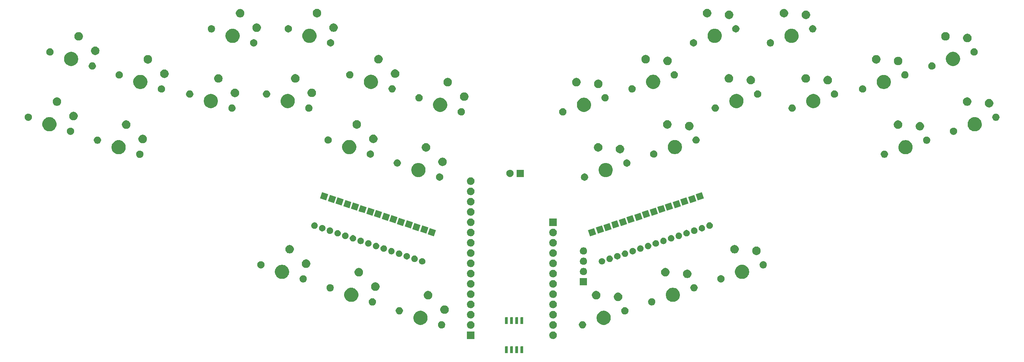
<source format=gbr>
G04 #@! TF.GenerationSoftware,KiCad,Pcbnew,5.1.6*
G04 #@! TF.CreationDate,2020-06-14T17:45:57-05:00*
G04 #@! TF.ProjectId,steno-v2,7374656e-6f2d-4763-922e-6b696361645f,rev?*
G04 #@! TF.SameCoordinates,Original*
G04 #@! TF.FileFunction,Soldermask,Top*
G04 #@! TF.FilePolarity,Negative*
%FSLAX46Y46*%
G04 Gerber Fmt 4.6, Leading zero omitted, Abs format (unit mm)*
G04 Created by KiCad (PCBNEW 5.1.6) date 2020-06-14 17:45:57*
%MOMM*%
%LPD*%
G01*
G04 APERTURE LIST*
%ADD10C,0.100000*%
G04 APERTURE END LIST*
D10*
G36*
X152315769Y-126869322D02*
G01*
X152336850Y-126875718D01*
X152356286Y-126886106D01*
X152373317Y-126900082D01*
X152387293Y-126917113D01*
X152397681Y-126936549D01*
X152404077Y-126957630D01*
X152406841Y-126985698D01*
X152406841Y-128449418D01*
X152404077Y-128477486D01*
X152397681Y-128498567D01*
X152387293Y-128518003D01*
X152373317Y-128535034D01*
X152356286Y-128549010D01*
X152336850Y-128559398D01*
X152315769Y-128565794D01*
X152287701Y-128568558D01*
X151823981Y-128568558D01*
X151795913Y-128565794D01*
X151774832Y-128559398D01*
X151755396Y-128549010D01*
X151738365Y-128535034D01*
X151724389Y-128518003D01*
X151714001Y-128498567D01*
X151707605Y-128477486D01*
X151704841Y-128449418D01*
X151704841Y-126985698D01*
X151707605Y-126957630D01*
X151714001Y-126936549D01*
X151724389Y-126917113D01*
X151738365Y-126900082D01*
X151755396Y-126886106D01*
X151774832Y-126875718D01*
X151795913Y-126869322D01*
X151823981Y-126866558D01*
X152287701Y-126866558D01*
X152315769Y-126869322D01*
G37*
G36*
X154855769Y-126869322D02*
G01*
X154876850Y-126875718D01*
X154896286Y-126886106D01*
X154913317Y-126900082D01*
X154927293Y-126917113D01*
X154937681Y-126936549D01*
X154944077Y-126957630D01*
X154946841Y-126985698D01*
X154946841Y-128449418D01*
X154944077Y-128477486D01*
X154937681Y-128498567D01*
X154927293Y-128518003D01*
X154913317Y-128535034D01*
X154896286Y-128549010D01*
X154876850Y-128559398D01*
X154855769Y-128565794D01*
X154827701Y-128568558D01*
X154363981Y-128568558D01*
X154335913Y-128565794D01*
X154314832Y-128559398D01*
X154295396Y-128549010D01*
X154278365Y-128535034D01*
X154264389Y-128518003D01*
X154254001Y-128498567D01*
X154247605Y-128477486D01*
X154244841Y-128449418D01*
X154244841Y-126985698D01*
X154247605Y-126957630D01*
X154254001Y-126936549D01*
X154264389Y-126917113D01*
X154278365Y-126900082D01*
X154295396Y-126886106D01*
X154314832Y-126875718D01*
X154335913Y-126869322D01*
X154363981Y-126866558D01*
X154827701Y-126866558D01*
X154855769Y-126869322D01*
G37*
G36*
X156125769Y-126869322D02*
G01*
X156146850Y-126875718D01*
X156166286Y-126886106D01*
X156183317Y-126900082D01*
X156197293Y-126917113D01*
X156207681Y-126936549D01*
X156214077Y-126957630D01*
X156216841Y-126985698D01*
X156216841Y-128449418D01*
X156214077Y-128477486D01*
X156207681Y-128498567D01*
X156197293Y-128518003D01*
X156183317Y-128535034D01*
X156166286Y-128549010D01*
X156146850Y-128559398D01*
X156125769Y-128565794D01*
X156097701Y-128568558D01*
X155633981Y-128568558D01*
X155605913Y-128565794D01*
X155584832Y-128559398D01*
X155565396Y-128549010D01*
X155548365Y-128535034D01*
X155534389Y-128518003D01*
X155524001Y-128498567D01*
X155517605Y-128477486D01*
X155514841Y-128449418D01*
X155514841Y-126985698D01*
X155517605Y-126957630D01*
X155524001Y-126936549D01*
X155534389Y-126917113D01*
X155548365Y-126900082D01*
X155565396Y-126886106D01*
X155584832Y-126875718D01*
X155605913Y-126869322D01*
X155633981Y-126866558D01*
X156097701Y-126866558D01*
X156125769Y-126869322D01*
G37*
G36*
X153585769Y-126869322D02*
G01*
X153606850Y-126875718D01*
X153626286Y-126886106D01*
X153643317Y-126900082D01*
X153657293Y-126917113D01*
X153667681Y-126936549D01*
X153674077Y-126957630D01*
X153676841Y-126985698D01*
X153676841Y-128449418D01*
X153674077Y-128477486D01*
X153667681Y-128498567D01*
X153657293Y-128518003D01*
X153643317Y-128535034D01*
X153626286Y-128549010D01*
X153606850Y-128559398D01*
X153585769Y-128565794D01*
X153557701Y-128568558D01*
X153093981Y-128568558D01*
X153065913Y-128565794D01*
X153044832Y-128559398D01*
X153025396Y-128549010D01*
X153008365Y-128535034D01*
X152994389Y-128518003D01*
X152984001Y-128498567D01*
X152977605Y-128477486D01*
X152974841Y-128449418D01*
X152974841Y-126985698D01*
X152977605Y-126957630D01*
X152984001Y-126936549D01*
X152994389Y-126917113D01*
X153008365Y-126900082D01*
X153025396Y-126886106D01*
X153044832Y-126875718D01*
X153065913Y-126869322D01*
X153093981Y-126866558D01*
X153557701Y-126866558D01*
X153585769Y-126869322D01*
G37*
G36*
X144184902Y-125059035D02*
G01*
X142304902Y-125059035D01*
X142304902Y-123179035D01*
X144184902Y-123179035D01*
X144184902Y-125059035D01*
G37*
G36*
X163839089Y-123215158D02*
G01*
X164010157Y-123286017D01*
X164010159Y-123286018D01*
X164087660Y-123337803D01*
X164164116Y-123388889D01*
X164295048Y-123519821D01*
X164397920Y-123673780D01*
X164468779Y-123844848D01*
X164504902Y-124026452D01*
X164504902Y-124211618D01*
X164468779Y-124393222D01*
X164397920Y-124564290D01*
X164397919Y-124564292D01*
X164295047Y-124718250D01*
X164164117Y-124849180D01*
X164010159Y-124952052D01*
X164010158Y-124952053D01*
X164010157Y-124952053D01*
X163839089Y-125022912D01*
X163657485Y-125059035D01*
X163472319Y-125059035D01*
X163290715Y-125022912D01*
X163119647Y-124952053D01*
X163119646Y-124952053D01*
X163119645Y-124952052D01*
X162965687Y-124849180D01*
X162834757Y-124718250D01*
X162731885Y-124564292D01*
X162731884Y-124564290D01*
X162661025Y-124393222D01*
X162624902Y-124211618D01*
X162624902Y-124026452D01*
X162661025Y-123844848D01*
X162731884Y-123673780D01*
X162834756Y-123519821D01*
X162965688Y-123388889D01*
X163042144Y-123337803D01*
X163119645Y-123286018D01*
X163119647Y-123286017D01*
X163290715Y-123215158D01*
X163472319Y-123179035D01*
X163657485Y-123179035D01*
X163839089Y-123215158D01*
G37*
G36*
X143519089Y-120675158D02*
G01*
X143690157Y-120746017D01*
X143690159Y-120746018D01*
X143767660Y-120797803D01*
X143844116Y-120848889D01*
X143975048Y-120979821D01*
X144077920Y-121133780D01*
X144148779Y-121304848D01*
X144184902Y-121486452D01*
X144184902Y-121671618D01*
X144148779Y-121853222D01*
X144097557Y-121976882D01*
X144077919Y-122024292D01*
X143975047Y-122178250D01*
X143844117Y-122309180D01*
X143690159Y-122412052D01*
X143690158Y-122412053D01*
X143690157Y-122412053D01*
X143519089Y-122482912D01*
X143337485Y-122519035D01*
X143152319Y-122519035D01*
X142970715Y-122482912D01*
X142799647Y-122412053D01*
X142799646Y-122412053D01*
X142799645Y-122412052D01*
X142645687Y-122309180D01*
X142514757Y-122178250D01*
X142411885Y-122024292D01*
X142392247Y-121976882D01*
X142341025Y-121853222D01*
X142304902Y-121671618D01*
X142304902Y-121486452D01*
X142341025Y-121304848D01*
X142411884Y-121133780D01*
X142514756Y-120979821D01*
X142645688Y-120848889D01*
X142722144Y-120797803D01*
X142799645Y-120746018D01*
X142799647Y-120746017D01*
X142970715Y-120675158D01*
X143152319Y-120639035D01*
X143337485Y-120639035D01*
X143519089Y-120675158D01*
G37*
G36*
X163839089Y-120675158D02*
G01*
X164010157Y-120746017D01*
X164010159Y-120746018D01*
X164087660Y-120797803D01*
X164164116Y-120848889D01*
X164295048Y-120979821D01*
X164397920Y-121133780D01*
X164468779Y-121304848D01*
X164504902Y-121486452D01*
X164504902Y-121671618D01*
X164468779Y-121853222D01*
X164417557Y-121976882D01*
X164397919Y-122024292D01*
X164295047Y-122178250D01*
X164164117Y-122309180D01*
X164010159Y-122412052D01*
X164010158Y-122412053D01*
X164010157Y-122412053D01*
X163839089Y-122482912D01*
X163657485Y-122519035D01*
X163472319Y-122519035D01*
X163290715Y-122482912D01*
X163119647Y-122412053D01*
X163119646Y-122412053D01*
X163119645Y-122412052D01*
X162965687Y-122309180D01*
X162834757Y-122178250D01*
X162731885Y-122024292D01*
X162712247Y-121976882D01*
X162661025Y-121853222D01*
X162624902Y-121671618D01*
X162624902Y-121486452D01*
X162661025Y-121304848D01*
X162731884Y-121133780D01*
X162834756Y-120979821D01*
X162965688Y-120848889D01*
X163042144Y-120797803D01*
X163119645Y-120746018D01*
X163119647Y-120746017D01*
X163290715Y-120675158D01*
X163472319Y-120639035D01*
X163657485Y-120639035D01*
X163839089Y-120675158D01*
G37*
G36*
X136161633Y-120658658D02*
G01*
X136310933Y-120688355D01*
X136474905Y-120756275D01*
X136622475Y-120854878D01*
X136747974Y-120980377D01*
X136846577Y-121127947D01*
X136914497Y-121291919D01*
X136949121Y-121465990D01*
X136949121Y-121643472D01*
X136914497Y-121817543D01*
X136846577Y-121981515D01*
X136747974Y-122129085D01*
X136622475Y-122254584D01*
X136474905Y-122353187D01*
X136310933Y-122421107D01*
X136161633Y-122450804D01*
X136136863Y-122455731D01*
X135959379Y-122455731D01*
X135934609Y-122450804D01*
X135785309Y-122421107D01*
X135621337Y-122353187D01*
X135473767Y-122254584D01*
X135348268Y-122129085D01*
X135249665Y-121981515D01*
X135181745Y-121817543D01*
X135147121Y-121643472D01*
X135147121Y-121465990D01*
X135181745Y-121291919D01*
X135249665Y-121127947D01*
X135348268Y-120980377D01*
X135473767Y-120854878D01*
X135621337Y-120756275D01*
X135785309Y-120688355D01*
X135934609Y-120658658D01*
X135959379Y-120653731D01*
X136136863Y-120653731D01*
X136161633Y-120658658D01*
G37*
G36*
X170940831Y-120653731D02*
G01*
X171091620Y-120683724D01*
X171255592Y-120751644D01*
X171403162Y-120850247D01*
X171528661Y-120975746D01*
X171627264Y-121123316D01*
X171695184Y-121287288D01*
X171729808Y-121461359D01*
X171729808Y-121638841D01*
X171695184Y-121812912D01*
X171627264Y-121976884D01*
X171528661Y-122124454D01*
X171403162Y-122249953D01*
X171255592Y-122348556D01*
X171091620Y-122416476D01*
X170942320Y-122446173D01*
X170917550Y-122451100D01*
X170740066Y-122451100D01*
X170715296Y-122446173D01*
X170565996Y-122416476D01*
X170402024Y-122348556D01*
X170254454Y-122249953D01*
X170128955Y-122124454D01*
X170030352Y-121976884D01*
X169962432Y-121812912D01*
X169927808Y-121638841D01*
X169927808Y-121461359D01*
X169962432Y-121287288D01*
X170030352Y-121123316D01*
X170128955Y-120975746D01*
X170254454Y-120850247D01*
X170402024Y-120751644D01*
X170565996Y-120683724D01*
X170716785Y-120653731D01*
X170740066Y-120649100D01*
X170917550Y-120649100D01*
X170940831Y-120653731D01*
G37*
G36*
X131227288Y-118112521D02*
G01*
X131340051Y-118134951D01*
X131472044Y-118189624D01*
X131658711Y-118266944D01*
X131945499Y-118458570D01*
X132189394Y-118702465D01*
X132381020Y-118989253D01*
X132439989Y-119131617D01*
X132511095Y-119303282D01*
X132513013Y-119307914D01*
X132580303Y-119646201D01*
X132580303Y-119991121D01*
X132513013Y-120329408D01*
X132381020Y-120648069D01*
X132189394Y-120934857D01*
X131945499Y-121178752D01*
X131658711Y-121370378D01*
X131472044Y-121447698D01*
X131340051Y-121502371D01*
X131227288Y-121524801D01*
X131001763Y-121569661D01*
X130656843Y-121569661D01*
X130431318Y-121524801D01*
X130318555Y-121502371D01*
X130186562Y-121447698D01*
X129999895Y-121370378D01*
X129713107Y-121178752D01*
X129469212Y-120934857D01*
X129277586Y-120648069D01*
X129145593Y-120329408D01*
X129078303Y-119991121D01*
X129078303Y-119646201D01*
X129145593Y-119307914D01*
X129147512Y-119303282D01*
X129218617Y-119131617D01*
X129277586Y-118989253D01*
X129469212Y-118702465D01*
X129713107Y-118458570D01*
X129999895Y-118266944D01*
X130186562Y-118189624D01*
X130318555Y-118134951D01*
X130431318Y-118112521D01*
X130656843Y-118067661D01*
X131001763Y-118067661D01*
X131227288Y-118112521D01*
G37*
G36*
X176401094Y-118099035D02*
G01*
X176558374Y-118130320D01*
X176657388Y-118171333D01*
X176877034Y-118262313D01*
X177163822Y-118453939D01*
X177407717Y-118697834D01*
X177599343Y-118984622D01*
X177731336Y-119303283D01*
X177798626Y-119641570D01*
X177798626Y-119986490D01*
X177753766Y-120212015D01*
X177731336Y-120324778D01*
X177676663Y-120456771D01*
X177599343Y-120643438D01*
X177407717Y-120930226D01*
X177163822Y-121174121D01*
X176877034Y-121365747D01*
X176690367Y-121443067D01*
X176558374Y-121497740D01*
X176535092Y-121502371D01*
X176220086Y-121565030D01*
X175875166Y-121565030D01*
X175560160Y-121502371D01*
X175536878Y-121497740D01*
X175404885Y-121443067D01*
X175218218Y-121365747D01*
X174931430Y-121174121D01*
X174687535Y-120930226D01*
X174495909Y-120643438D01*
X174418589Y-120456771D01*
X174363916Y-120324778D01*
X174341486Y-120212015D01*
X174296626Y-119986490D01*
X174296626Y-119641570D01*
X174363916Y-119303283D01*
X174495909Y-118984622D01*
X174687535Y-118697834D01*
X174931430Y-118453939D01*
X175218218Y-118262313D01*
X175437864Y-118171333D01*
X175536878Y-118130320D01*
X175694158Y-118099035D01*
X175875166Y-118063030D01*
X176220086Y-118063030D01*
X176401094Y-118099035D01*
G37*
G36*
X156125769Y-119669322D02*
G01*
X156146850Y-119675718D01*
X156166286Y-119686106D01*
X156183317Y-119700082D01*
X156197293Y-119717113D01*
X156207681Y-119736549D01*
X156214077Y-119757630D01*
X156216841Y-119785698D01*
X156216841Y-121249418D01*
X156214077Y-121277486D01*
X156207681Y-121298567D01*
X156197293Y-121318003D01*
X156183317Y-121335034D01*
X156166286Y-121349010D01*
X156146850Y-121359398D01*
X156125769Y-121365794D01*
X156097701Y-121368558D01*
X155633981Y-121368558D01*
X155605913Y-121365794D01*
X155584832Y-121359398D01*
X155565396Y-121349010D01*
X155548365Y-121335034D01*
X155534389Y-121318003D01*
X155524001Y-121298567D01*
X155517605Y-121277486D01*
X155514841Y-121249418D01*
X155514841Y-119785698D01*
X155517605Y-119757630D01*
X155524001Y-119736549D01*
X155534389Y-119717113D01*
X155548365Y-119700082D01*
X155565396Y-119686106D01*
X155584832Y-119675718D01*
X155605913Y-119669322D01*
X155633981Y-119666558D01*
X156097701Y-119666558D01*
X156125769Y-119669322D01*
G37*
G36*
X152315769Y-119669322D02*
G01*
X152336850Y-119675718D01*
X152356286Y-119686106D01*
X152373317Y-119700082D01*
X152387293Y-119717113D01*
X152397681Y-119736549D01*
X152404077Y-119757630D01*
X152406841Y-119785698D01*
X152406841Y-121249418D01*
X152404077Y-121277486D01*
X152397681Y-121298567D01*
X152387293Y-121318003D01*
X152373317Y-121335034D01*
X152356286Y-121349010D01*
X152336850Y-121359398D01*
X152315769Y-121365794D01*
X152287701Y-121368558D01*
X151823981Y-121368558D01*
X151795913Y-121365794D01*
X151774832Y-121359398D01*
X151755396Y-121349010D01*
X151738365Y-121335034D01*
X151724389Y-121318003D01*
X151714001Y-121298567D01*
X151707605Y-121277486D01*
X151704841Y-121249418D01*
X151704841Y-119785698D01*
X151707605Y-119757630D01*
X151714001Y-119736549D01*
X151724389Y-119717113D01*
X151738365Y-119700082D01*
X151755396Y-119686106D01*
X151774832Y-119675718D01*
X151795913Y-119669322D01*
X151823981Y-119666558D01*
X152287701Y-119666558D01*
X152315769Y-119669322D01*
G37*
G36*
X154855769Y-119669322D02*
G01*
X154876850Y-119675718D01*
X154896286Y-119686106D01*
X154913317Y-119700082D01*
X154927293Y-119717113D01*
X154937681Y-119736549D01*
X154944077Y-119757630D01*
X154946841Y-119785698D01*
X154946841Y-121249418D01*
X154944077Y-121277486D01*
X154937681Y-121298567D01*
X154927293Y-121318003D01*
X154913317Y-121335034D01*
X154896286Y-121349010D01*
X154876850Y-121359398D01*
X154855769Y-121365794D01*
X154827701Y-121368558D01*
X154363981Y-121368558D01*
X154335913Y-121365794D01*
X154314832Y-121359398D01*
X154295396Y-121349010D01*
X154278365Y-121335034D01*
X154264389Y-121318003D01*
X154254001Y-121298567D01*
X154247605Y-121277486D01*
X154244841Y-121249418D01*
X154244841Y-119785698D01*
X154247605Y-119757630D01*
X154254001Y-119736549D01*
X154264389Y-119717113D01*
X154278365Y-119700082D01*
X154295396Y-119686106D01*
X154314832Y-119675718D01*
X154335913Y-119669322D01*
X154363981Y-119666558D01*
X154827701Y-119666558D01*
X154855769Y-119669322D01*
G37*
G36*
X153585769Y-119669322D02*
G01*
X153606850Y-119675718D01*
X153626286Y-119686106D01*
X153643317Y-119700082D01*
X153657293Y-119717113D01*
X153667681Y-119736549D01*
X153674077Y-119757630D01*
X153676841Y-119785698D01*
X153676841Y-121249418D01*
X153674077Y-121277486D01*
X153667681Y-121298567D01*
X153657293Y-121318003D01*
X153643317Y-121335034D01*
X153626286Y-121349010D01*
X153606850Y-121359398D01*
X153585769Y-121365794D01*
X153557701Y-121368558D01*
X153093981Y-121368558D01*
X153065913Y-121365794D01*
X153044832Y-121359398D01*
X153025396Y-121349010D01*
X153008365Y-121335034D01*
X152994389Y-121318003D01*
X152984001Y-121298567D01*
X152977605Y-121277486D01*
X152974841Y-121249418D01*
X152974841Y-119785698D01*
X152977605Y-119757630D01*
X152984001Y-119736549D01*
X152994389Y-119717113D01*
X153008365Y-119700082D01*
X153025396Y-119686106D01*
X153044832Y-119675718D01*
X153065913Y-119669322D01*
X153093981Y-119666558D01*
X153557701Y-119666558D01*
X153585769Y-119669322D01*
G37*
G36*
X163839089Y-118135158D02*
G01*
X164010157Y-118206017D01*
X164010159Y-118206018D01*
X164087660Y-118257803D01*
X164164116Y-118308889D01*
X164295048Y-118439821D01*
X164397920Y-118593780D01*
X164468779Y-118764848D01*
X164504902Y-118946452D01*
X164504902Y-119131618D01*
X164468779Y-119313222D01*
X164397920Y-119484290D01*
X164295048Y-119638249D01*
X164164116Y-119769181D01*
X164087660Y-119820267D01*
X164010159Y-119872052D01*
X164010158Y-119872053D01*
X164010157Y-119872053D01*
X163839089Y-119942912D01*
X163657485Y-119979035D01*
X163472319Y-119979035D01*
X163290715Y-119942912D01*
X163119647Y-119872053D01*
X163119646Y-119872053D01*
X163119645Y-119872052D01*
X163042144Y-119820267D01*
X162965688Y-119769181D01*
X162834756Y-119638249D01*
X162731884Y-119484290D01*
X162661025Y-119313222D01*
X162624902Y-119131618D01*
X162624902Y-118946452D01*
X162661025Y-118764848D01*
X162731884Y-118593780D01*
X162834756Y-118439821D01*
X162965688Y-118308889D01*
X163042144Y-118257803D01*
X163119645Y-118206018D01*
X163119647Y-118206017D01*
X163290715Y-118135158D01*
X163472319Y-118099035D01*
X163657485Y-118099035D01*
X163839089Y-118135158D01*
G37*
G36*
X143519089Y-118135158D02*
G01*
X143690157Y-118206017D01*
X143690159Y-118206018D01*
X143767660Y-118257803D01*
X143844116Y-118308889D01*
X143975048Y-118439821D01*
X144077920Y-118593780D01*
X144148779Y-118764848D01*
X144184902Y-118946452D01*
X144184902Y-119131618D01*
X144148779Y-119313222D01*
X144077920Y-119484290D01*
X143975048Y-119638249D01*
X143844116Y-119769181D01*
X143767660Y-119820267D01*
X143690159Y-119872052D01*
X143690158Y-119872053D01*
X143690157Y-119872053D01*
X143519089Y-119942912D01*
X143337485Y-119979035D01*
X143152319Y-119979035D01*
X142970715Y-119942912D01*
X142799647Y-119872053D01*
X142799646Y-119872053D01*
X142799645Y-119872052D01*
X142722144Y-119820267D01*
X142645688Y-119769181D01*
X142514756Y-119638249D01*
X142411884Y-119484290D01*
X142341025Y-119313222D01*
X142304902Y-119131618D01*
X142304902Y-118946452D01*
X142341025Y-118764848D01*
X142411884Y-118593780D01*
X142514756Y-118439821D01*
X142645688Y-118308889D01*
X142722144Y-118257803D01*
X142799645Y-118206018D01*
X142799647Y-118206017D01*
X142970715Y-118135158D01*
X143152319Y-118099035D01*
X143337485Y-118099035D01*
X143519089Y-118135158D01*
G37*
G36*
X125723997Y-117186518D02*
G01*
X125873297Y-117216215D01*
X126037269Y-117284135D01*
X126184839Y-117382738D01*
X126310338Y-117508237D01*
X126408941Y-117655807D01*
X126476861Y-117819779D01*
X126511485Y-117993850D01*
X126511485Y-118171332D01*
X126476861Y-118345403D01*
X126408941Y-118509375D01*
X126310338Y-118656945D01*
X126184839Y-118782444D01*
X126037269Y-118881047D01*
X125873297Y-118948967D01*
X125723997Y-118978664D01*
X125699227Y-118983591D01*
X125521743Y-118983591D01*
X125496973Y-118978664D01*
X125347673Y-118948967D01*
X125183701Y-118881047D01*
X125036131Y-118782444D01*
X124910632Y-118656945D01*
X124812029Y-118509375D01*
X124744109Y-118345403D01*
X124709485Y-118171332D01*
X124709485Y-117993850D01*
X124744109Y-117819779D01*
X124812029Y-117655807D01*
X124910632Y-117508237D01*
X125036131Y-117382738D01*
X125183701Y-117284135D01*
X125347673Y-117216215D01*
X125496973Y-117186518D01*
X125521743Y-117181591D01*
X125699227Y-117181591D01*
X125723997Y-117186518D01*
G37*
G36*
X181378467Y-117181591D02*
G01*
X181529256Y-117211584D01*
X181693228Y-117279504D01*
X181840798Y-117378107D01*
X181966297Y-117503606D01*
X182064900Y-117651176D01*
X182132820Y-117815148D01*
X182167444Y-117989219D01*
X182167444Y-118166701D01*
X182132820Y-118340772D01*
X182064900Y-118504744D01*
X181966297Y-118652314D01*
X181840798Y-118777813D01*
X181693228Y-118876416D01*
X181529256Y-118944336D01*
X181379956Y-118974033D01*
X181355186Y-118978960D01*
X181177702Y-118978960D01*
X181152932Y-118974033D01*
X181003632Y-118944336D01*
X180839660Y-118876416D01*
X180692090Y-118777813D01*
X180566591Y-118652314D01*
X180467988Y-118504744D01*
X180400068Y-118340772D01*
X180365444Y-118166701D01*
X180365444Y-117989219D01*
X180400068Y-117815148D01*
X180467988Y-117651176D01*
X180566591Y-117503606D01*
X180692090Y-117378107D01*
X180839660Y-117279504D01*
X181003632Y-117211584D01*
X181154421Y-117181591D01*
X181177702Y-117176960D01*
X181355186Y-117176960D01*
X181378467Y-117181591D01*
G37*
G36*
X137079713Y-116780566D02*
G01*
X137270982Y-116859792D01*
X137270984Y-116859793D01*
X137443122Y-116974812D01*
X137589514Y-117121204D01*
X137695287Y-117279504D01*
X137704534Y-117293344D01*
X137783760Y-117484613D01*
X137824149Y-117687661D01*
X137824149Y-117894693D01*
X137783760Y-118097741D01*
X137704534Y-118289010D01*
X137704533Y-118289012D01*
X137589514Y-118461150D01*
X137443122Y-118607542D01*
X137270984Y-118722561D01*
X137270983Y-118722562D01*
X137270982Y-118722562D01*
X137079713Y-118801788D01*
X136876665Y-118842177D01*
X136669633Y-118842177D01*
X136466585Y-118801788D01*
X136275316Y-118722562D01*
X136275315Y-118722562D01*
X136275314Y-118722561D01*
X136103176Y-118607542D01*
X135956784Y-118461150D01*
X135841765Y-118289012D01*
X135841764Y-118289010D01*
X135762538Y-118097741D01*
X135722149Y-117894693D01*
X135722149Y-117687661D01*
X135762538Y-117484613D01*
X135841764Y-117293344D01*
X135851012Y-117279504D01*
X135956784Y-117121204D01*
X136103176Y-116974812D01*
X136275314Y-116859793D01*
X136275316Y-116859792D01*
X136466585Y-116780566D01*
X136669633Y-116740177D01*
X136876665Y-116740177D01*
X137079713Y-116780566D01*
G37*
G36*
X163839089Y-115595158D02*
G01*
X164010157Y-115666017D01*
X164010159Y-115666018D01*
X164044093Y-115688692D01*
X164164116Y-115768889D01*
X164295048Y-115899821D01*
X164397920Y-116053780D01*
X164468779Y-116224848D01*
X164504902Y-116406452D01*
X164504902Y-116591618D01*
X164468779Y-116773222D01*
X164432920Y-116859792D01*
X164397919Y-116944292D01*
X164295047Y-117098250D01*
X164164117Y-117229180D01*
X164010159Y-117332052D01*
X164010158Y-117332053D01*
X164010157Y-117332053D01*
X163839089Y-117402912D01*
X163657485Y-117439035D01*
X163472319Y-117439035D01*
X163290715Y-117402912D01*
X163119647Y-117332053D01*
X163119646Y-117332053D01*
X163119645Y-117332052D01*
X162965687Y-117229180D01*
X162834757Y-117098250D01*
X162731885Y-116944292D01*
X162696884Y-116859792D01*
X162661025Y-116773222D01*
X162624902Y-116591618D01*
X162624902Y-116406452D01*
X162661025Y-116224848D01*
X162731884Y-116053780D01*
X162834756Y-115899821D01*
X162965688Y-115768889D01*
X163085711Y-115688692D01*
X163119645Y-115666018D01*
X163119647Y-115666017D01*
X163290715Y-115595158D01*
X163472319Y-115559035D01*
X163657485Y-115559035D01*
X163839089Y-115595158D01*
G37*
G36*
X143519089Y-115595158D02*
G01*
X143690157Y-115666017D01*
X143690159Y-115666018D01*
X143724093Y-115688692D01*
X143844116Y-115768889D01*
X143975048Y-115899821D01*
X144077920Y-116053780D01*
X144148779Y-116224848D01*
X144184902Y-116406452D01*
X144184902Y-116591618D01*
X144148779Y-116773222D01*
X144112920Y-116859792D01*
X144077919Y-116944292D01*
X143975047Y-117098250D01*
X143844117Y-117229180D01*
X143690159Y-117332052D01*
X143690158Y-117332053D01*
X143690157Y-117332053D01*
X143519089Y-117402912D01*
X143337485Y-117439035D01*
X143152319Y-117439035D01*
X142970715Y-117402912D01*
X142799647Y-117332053D01*
X142799646Y-117332053D01*
X142799645Y-117332052D01*
X142645687Y-117229180D01*
X142514757Y-117098250D01*
X142411885Y-116944292D01*
X142376884Y-116859792D01*
X142341025Y-116773222D01*
X142304902Y-116591618D01*
X142304902Y-116406452D01*
X142341025Y-116224848D01*
X142411884Y-116053780D01*
X142514756Y-115899821D01*
X142645688Y-115768889D01*
X142765711Y-115688692D01*
X142799645Y-115666018D01*
X142799647Y-115666017D01*
X142970715Y-115595158D01*
X143152319Y-115559035D01*
X143337485Y-115559035D01*
X143519089Y-115595158D01*
G37*
G36*
X119081868Y-114976973D02*
G01*
X119231168Y-115006670D01*
X119395140Y-115074590D01*
X119542710Y-115173193D01*
X119668209Y-115298692D01*
X119766812Y-115446262D01*
X119834732Y-115610234D01*
X119869356Y-115784305D01*
X119869356Y-115961787D01*
X119834732Y-116135858D01*
X119766812Y-116299830D01*
X119668209Y-116447400D01*
X119542710Y-116572899D01*
X119395140Y-116671502D01*
X119231168Y-116739422D01*
X119081868Y-116769119D01*
X119057098Y-116774046D01*
X118879614Y-116774046D01*
X118854844Y-116769119D01*
X118705544Y-116739422D01*
X118541572Y-116671502D01*
X118394002Y-116572899D01*
X118268503Y-116447400D01*
X118169900Y-116299830D01*
X118101980Y-116135858D01*
X118067356Y-115961787D01*
X118067356Y-115784305D01*
X118101980Y-115610234D01*
X118169900Y-115446262D01*
X118268503Y-115298692D01*
X118394002Y-115173193D01*
X118541572Y-115074590D01*
X118705544Y-115006670D01*
X118854844Y-114976973D01*
X118879614Y-114972046D01*
X119057098Y-114972046D01*
X119081868Y-114976973D01*
G37*
G36*
X188020589Y-114972046D02*
G01*
X188171388Y-115002041D01*
X188335360Y-115069961D01*
X188482930Y-115168564D01*
X188608429Y-115294063D01*
X188707032Y-115441633D01*
X188774952Y-115605605D01*
X188809576Y-115779676D01*
X188809576Y-115957158D01*
X188774952Y-116131229D01*
X188707032Y-116295201D01*
X188608429Y-116442771D01*
X188482930Y-116568270D01*
X188335360Y-116666873D01*
X188171388Y-116734793D01*
X188022088Y-116764490D01*
X187997318Y-116769417D01*
X187819834Y-116769417D01*
X187795064Y-116764490D01*
X187645764Y-116734793D01*
X187481792Y-116666873D01*
X187334222Y-116568270D01*
X187208723Y-116442771D01*
X187110120Y-116295201D01*
X187042200Y-116131229D01*
X187007576Y-115957158D01*
X187007576Y-115779676D01*
X187042200Y-115605605D01*
X187110120Y-115441633D01*
X187208723Y-115294063D01*
X187334222Y-115168564D01*
X187481792Y-115069961D01*
X187645764Y-115002041D01*
X187796563Y-114972046D01*
X187819834Y-114967417D01*
X187997318Y-114967417D01*
X188020589Y-114972046D01*
G37*
G36*
X114073219Y-112416056D02*
G01*
X114260286Y-112453266D01*
X114392279Y-112507939D01*
X114578946Y-112585259D01*
X114865734Y-112776885D01*
X115109629Y-113020780D01*
X115301255Y-113307568D01*
X115339250Y-113399297D01*
X115431331Y-113621599D01*
X115433248Y-113626229D01*
X115500538Y-113964516D01*
X115500538Y-114309436D01*
X115498600Y-114319178D01*
X115433248Y-114647724D01*
X115378575Y-114779717D01*
X115301255Y-114966384D01*
X115109629Y-115253172D01*
X114865734Y-115497067D01*
X114578946Y-115688693D01*
X114392279Y-115766013D01*
X114260286Y-115820686D01*
X114147523Y-115843116D01*
X113921998Y-115887976D01*
X113577078Y-115887976D01*
X113351553Y-115843116D01*
X113238790Y-115820686D01*
X113106797Y-115766013D01*
X112920130Y-115688693D01*
X112633342Y-115497067D01*
X112389447Y-115253172D01*
X112197821Y-114966384D01*
X112120501Y-114779717D01*
X112065828Y-114647724D01*
X112000476Y-114319178D01*
X111998538Y-114309436D01*
X111998538Y-113964516D01*
X112065828Y-113626229D01*
X112067746Y-113621599D01*
X112159826Y-113399297D01*
X112197821Y-113307568D01*
X112389447Y-113020780D01*
X112633342Y-112776885D01*
X112920130Y-112585259D01*
X113106797Y-112507939D01*
X113238790Y-112453266D01*
X113425857Y-112416056D01*
X113577078Y-112385976D01*
X113921998Y-112385976D01*
X114073219Y-112416056D01*
G37*
G36*
X193525379Y-112426207D02*
G01*
X193638142Y-112448637D01*
X193737151Y-112489648D01*
X193956802Y-112580630D01*
X194243590Y-112772256D01*
X194487485Y-113016151D01*
X194679111Y-113302939D01*
X194720942Y-113403928D01*
X194811104Y-113621599D01*
X194826435Y-113698672D01*
X194878394Y-113959887D01*
X194878394Y-114304807D01*
X194874614Y-114323809D01*
X194811104Y-114643095D01*
X194781943Y-114713495D01*
X194679111Y-114961755D01*
X194487485Y-115248543D01*
X194243590Y-115492438D01*
X193956802Y-115684064D01*
X193770135Y-115761384D01*
X193638142Y-115816057D01*
X193614870Y-115820686D01*
X193299854Y-115883347D01*
X192954934Y-115883347D01*
X192639918Y-115820686D01*
X192616646Y-115816057D01*
X192484653Y-115761384D01*
X192297986Y-115684064D01*
X192011198Y-115492438D01*
X191767303Y-115248543D01*
X191575677Y-114961755D01*
X191472845Y-114713495D01*
X191443684Y-114643095D01*
X191380174Y-114323809D01*
X191376394Y-114304807D01*
X191376394Y-113959887D01*
X191428353Y-113698672D01*
X191443684Y-113621599D01*
X191533846Y-113403928D01*
X191575677Y-113302939D01*
X191767303Y-113016151D01*
X192011198Y-112772256D01*
X192297986Y-112580630D01*
X192517637Y-112489648D01*
X192616646Y-112448637D01*
X192729409Y-112426207D01*
X192954934Y-112381347D01*
X193299854Y-112381347D01*
X193525379Y-112426207D01*
G37*
G36*
X179899104Y-113619445D02*
G01*
X180057001Y-113684848D01*
X180090375Y-113698672D01*
X180262513Y-113813691D01*
X180408905Y-113960083D01*
X180513605Y-114116777D01*
X180523925Y-114132223D01*
X180603151Y-114323492D01*
X180643540Y-114526540D01*
X180643540Y-114733572D01*
X180603151Y-114936620D01*
X180576052Y-115002042D01*
X180523924Y-115127891D01*
X180408905Y-115300029D01*
X180262513Y-115446421D01*
X180090375Y-115561440D01*
X180090374Y-115561441D01*
X180090373Y-115561441D01*
X179899104Y-115640667D01*
X179696056Y-115681056D01*
X179489024Y-115681056D01*
X179285976Y-115640667D01*
X179094707Y-115561441D01*
X179094706Y-115561441D01*
X179094705Y-115561440D01*
X178922567Y-115446421D01*
X178776175Y-115300029D01*
X178661156Y-115127891D01*
X178609028Y-115002042D01*
X178581929Y-114936620D01*
X178541540Y-114733572D01*
X178541540Y-114526540D01*
X178581929Y-114323492D01*
X178661155Y-114132223D01*
X178671476Y-114116777D01*
X178776175Y-113960083D01*
X178922567Y-113813691D01*
X179094705Y-113698672D01*
X179128079Y-113684848D01*
X179285976Y-113619445D01*
X179489024Y-113579056D01*
X179696056Y-113579056D01*
X179899104Y-113619445D01*
G37*
G36*
X132998196Y-113209682D02*
G01*
X133178287Y-113284278D01*
X133189467Y-113288909D01*
X133361605Y-113403928D01*
X133507997Y-113550320D01*
X133619922Y-113717827D01*
X133623017Y-113722460D01*
X133702243Y-113913729D01*
X133742632Y-114116777D01*
X133742632Y-114323809D01*
X133702243Y-114526857D01*
X133652178Y-114647724D01*
X133623016Y-114718128D01*
X133507997Y-114890266D01*
X133361605Y-115036658D01*
X133189467Y-115151677D01*
X133189466Y-115151678D01*
X133189465Y-115151678D01*
X132998196Y-115230904D01*
X132795148Y-115271293D01*
X132588116Y-115271293D01*
X132385068Y-115230904D01*
X132193799Y-115151678D01*
X132193798Y-115151678D01*
X132193797Y-115151677D01*
X132021659Y-115036658D01*
X131875267Y-114890266D01*
X131760248Y-114718128D01*
X131731086Y-114647724D01*
X131681021Y-114526857D01*
X131640632Y-114323809D01*
X131640632Y-114116777D01*
X131681021Y-113913729D01*
X131760247Y-113722460D01*
X131763343Y-113717827D01*
X131875267Y-113550320D01*
X132021659Y-113403928D01*
X132193797Y-113288909D01*
X132204977Y-113284278D01*
X132385068Y-113209682D01*
X132588116Y-113169293D01*
X132795148Y-113169293D01*
X132998196Y-113209682D01*
G37*
G36*
X174491861Y-113205051D02*
G01*
X174642100Y-113267282D01*
X174683132Y-113284278D01*
X174796190Y-113359821D01*
X174855270Y-113399297D01*
X175001662Y-113545689D01*
X175116682Y-113717829D01*
X175195908Y-113909098D01*
X175236297Y-114112146D01*
X175236297Y-114319178D01*
X175195908Y-114522226D01*
X175126753Y-114689181D01*
X175116681Y-114713497D01*
X175001662Y-114885635D01*
X174855270Y-115032027D01*
X174683132Y-115147046D01*
X174683131Y-115147047D01*
X174683130Y-115147047D01*
X174491861Y-115226273D01*
X174288813Y-115266662D01*
X174081781Y-115266662D01*
X173878733Y-115226273D01*
X173687464Y-115147047D01*
X173687463Y-115147047D01*
X173687462Y-115147046D01*
X173515324Y-115032027D01*
X173368932Y-114885635D01*
X173253913Y-114713497D01*
X173243841Y-114689181D01*
X173174686Y-114522226D01*
X173134297Y-114319178D01*
X173134297Y-114112146D01*
X173174686Y-113909098D01*
X173253912Y-113717829D01*
X173368932Y-113545689D01*
X173515324Y-113399297D01*
X173574404Y-113359821D01*
X173687462Y-113284278D01*
X173728494Y-113267282D01*
X173878733Y-113205051D01*
X174081781Y-113164662D01*
X174288813Y-113164662D01*
X174491861Y-113205051D01*
G37*
G36*
X143519089Y-113055158D02*
G01*
X143675879Y-113120103D01*
X143690159Y-113126018D01*
X143754924Y-113169293D01*
X143844116Y-113228889D01*
X143975048Y-113359821D01*
X144077920Y-113513780D01*
X144148779Y-113684848D01*
X144184902Y-113866452D01*
X144184902Y-114051618D01*
X144148779Y-114233222D01*
X144077920Y-114404290D01*
X143975048Y-114558249D01*
X143844116Y-114689181D01*
X143777683Y-114733570D01*
X143690159Y-114792052D01*
X143690158Y-114792053D01*
X143690157Y-114792053D01*
X143519089Y-114862912D01*
X143337485Y-114899035D01*
X143152319Y-114899035D01*
X142970715Y-114862912D01*
X142799647Y-114792053D01*
X142799646Y-114792053D01*
X142799645Y-114792052D01*
X142712121Y-114733570D01*
X142645688Y-114689181D01*
X142514756Y-114558249D01*
X142411884Y-114404290D01*
X142341025Y-114233222D01*
X142304902Y-114051618D01*
X142304902Y-113866452D01*
X142341025Y-113684848D01*
X142411884Y-113513780D01*
X142514756Y-113359821D01*
X142645688Y-113228889D01*
X142734880Y-113169293D01*
X142799645Y-113126018D01*
X142813925Y-113120103D01*
X142970715Y-113055158D01*
X143152319Y-113019035D01*
X143337485Y-113019035D01*
X143519089Y-113055158D01*
G37*
G36*
X163839089Y-113055158D02*
G01*
X163995879Y-113120103D01*
X164010159Y-113126018D01*
X164074924Y-113169293D01*
X164164116Y-113228889D01*
X164295048Y-113359821D01*
X164397920Y-113513780D01*
X164468779Y-113684848D01*
X164504902Y-113866452D01*
X164504902Y-114051618D01*
X164468779Y-114233222D01*
X164397920Y-114404290D01*
X164295048Y-114558249D01*
X164164116Y-114689181D01*
X164097683Y-114733570D01*
X164010159Y-114792052D01*
X164010158Y-114792053D01*
X164010157Y-114792053D01*
X163839089Y-114862912D01*
X163657485Y-114899035D01*
X163472319Y-114899035D01*
X163290715Y-114862912D01*
X163119647Y-114792053D01*
X163119646Y-114792053D01*
X163119645Y-114792052D01*
X163032121Y-114733570D01*
X162965688Y-114689181D01*
X162834756Y-114558249D01*
X162731884Y-114404290D01*
X162661025Y-114233222D01*
X162624902Y-114051618D01*
X162624902Y-113866452D01*
X162661025Y-113684848D01*
X162731884Y-113513780D01*
X162834756Y-113359821D01*
X162965688Y-113228889D01*
X163054880Y-113169293D01*
X163119645Y-113126018D01*
X163133925Y-113120103D01*
X163290715Y-113055158D01*
X163472319Y-113019035D01*
X163657485Y-113019035D01*
X163839089Y-113055158D01*
G37*
G36*
X108644232Y-111504833D02*
G01*
X108793532Y-111534530D01*
X108957504Y-111602450D01*
X109105074Y-111701053D01*
X109230573Y-111826552D01*
X109329176Y-111974122D01*
X109397096Y-112138094D01*
X109431720Y-112312165D01*
X109431720Y-112489647D01*
X109397096Y-112663718D01*
X109329176Y-112827690D01*
X109230573Y-112975260D01*
X109105074Y-113100759D01*
X108957504Y-113199362D01*
X108793532Y-113267282D01*
X108644232Y-113296979D01*
X108619462Y-113301906D01*
X108441978Y-113301906D01*
X108417208Y-113296979D01*
X108267908Y-113267282D01*
X108103936Y-113199362D01*
X107956366Y-113100759D01*
X107830867Y-112975260D01*
X107732264Y-112827690D01*
X107664344Y-112663718D01*
X107629720Y-112489647D01*
X107629720Y-112312165D01*
X107664344Y-112138094D01*
X107732264Y-111974122D01*
X107830867Y-111826552D01*
X107956366Y-111701053D01*
X108103936Y-111602450D01*
X108267908Y-111534530D01*
X108417208Y-111504833D01*
X108441978Y-111499906D01*
X108619462Y-111499906D01*
X108644232Y-111504833D01*
G37*
G36*
X198458225Y-111499906D02*
G01*
X198609024Y-111529901D01*
X198772996Y-111597821D01*
X198920566Y-111696424D01*
X199046065Y-111821923D01*
X199144668Y-111969493D01*
X199212588Y-112133465D01*
X199247212Y-112307536D01*
X199247212Y-112485018D01*
X199212588Y-112659089D01*
X199144668Y-112823061D01*
X199046065Y-112970631D01*
X198920566Y-113096130D01*
X198772996Y-113194733D01*
X198609024Y-113262653D01*
X198459724Y-113292350D01*
X198434954Y-113297277D01*
X198257470Y-113297277D01*
X198232700Y-113292350D01*
X198083400Y-113262653D01*
X197919428Y-113194733D01*
X197771858Y-113096130D01*
X197646359Y-112970631D01*
X197547756Y-112823061D01*
X197479836Y-112659089D01*
X197445212Y-112485018D01*
X197445212Y-112307536D01*
X197479836Y-112133465D01*
X197547756Y-111969493D01*
X197646359Y-111821923D01*
X197771858Y-111696424D01*
X197919428Y-111597821D01*
X198083400Y-111529901D01*
X198234199Y-111499906D01*
X198257470Y-111495277D01*
X198434954Y-111495277D01*
X198458225Y-111499906D01*
G37*
G36*
X119999948Y-111098881D02*
G01*
X120110922Y-111144848D01*
X120191219Y-111178108D01*
X120363357Y-111293127D01*
X120509749Y-111439519D01*
X120624769Y-111611659D01*
X120703995Y-111802928D01*
X120744384Y-112005976D01*
X120744384Y-112213008D01*
X120703995Y-112416056D01*
X120624769Y-112607325D01*
X120624768Y-112607327D01*
X120509749Y-112779465D01*
X120363357Y-112925857D01*
X120191219Y-113040876D01*
X120191218Y-113040877D01*
X120191217Y-113040877D01*
X119999948Y-113120103D01*
X119796900Y-113160492D01*
X119589868Y-113160492D01*
X119386820Y-113120103D01*
X119195551Y-113040877D01*
X119195550Y-113040877D01*
X119195549Y-113040876D01*
X119023411Y-112925857D01*
X118877019Y-112779465D01*
X118762000Y-112607327D01*
X118761999Y-112607325D01*
X118682773Y-112416056D01*
X118642384Y-112213008D01*
X118642384Y-112005976D01*
X118682773Y-111802928D01*
X118761999Y-111611659D01*
X118877019Y-111439519D01*
X119023411Y-111293127D01*
X119195549Y-111178108D01*
X119275846Y-111144848D01*
X119386820Y-111098881D01*
X119589868Y-111058492D01*
X119796900Y-111058492D01*
X119999948Y-111098881D01*
G37*
G36*
X143519089Y-110515158D02*
G01*
X143690157Y-110586017D01*
X143690159Y-110586018D01*
X143731311Y-110613515D01*
X143844116Y-110688889D01*
X143975048Y-110819821D01*
X144077920Y-110973780D01*
X144148779Y-111144848D01*
X144184902Y-111326452D01*
X144184902Y-111511618D01*
X144148779Y-111693222D01*
X144077920Y-111864290D01*
X143983249Y-112005976D01*
X143975047Y-112018250D01*
X143844117Y-112149180D01*
X143690159Y-112252052D01*
X143690158Y-112252053D01*
X143690157Y-112252053D01*
X143519089Y-112322912D01*
X143337485Y-112359035D01*
X143152319Y-112359035D01*
X142970715Y-112322912D01*
X142799647Y-112252053D01*
X142799646Y-112252053D01*
X142799645Y-112252052D01*
X142645687Y-112149180D01*
X142514757Y-112018250D01*
X142506556Y-112005976D01*
X142411884Y-111864290D01*
X142341025Y-111693222D01*
X142304902Y-111511618D01*
X142304902Y-111326452D01*
X142341025Y-111144848D01*
X142411884Y-110973780D01*
X142514756Y-110819821D01*
X142645688Y-110688889D01*
X142758493Y-110613515D01*
X142799645Y-110586018D01*
X142799647Y-110586017D01*
X142970715Y-110515158D01*
X143152319Y-110479035D01*
X143337485Y-110479035D01*
X143519089Y-110515158D01*
G37*
G36*
X163839089Y-110515158D02*
G01*
X164010157Y-110586017D01*
X164010159Y-110586018D01*
X164051311Y-110613515D01*
X164164116Y-110688889D01*
X164295048Y-110819821D01*
X164397920Y-110973780D01*
X164468779Y-111144848D01*
X164504902Y-111326452D01*
X164504902Y-111511618D01*
X164468779Y-111693222D01*
X164397920Y-111864290D01*
X164303249Y-112005976D01*
X164295047Y-112018250D01*
X164164117Y-112149180D01*
X164010159Y-112252052D01*
X164010158Y-112252053D01*
X164010157Y-112252053D01*
X163839089Y-112322912D01*
X163657485Y-112359035D01*
X163472319Y-112359035D01*
X163290715Y-112322912D01*
X163119647Y-112252053D01*
X163119646Y-112252053D01*
X163119645Y-112252052D01*
X162965687Y-112149180D01*
X162834757Y-112018250D01*
X162826556Y-112005976D01*
X162731884Y-111864290D01*
X162661025Y-111693222D01*
X162624902Y-111511618D01*
X162624902Y-111326452D01*
X162661025Y-111144848D01*
X162731884Y-110973780D01*
X162834756Y-110819821D01*
X162965688Y-110688889D01*
X163078493Y-110613515D01*
X163119645Y-110586018D01*
X163119647Y-110586017D01*
X163290715Y-110515158D01*
X163472319Y-110479035D01*
X163657485Y-110479035D01*
X163839089Y-110515158D01*
G37*
G36*
X171961841Y-111818559D02*
G01*
X170159841Y-111818559D01*
X170159841Y-110016559D01*
X171961841Y-110016559D01*
X171961841Y-111818559D01*
G37*
G36*
X102002098Y-109295287D02*
G01*
X102151398Y-109324984D01*
X102315370Y-109392904D01*
X102462940Y-109491507D01*
X102588439Y-109617006D01*
X102687042Y-109764576D01*
X102754962Y-109928548D01*
X102770568Y-110007007D01*
X102788666Y-110097991D01*
X102789586Y-110102619D01*
X102789586Y-110280101D01*
X102754962Y-110454172D01*
X102687042Y-110618144D01*
X102588439Y-110765714D01*
X102462940Y-110891213D01*
X102315370Y-110989816D01*
X102151398Y-111057736D01*
X102002098Y-111087433D01*
X101977328Y-111092360D01*
X101799844Y-111092360D01*
X101775074Y-111087433D01*
X101625774Y-111057736D01*
X101461802Y-110989816D01*
X101314232Y-110891213D01*
X101188733Y-110765714D01*
X101090130Y-110618144D01*
X101022210Y-110454172D01*
X100987586Y-110280101D01*
X100987586Y-110102619D01*
X100988507Y-110097991D01*
X101006604Y-110007007D01*
X101022210Y-109928548D01*
X101090130Y-109764576D01*
X101188733Y-109617006D01*
X101314232Y-109491507D01*
X101461802Y-109392904D01*
X101625774Y-109324984D01*
X101775074Y-109295287D01*
X101799844Y-109290360D01*
X101977328Y-109290360D01*
X102002098Y-109295287D01*
G37*
G36*
X205100347Y-109290360D02*
G01*
X205251156Y-109320357D01*
X205415128Y-109388277D01*
X205562698Y-109486880D01*
X205688197Y-109612379D01*
X205786800Y-109759949D01*
X205854720Y-109923921D01*
X205870326Y-110002380D01*
X205889344Y-110097991D01*
X205889344Y-110275475D01*
X205884417Y-110300245D01*
X205854720Y-110449545D01*
X205786800Y-110613517D01*
X205688197Y-110761087D01*
X205562698Y-110886586D01*
X205415128Y-110985189D01*
X205251156Y-111053109D01*
X205101856Y-111082806D01*
X205077086Y-111087733D01*
X204899602Y-111087733D01*
X204874832Y-111082806D01*
X204725532Y-111053109D01*
X204561560Y-110985189D01*
X204413990Y-110886586D01*
X204288491Y-110761087D01*
X204189888Y-110613517D01*
X204121968Y-110449545D01*
X204092271Y-110300245D01*
X204087344Y-110275475D01*
X204087344Y-110097991D01*
X204106362Y-110002380D01*
X204121968Y-109923921D01*
X204189888Y-109759949D01*
X204288491Y-109612379D01*
X204413990Y-109486880D01*
X204561560Y-109388277D01*
X204725532Y-109320357D01*
X204876341Y-109290360D01*
X204899602Y-109285733D01*
X205077086Y-109285733D01*
X205100347Y-109290360D01*
G37*
G36*
X97067753Y-106749150D02*
G01*
X97180516Y-106771580D01*
X97312509Y-106826253D01*
X97499176Y-106903573D01*
X97785964Y-107095199D01*
X98029859Y-107339094D01*
X98221485Y-107625882D01*
X98259481Y-107717614D01*
X98353478Y-107944542D01*
X98372620Y-108040775D01*
X98420768Y-108282830D01*
X98420768Y-108627750D01*
X98378440Y-108840544D01*
X98353478Y-108966038D01*
X98324316Y-109036441D01*
X98221485Y-109284698D01*
X98029859Y-109571486D01*
X97785964Y-109815381D01*
X97499176Y-110007007D01*
X97312509Y-110084327D01*
X97180516Y-110139000D01*
X97067753Y-110161430D01*
X96842228Y-110206290D01*
X96497308Y-110206290D01*
X96271783Y-110161430D01*
X96159020Y-110139000D01*
X96027027Y-110084327D01*
X95840360Y-110007007D01*
X95553572Y-109815381D01*
X95309677Y-109571486D01*
X95118051Y-109284698D01*
X95015220Y-109036441D01*
X94986058Y-108966038D01*
X94961096Y-108840544D01*
X94918768Y-108627750D01*
X94918768Y-108282830D01*
X94966916Y-108040775D01*
X94986058Y-107944542D01*
X95080055Y-107717614D01*
X95118051Y-107625882D01*
X95309677Y-107339094D01*
X95553572Y-107095199D01*
X95840360Y-106903573D01*
X96027027Y-106826253D01*
X96159020Y-106771580D01*
X96271783Y-106749150D01*
X96497308Y-106704290D01*
X96842228Y-106704290D01*
X97067753Y-106749150D01*
G37*
G36*
X210575164Y-106738559D02*
G01*
X210717910Y-106766953D01*
X210816912Y-106807961D01*
X211036570Y-106898946D01*
X211323358Y-107090572D01*
X211567253Y-107334467D01*
X211758879Y-107621255D01*
X211782262Y-107677707D01*
X211890872Y-107939915D01*
X211910934Y-108040773D01*
X211958162Y-108278203D01*
X211958162Y-108623123D01*
X211925673Y-108786453D01*
X211890872Y-108961411D01*
X211853395Y-109051889D01*
X211758879Y-109280071D01*
X211567253Y-109566859D01*
X211323358Y-109810754D01*
X211036570Y-110002380D01*
X210849903Y-110079700D01*
X210717910Y-110134373D01*
X210694648Y-110139000D01*
X210379622Y-110201663D01*
X210034702Y-110201663D01*
X209719676Y-110139000D01*
X209696414Y-110134373D01*
X209564421Y-110079700D01*
X209377754Y-110002380D01*
X209090966Y-109810754D01*
X208847071Y-109566859D01*
X208655445Y-109280071D01*
X208560929Y-109051889D01*
X208523452Y-108961411D01*
X208488651Y-108786453D01*
X208456162Y-108623123D01*
X208456162Y-108278203D01*
X208503390Y-108040773D01*
X208523452Y-107939915D01*
X208632062Y-107677707D01*
X208655445Y-107621255D01*
X208847071Y-107334467D01*
X209090966Y-107090572D01*
X209377754Y-106898946D01*
X209597412Y-106807961D01*
X209696414Y-106766953D01*
X209839160Y-106738559D01*
X210034702Y-106699663D01*
X210379622Y-106699663D01*
X210575164Y-106738559D01*
G37*
G36*
X196978872Y-107937762D02*
G01*
X197170141Y-108016988D01*
X197170143Y-108016989D01*
X197342281Y-108132008D01*
X197488673Y-108278400D01*
X197593373Y-108435094D01*
X197603693Y-108450540D01*
X197682919Y-108641809D01*
X197723308Y-108844857D01*
X197723308Y-109051889D01*
X197682919Y-109254937D01*
X197627688Y-109388277D01*
X197603692Y-109446208D01*
X197488673Y-109618346D01*
X197342281Y-109764738D01*
X197170143Y-109879757D01*
X197170142Y-109879758D01*
X197170141Y-109879758D01*
X196978872Y-109958984D01*
X196775824Y-109999373D01*
X196568792Y-109999373D01*
X196365744Y-109958984D01*
X196174475Y-109879758D01*
X196174474Y-109879758D01*
X196174473Y-109879757D01*
X196002335Y-109764738D01*
X195855943Y-109618346D01*
X195740924Y-109446208D01*
X195716928Y-109388277D01*
X195661697Y-109254937D01*
X195621308Y-109051889D01*
X195621308Y-108844857D01*
X195661697Y-108641809D01*
X195740923Y-108450540D01*
X195751244Y-108435094D01*
X195855943Y-108278400D01*
X196002335Y-108132008D01*
X196174473Y-108016989D01*
X196174475Y-108016988D01*
X196365744Y-107937762D01*
X196568792Y-107897373D01*
X196775824Y-107897373D01*
X196978872Y-107937762D01*
G37*
G36*
X163839089Y-107975158D02*
G01*
X164010157Y-108046017D01*
X164010159Y-108046018D01*
X164087660Y-108097803D01*
X164164116Y-108148889D01*
X164295048Y-108279821D01*
X164397920Y-108433780D01*
X164468779Y-108604848D01*
X164504902Y-108786452D01*
X164504902Y-108971618D01*
X164468779Y-109153222D01*
X164414319Y-109284699D01*
X164397919Y-109324292D01*
X164355165Y-109388277D01*
X164295048Y-109478249D01*
X164164116Y-109609181D01*
X164087660Y-109660267D01*
X164010159Y-109712052D01*
X164010158Y-109712053D01*
X164010157Y-109712053D01*
X163839089Y-109782912D01*
X163657485Y-109819035D01*
X163472319Y-109819035D01*
X163290715Y-109782912D01*
X163119647Y-109712053D01*
X163119646Y-109712053D01*
X163119645Y-109712052D01*
X163042144Y-109660267D01*
X162965688Y-109609181D01*
X162834756Y-109478249D01*
X162774639Y-109388277D01*
X162731885Y-109324292D01*
X162715485Y-109284699D01*
X162661025Y-109153222D01*
X162624902Y-108971618D01*
X162624902Y-108786452D01*
X162661025Y-108604848D01*
X162731884Y-108433780D01*
X162834756Y-108279821D01*
X162965688Y-108148889D01*
X163042144Y-108097803D01*
X163119645Y-108046018D01*
X163119647Y-108046017D01*
X163290715Y-107975158D01*
X163472319Y-107939035D01*
X163657485Y-107939035D01*
X163839089Y-107975158D01*
G37*
G36*
X143519089Y-107975158D02*
G01*
X143690157Y-108046017D01*
X143690159Y-108046018D01*
X143767660Y-108097803D01*
X143844116Y-108148889D01*
X143975048Y-108279821D01*
X144077920Y-108433780D01*
X144148779Y-108604848D01*
X144184902Y-108786452D01*
X144184902Y-108971618D01*
X144148779Y-109153222D01*
X144094319Y-109284699D01*
X144077919Y-109324292D01*
X144035165Y-109388277D01*
X143975048Y-109478249D01*
X143844116Y-109609181D01*
X143767660Y-109660267D01*
X143690159Y-109712052D01*
X143690158Y-109712053D01*
X143690157Y-109712053D01*
X143519089Y-109782912D01*
X143337485Y-109819035D01*
X143152319Y-109819035D01*
X142970715Y-109782912D01*
X142799647Y-109712053D01*
X142799646Y-109712053D01*
X142799645Y-109712052D01*
X142722144Y-109660267D01*
X142645688Y-109609181D01*
X142514756Y-109478249D01*
X142454639Y-109388277D01*
X142411885Y-109324292D01*
X142395485Y-109284699D01*
X142341025Y-109153222D01*
X142304902Y-108971618D01*
X142304902Y-108786452D01*
X142341025Y-108604848D01*
X142411884Y-108433780D01*
X142514756Y-108279821D01*
X142645688Y-108148889D01*
X142722144Y-108097803D01*
X142799645Y-108046018D01*
X142799647Y-108046017D01*
X142970715Y-107975158D01*
X143152319Y-107939035D01*
X143337485Y-107939035D01*
X143519089Y-107975158D01*
G37*
G36*
X115918431Y-107527997D02*
G01*
X116098527Y-107602595D01*
X116109702Y-107607224D01*
X116281840Y-107722243D01*
X116428232Y-107868635D01*
X116483118Y-107950777D01*
X116543252Y-108040775D01*
X116622478Y-108232044D01*
X116662867Y-108435092D01*
X116662867Y-108642124D01*
X116622478Y-108845172D01*
X116543252Y-109036441D01*
X116543251Y-109036443D01*
X116428232Y-109208581D01*
X116281840Y-109354973D01*
X116109702Y-109469992D01*
X116109701Y-109469993D01*
X116109700Y-109469993D01*
X115918431Y-109549219D01*
X115715383Y-109589608D01*
X115508351Y-109589608D01*
X115305303Y-109549219D01*
X115114034Y-109469993D01*
X115114033Y-109469993D01*
X115114032Y-109469992D01*
X114941894Y-109354973D01*
X114795502Y-109208581D01*
X114680483Y-109036443D01*
X114680482Y-109036441D01*
X114601256Y-108845172D01*
X114560867Y-108642124D01*
X114560867Y-108435092D01*
X114601256Y-108232044D01*
X114680482Y-108040775D01*
X114740617Y-107950777D01*
X114795502Y-107868635D01*
X114941894Y-107722243D01*
X115114032Y-107607224D01*
X115125207Y-107602595D01*
X115305303Y-107527997D01*
X115508351Y-107487608D01*
X115715383Y-107487608D01*
X115918431Y-107527997D01*
G37*
G36*
X191571629Y-107523368D02*
G01*
X191762898Y-107602594D01*
X191762900Y-107602595D01*
X191935038Y-107717614D01*
X192081430Y-107864006D01*
X192139409Y-107950777D01*
X192196450Y-108036146D01*
X192275676Y-108227415D01*
X192316065Y-108430463D01*
X192316065Y-108637495D01*
X192275676Y-108840543D01*
X192221383Y-108971618D01*
X192196449Y-109031814D01*
X192081430Y-109203952D01*
X191935038Y-109350344D01*
X191762900Y-109465363D01*
X191762899Y-109465364D01*
X191762898Y-109465364D01*
X191571629Y-109544590D01*
X191368581Y-109584979D01*
X191161549Y-109584979D01*
X190958501Y-109544590D01*
X190767232Y-109465364D01*
X190767231Y-109465364D01*
X190767230Y-109465363D01*
X190595092Y-109350344D01*
X190448700Y-109203952D01*
X190333681Y-109031814D01*
X190308747Y-108971618D01*
X190254454Y-108840543D01*
X190214065Y-108637495D01*
X190214065Y-108430463D01*
X190254454Y-108227415D01*
X190333680Y-108036146D01*
X190390722Y-107950777D01*
X190448700Y-107864006D01*
X190595092Y-107717614D01*
X190767230Y-107602595D01*
X190767232Y-107602594D01*
X190958501Y-107523368D01*
X191161549Y-107482979D01*
X191368581Y-107482979D01*
X191571629Y-107523368D01*
G37*
G36*
X171160879Y-107478806D02*
G01*
X171323653Y-107511183D01*
X171487625Y-107579103D01*
X171635195Y-107677706D01*
X171760694Y-107803205D01*
X171859297Y-107950775D01*
X171927217Y-108114747D01*
X171949627Y-108227414D01*
X171960052Y-108279821D01*
X171961841Y-108288818D01*
X171961841Y-108466300D01*
X171927217Y-108640371D01*
X171859297Y-108804343D01*
X171760694Y-108951913D01*
X171635195Y-109077412D01*
X171487625Y-109176015D01*
X171323653Y-109243935D01*
X171174353Y-109273632D01*
X171149583Y-109278559D01*
X170972099Y-109278559D01*
X170947329Y-109273632D01*
X170798029Y-109243935D01*
X170634057Y-109176015D01*
X170486487Y-109077412D01*
X170360988Y-108951913D01*
X170262385Y-108804343D01*
X170194465Y-108640371D01*
X170159841Y-108466300D01*
X170159841Y-108288818D01*
X170161631Y-108279821D01*
X170172055Y-108227414D01*
X170194465Y-108114747D01*
X170262385Y-107950775D01*
X170360988Y-107803205D01*
X170486487Y-107677706D01*
X170634057Y-107579103D01*
X170798029Y-107511183D01*
X170960803Y-107478806D01*
X170972099Y-107476559D01*
X171149583Y-107476559D01*
X171160879Y-107478806D01*
G37*
G36*
X91564462Y-105823147D02*
G01*
X91713762Y-105852844D01*
X91877734Y-105920764D01*
X92025304Y-106019367D01*
X92150803Y-106144866D01*
X92249406Y-106292436D01*
X92317326Y-106456408D01*
X92333438Y-106537411D01*
X92351919Y-106630320D01*
X92351950Y-106630479D01*
X92351950Y-106807961D01*
X92317326Y-106982032D01*
X92249406Y-107146004D01*
X92150803Y-107293574D01*
X92025304Y-107419073D01*
X91877734Y-107517676D01*
X91713762Y-107585596D01*
X91564462Y-107615293D01*
X91539692Y-107620220D01*
X91362208Y-107620220D01*
X91337438Y-107615293D01*
X91188138Y-107585596D01*
X91024166Y-107517676D01*
X90876596Y-107419073D01*
X90751097Y-107293574D01*
X90652494Y-107146004D01*
X90584574Y-106982032D01*
X90549950Y-106807961D01*
X90549950Y-106630479D01*
X90549982Y-106630320D01*
X90568462Y-106537411D01*
X90584574Y-106456408D01*
X90652494Y-106292436D01*
X90751097Y-106144866D01*
X90876596Y-106019367D01*
X91024166Y-105920764D01*
X91188138Y-105852844D01*
X91337438Y-105823147D01*
X91362208Y-105818220D01*
X91539692Y-105818220D01*
X91564462Y-105823147D01*
G37*
G36*
X215537983Y-105818220D02*
G01*
X215688792Y-105848217D01*
X215852764Y-105916137D01*
X216000334Y-106014740D01*
X216125833Y-106140239D01*
X216224436Y-106287809D01*
X216292356Y-106451781D01*
X216322053Y-106601081D01*
X216326980Y-106625851D01*
X216326980Y-106803335D01*
X216322053Y-106828105D01*
X216292356Y-106977405D01*
X216224436Y-107141377D01*
X216125833Y-107288947D01*
X216000334Y-107414446D01*
X215852764Y-107513049D01*
X215688792Y-107580969D01*
X215539492Y-107610666D01*
X215514722Y-107615593D01*
X215337238Y-107615593D01*
X215312468Y-107610666D01*
X215163168Y-107580969D01*
X214999196Y-107513049D01*
X214851626Y-107414446D01*
X214726127Y-107288947D01*
X214627524Y-107141377D01*
X214559604Y-106977405D01*
X214529907Y-106828105D01*
X214524980Y-106803335D01*
X214524980Y-106625851D01*
X214529907Y-106601081D01*
X214559604Y-106451781D01*
X214627524Y-106287809D01*
X214726127Y-106140239D01*
X214851626Y-106014740D01*
X214999196Y-105916137D01*
X215163168Y-105848217D01*
X215313977Y-105818220D01*
X215337238Y-105813593D01*
X215514722Y-105813593D01*
X215537983Y-105818220D01*
G37*
G36*
X102920178Y-105417195D02*
G01*
X103111447Y-105496421D01*
X103111449Y-105496422D01*
X103283587Y-105611441D01*
X103429979Y-105757833D01*
X103542546Y-105926301D01*
X103544999Y-105929973D01*
X103624225Y-106121242D01*
X103664614Y-106324290D01*
X103664614Y-106531322D01*
X103624225Y-106734370D01*
X103544999Y-106925639D01*
X103544998Y-106925641D01*
X103429979Y-107097779D01*
X103283587Y-107244171D01*
X103111449Y-107359190D01*
X103111448Y-107359191D01*
X103111447Y-107359191D01*
X102920178Y-107438417D01*
X102717130Y-107478806D01*
X102510098Y-107478806D01*
X102307050Y-107438417D01*
X102115781Y-107359191D01*
X102115780Y-107359191D01*
X102115779Y-107359190D01*
X101943641Y-107244171D01*
X101797249Y-107097779D01*
X101682230Y-106925641D01*
X101682229Y-106925639D01*
X101603003Y-106734370D01*
X101562614Y-106531322D01*
X101562614Y-106324290D01*
X101603003Y-106121242D01*
X101682229Y-105929973D01*
X101684683Y-105926301D01*
X101797249Y-105757833D01*
X101943641Y-105611441D01*
X102115779Y-105496422D01*
X102115781Y-105496421D01*
X102307050Y-105417195D01*
X102510098Y-105376806D01*
X102717130Y-105376806D01*
X102920178Y-105417195D01*
G37*
G36*
X143519089Y-105435158D02*
G01*
X143690157Y-105506017D01*
X143690159Y-105506018D01*
X143767660Y-105557803D01*
X143844116Y-105608889D01*
X143975048Y-105739821D01*
X144002703Y-105781210D01*
X144050568Y-105852844D01*
X144077920Y-105893780D01*
X144148779Y-106064848D01*
X144184902Y-106246452D01*
X144184902Y-106431618D01*
X144148779Y-106613222D01*
X144077920Y-106784290D01*
X143975048Y-106938249D01*
X143844116Y-107069181D01*
X143805177Y-107095199D01*
X143690159Y-107172052D01*
X143690158Y-107172053D01*
X143690157Y-107172053D01*
X143519089Y-107242912D01*
X143337485Y-107279035D01*
X143152319Y-107279035D01*
X142970715Y-107242912D01*
X142799647Y-107172053D01*
X142799646Y-107172053D01*
X142799645Y-107172052D01*
X142684627Y-107095199D01*
X142645688Y-107069181D01*
X142514756Y-106938249D01*
X142411884Y-106784290D01*
X142341025Y-106613222D01*
X142304902Y-106431618D01*
X142304902Y-106246452D01*
X142341025Y-106064848D01*
X142411884Y-105893780D01*
X142439237Y-105852844D01*
X142487101Y-105781210D01*
X142514756Y-105739821D01*
X142645688Y-105608889D01*
X142722144Y-105557803D01*
X142799645Y-105506018D01*
X142799647Y-105506017D01*
X142970715Y-105435158D01*
X143152319Y-105399035D01*
X143337485Y-105399035D01*
X143519089Y-105435158D01*
G37*
G36*
X163839089Y-105435158D02*
G01*
X164010157Y-105506017D01*
X164010159Y-105506018D01*
X164087660Y-105557803D01*
X164164116Y-105608889D01*
X164295048Y-105739821D01*
X164322703Y-105781210D01*
X164370568Y-105852844D01*
X164397920Y-105893780D01*
X164468779Y-106064848D01*
X164504902Y-106246452D01*
X164504902Y-106431618D01*
X164468779Y-106613222D01*
X164397920Y-106784290D01*
X164295048Y-106938249D01*
X164164116Y-107069181D01*
X164125177Y-107095199D01*
X164010159Y-107172052D01*
X164010158Y-107172053D01*
X164010157Y-107172053D01*
X163839089Y-107242912D01*
X163657485Y-107279035D01*
X163472319Y-107279035D01*
X163290715Y-107242912D01*
X163119647Y-107172053D01*
X163119646Y-107172053D01*
X163119645Y-107172052D01*
X163004627Y-107095199D01*
X162965688Y-107069181D01*
X162834756Y-106938249D01*
X162731884Y-106784290D01*
X162661025Y-106613222D01*
X162624902Y-106431618D01*
X162624902Y-106246452D01*
X162661025Y-106064848D01*
X162731884Y-105893780D01*
X162759237Y-105852844D01*
X162807101Y-105781210D01*
X162834756Y-105739821D01*
X162965688Y-105608889D01*
X163042144Y-105557803D01*
X163119645Y-105506018D01*
X163119647Y-105506017D01*
X163290715Y-105435158D01*
X163472319Y-105399035D01*
X163657485Y-105399035D01*
X163839089Y-105435158D01*
G37*
G36*
X171174353Y-104941486D02*
G01*
X171323653Y-104971183D01*
X171487625Y-105039103D01*
X171635195Y-105137706D01*
X171760694Y-105263205D01*
X171859297Y-105410775D01*
X171927217Y-105574747D01*
X171956914Y-105724047D01*
X171961841Y-105748817D01*
X171961841Y-105926301D01*
X171960307Y-105934012D01*
X171927217Y-106100371D01*
X171859297Y-106264343D01*
X171760694Y-106411913D01*
X171635195Y-106537412D01*
X171487625Y-106636015D01*
X171323653Y-106703935D01*
X171174353Y-106733632D01*
X171149583Y-106738559D01*
X170972099Y-106738559D01*
X170947329Y-106733632D01*
X170798029Y-106703935D01*
X170634057Y-106636015D01*
X170486487Y-106537412D01*
X170360988Y-106411913D01*
X170262385Y-106264343D01*
X170194465Y-106100371D01*
X170161375Y-105934012D01*
X170159841Y-105926301D01*
X170159841Y-105748817D01*
X170164768Y-105724047D01*
X170194465Y-105574747D01*
X170262385Y-105410775D01*
X170360988Y-105263205D01*
X170486487Y-105137706D01*
X170634057Y-105039103D01*
X170798029Y-104971183D01*
X170947329Y-104941486D01*
X170972099Y-104936559D01*
X171149583Y-104936559D01*
X171174353Y-104941486D01*
G37*
G36*
X131490827Y-105089883D02*
G01*
X131635749Y-105149912D01*
X131636601Y-105150265D01*
X131767793Y-105237924D01*
X131879363Y-105349494D01*
X131967022Y-105480686D01*
X131967023Y-105480688D01*
X132027404Y-105626460D01*
X132058185Y-105781209D01*
X132058185Y-105938995D01*
X132027404Y-106093744D01*
X132006228Y-106144866D01*
X131967022Y-106239518D01*
X131879363Y-106370710D01*
X131767793Y-106482280D01*
X131636601Y-106569939D01*
X131636600Y-106569940D01*
X131636599Y-106569940D01*
X131490827Y-106630321D01*
X131336078Y-106661102D01*
X131178292Y-106661102D01*
X131023543Y-106630321D01*
X130877771Y-106569940D01*
X130877770Y-106569940D01*
X130877769Y-106569939D01*
X130746577Y-106482280D01*
X130635007Y-106370710D01*
X130547348Y-106239518D01*
X130508142Y-106144866D01*
X130486966Y-106093744D01*
X130456185Y-105938995D01*
X130456185Y-105781209D01*
X130486966Y-105626460D01*
X130547347Y-105480688D01*
X130547348Y-105480686D01*
X130635007Y-105349494D01*
X130746577Y-105237924D01*
X130877769Y-105150265D01*
X130878621Y-105149912D01*
X131023543Y-105089883D01*
X131178292Y-105059102D01*
X131336078Y-105059102D01*
X131490827Y-105089883D01*
G37*
G36*
X175853387Y-105085253D02*
G01*
X175999159Y-105145634D01*
X175999161Y-105145635D01*
X176130353Y-105233294D01*
X176241923Y-105344864D01*
X176329582Y-105476056D01*
X176329583Y-105476058D01*
X176389964Y-105621830D01*
X176420745Y-105776579D01*
X176420745Y-105934365D01*
X176389964Y-106089114D01*
X176366870Y-106144867D01*
X176329582Y-106234888D01*
X176241923Y-106366080D01*
X176130353Y-106477650D01*
X175999161Y-106565309D01*
X175999160Y-106565310D01*
X175999159Y-106565310D01*
X175853387Y-106625691D01*
X175698638Y-106656472D01*
X175540852Y-106656472D01*
X175386103Y-106625691D01*
X175240331Y-106565310D01*
X175240330Y-106565310D01*
X175240329Y-106565309D01*
X175109137Y-106477650D01*
X174997567Y-106366080D01*
X174909908Y-106234888D01*
X174872620Y-106144867D01*
X174849526Y-106089114D01*
X174818745Y-105934365D01*
X174818745Y-105776579D01*
X174849526Y-105621830D01*
X174909907Y-105476058D01*
X174909908Y-105476056D01*
X174997567Y-105344864D01*
X175109137Y-105233294D01*
X175240329Y-105145635D01*
X175240331Y-105145634D01*
X175386103Y-105085253D01*
X175540852Y-105054472D01*
X175698638Y-105054472D01*
X175853387Y-105085253D01*
G37*
G36*
X129593075Y-104458585D02*
G01*
X129738847Y-104518966D01*
X129738849Y-104518967D01*
X129870041Y-104606626D01*
X129981611Y-104718196D01*
X130054783Y-104827707D01*
X130069271Y-104849390D01*
X130129652Y-104995162D01*
X130160433Y-105149911D01*
X130160433Y-105307697D01*
X130129652Y-105462446D01*
X130069271Y-105608218D01*
X130069270Y-105608220D01*
X129981611Y-105739412D01*
X129870041Y-105850982D01*
X129738849Y-105938641D01*
X129738848Y-105938642D01*
X129738847Y-105938642D01*
X129593075Y-105999023D01*
X129438326Y-106029804D01*
X129280540Y-106029804D01*
X129125791Y-105999023D01*
X128980019Y-105938642D01*
X128980018Y-105938642D01*
X128980017Y-105938641D01*
X128848825Y-105850982D01*
X128737255Y-105739412D01*
X128649596Y-105608220D01*
X128649595Y-105608218D01*
X128589214Y-105462446D01*
X128558433Y-105307697D01*
X128558433Y-105149911D01*
X128589214Y-104995162D01*
X128649595Y-104849390D01*
X128664083Y-104827707D01*
X128737255Y-104718196D01*
X128848825Y-104606626D01*
X128980017Y-104518967D01*
X128980019Y-104518966D01*
X129125791Y-104458585D01*
X129280540Y-104427804D01*
X129438326Y-104427804D01*
X129593075Y-104458585D01*
G37*
G36*
X177751139Y-104453956D02*
G01*
X177896054Y-104513982D01*
X177896913Y-104514338D01*
X178028105Y-104601997D01*
X178139675Y-104713567D01*
X178215940Y-104827707D01*
X178227335Y-104844761D01*
X178287716Y-104990533D01*
X178318497Y-105145282D01*
X178318497Y-105303068D01*
X178287716Y-105457817D01*
X178267750Y-105506018D01*
X178227334Y-105603591D01*
X178139675Y-105734783D01*
X178028105Y-105846353D01*
X177896913Y-105934012D01*
X177896912Y-105934013D01*
X177896911Y-105934013D01*
X177751139Y-105994394D01*
X177596390Y-106025175D01*
X177438604Y-106025175D01*
X177283855Y-105994394D01*
X177138083Y-105934013D01*
X177138082Y-105934013D01*
X177138081Y-105934012D01*
X177006889Y-105846353D01*
X176895319Y-105734783D01*
X176807660Y-105603591D01*
X176767244Y-105506018D01*
X176747278Y-105457817D01*
X176716497Y-105303068D01*
X176716497Y-105145282D01*
X176747278Y-104990533D01*
X176807659Y-104844761D01*
X176819054Y-104827707D01*
X176895319Y-104713567D01*
X177006889Y-104601997D01*
X177138081Y-104514338D01*
X177138940Y-104513982D01*
X177283855Y-104453956D01*
X177438604Y-104423175D01*
X177596390Y-104423175D01*
X177751139Y-104453956D01*
G37*
G36*
X127691281Y-103823845D02*
G01*
X127836203Y-103883874D01*
X127837055Y-103884227D01*
X127968247Y-103971886D01*
X128079817Y-104083456D01*
X128166681Y-104213458D01*
X128167477Y-104214650D01*
X128227858Y-104360422D01*
X128258639Y-104515171D01*
X128258639Y-104672957D01*
X128227858Y-104827706D01*
X128168427Y-104971184D01*
X128167476Y-104973480D01*
X128079817Y-105104672D01*
X127968247Y-105216242D01*
X127837055Y-105303901D01*
X127837054Y-105303902D01*
X127837053Y-105303902D01*
X127691281Y-105364283D01*
X127536532Y-105395064D01*
X127378746Y-105395064D01*
X127223997Y-105364283D01*
X127078225Y-105303902D01*
X127078224Y-105303902D01*
X127078223Y-105303901D01*
X126947031Y-105216242D01*
X126835461Y-105104672D01*
X126747802Y-104973480D01*
X126746851Y-104971184D01*
X126687420Y-104827706D01*
X126656639Y-104672957D01*
X126656639Y-104515171D01*
X126687420Y-104360422D01*
X126747801Y-104214650D01*
X126748597Y-104213458D01*
X126835461Y-104083456D01*
X126947031Y-103971886D01*
X127078223Y-103884227D01*
X127079075Y-103883874D01*
X127223997Y-103823845D01*
X127378746Y-103793064D01*
X127536532Y-103793064D01*
X127691281Y-103823845D01*
G37*
G36*
X179648892Y-103822655D02*
G01*
X179793814Y-103882684D01*
X179794666Y-103883037D01*
X179925858Y-103970696D01*
X180037428Y-104082266D01*
X180115132Y-104198559D01*
X180125088Y-104213460D01*
X180185469Y-104359232D01*
X180216250Y-104513981D01*
X180216250Y-104671767D01*
X180185469Y-104826516D01*
X180125546Y-104971183D01*
X180125087Y-104972290D01*
X180037428Y-105103482D01*
X179925858Y-105215052D01*
X179794666Y-105302711D01*
X179794665Y-105302712D01*
X179794664Y-105302712D01*
X179648892Y-105363093D01*
X179494143Y-105393874D01*
X179336357Y-105393874D01*
X179181608Y-105363093D01*
X179035836Y-105302712D01*
X179035835Y-105302712D01*
X179035834Y-105302711D01*
X178904642Y-105215052D01*
X178793072Y-105103482D01*
X178705413Y-104972290D01*
X178704954Y-104971183D01*
X178645031Y-104826516D01*
X178614250Y-104671767D01*
X178614250Y-104513981D01*
X178645031Y-104359232D01*
X178705412Y-104213460D01*
X178715368Y-104198559D01*
X178793072Y-104082266D01*
X178904642Y-103970696D01*
X179035834Y-103883037D01*
X179036686Y-103882684D01*
X179181608Y-103822655D01*
X179336357Y-103791874D01*
X179494143Y-103791874D01*
X179648892Y-103822655D01*
G37*
G36*
X125793529Y-103192547D02*
G01*
X125939301Y-103252928D01*
X125939303Y-103252929D01*
X126070495Y-103340588D01*
X126182065Y-103452158D01*
X126262977Y-103573253D01*
X126269725Y-103583352D01*
X126330106Y-103729124D01*
X126360887Y-103883873D01*
X126360887Y-104041659D01*
X126330106Y-104196408D01*
X126270218Y-104340990D01*
X126269724Y-104342182D01*
X126182065Y-104473374D01*
X126070495Y-104584944D01*
X125939303Y-104672603D01*
X125939302Y-104672604D01*
X125939301Y-104672604D01*
X125793529Y-104732985D01*
X125638780Y-104763766D01*
X125480994Y-104763766D01*
X125326245Y-104732985D01*
X125180473Y-104672604D01*
X125180472Y-104672604D01*
X125180471Y-104672603D01*
X125049279Y-104584944D01*
X124937709Y-104473374D01*
X124850050Y-104342182D01*
X124849556Y-104340990D01*
X124789668Y-104196408D01*
X124758887Y-104041659D01*
X124758887Y-103883873D01*
X124789668Y-103729124D01*
X124850049Y-103583352D01*
X124856797Y-103573253D01*
X124937709Y-103452158D01*
X125049279Y-103340588D01*
X125180471Y-103252929D01*
X125180473Y-103252928D01*
X125326245Y-103192547D01*
X125480994Y-103161766D01*
X125638780Y-103161766D01*
X125793529Y-103192547D01*
G37*
G36*
X181546644Y-103191357D02*
G01*
X181691571Y-103251388D01*
X181692418Y-103251739D01*
X181823610Y-103339398D01*
X181935180Y-103450968D01*
X182016888Y-103573254D01*
X182022840Y-103582162D01*
X182083221Y-103727934D01*
X182114002Y-103882683D01*
X182114002Y-104040469D01*
X182083221Y-104195218D01*
X182022840Y-104340990D01*
X182022839Y-104340992D01*
X181935180Y-104472184D01*
X181823610Y-104583754D01*
X181692418Y-104671413D01*
X181692417Y-104671414D01*
X181692416Y-104671414D01*
X181546644Y-104731795D01*
X181391895Y-104762576D01*
X181234109Y-104762576D01*
X181079360Y-104731795D01*
X180933588Y-104671414D01*
X180933587Y-104671414D01*
X180933586Y-104671413D01*
X180802394Y-104583754D01*
X180690824Y-104472184D01*
X180603165Y-104340992D01*
X180603164Y-104340990D01*
X180542783Y-104195218D01*
X180512002Y-104040469D01*
X180512002Y-103882683D01*
X180542783Y-103727934D01*
X180603164Y-103582162D01*
X180609116Y-103573254D01*
X180690824Y-103450968D01*
X180802394Y-103339398D01*
X180933586Y-103251739D01*
X180934433Y-103251388D01*
X181079360Y-103191357D01*
X181234109Y-103160576D01*
X181391895Y-103160576D01*
X181546644Y-103191357D01*
G37*
G36*
X163839089Y-102895158D02*
G01*
X163996683Y-102960436D01*
X164010159Y-102966018D01*
X164087660Y-103017803D01*
X164164116Y-103068889D01*
X164295048Y-103199821D01*
X164346134Y-103276277D01*
X164389106Y-103340588D01*
X164397920Y-103353780D01*
X164468779Y-103524848D01*
X164504902Y-103706452D01*
X164504902Y-103891618D01*
X164468779Y-104073222D01*
X164431204Y-104163935D01*
X164397919Y-104244292D01*
X164295047Y-104398250D01*
X164164117Y-104529180D01*
X164010159Y-104632052D01*
X164010158Y-104632053D01*
X164010157Y-104632053D01*
X163839089Y-104702912D01*
X163657485Y-104739035D01*
X163472319Y-104739035D01*
X163290715Y-104702912D01*
X163119647Y-104632053D01*
X163119646Y-104632053D01*
X163119645Y-104632052D01*
X162965687Y-104529180D01*
X162834757Y-104398250D01*
X162731885Y-104244292D01*
X162698600Y-104163935D01*
X162661025Y-104073222D01*
X162624902Y-103891618D01*
X162624902Y-103706452D01*
X162661025Y-103524848D01*
X162731884Y-103353780D01*
X162740699Y-103340588D01*
X162783670Y-103276277D01*
X162834756Y-103199821D01*
X162965688Y-103068889D01*
X163042144Y-103017803D01*
X163119645Y-102966018D01*
X163133121Y-102960436D01*
X163290715Y-102895158D01*
X163472319Y-102859035D01*
X163657485Y-102859035D01*
X163839089Y-102895158D01*
G37*
G36*
X143519089Y-102895158D02*
G01*
X143676683Y-102960436D01*
X143690159Y-102966018D01*
X143767660Y-103017803D01*
X143844116Y-103068889D01*
X143975048Y-103199821D01*
X144026134Y-103276277D01*
X144069106Y-103340588D01*
X144077920Y-103353780D01*
X144148779Y-103524848D01*
X144184902Y-103706452D01*
X144184902Y-103891618D01*
X144148779Y-104073222D01*
X144111204Y-104163935D01*
X144077919Y-104244292D01*
X143975047Y-104398250D01*
X143844117Y-104529180D01*
X143690159Y-104632052D01*
X143690158Y-104632053D01*
X143690157Y-104632053D01*
X143519089Y-104702912D01*
X143337485Y-104739035D01*
X143152319Y-104739035D01*
X142970715Y-104702912D01*
X142799647Y-104632053D01*
X142799646Y-104632053D01*
X142799645Y-104632052D01*
X142645687Y-104529180D01*
X142514757Y-104398250D01*
X142411885Y-104244292D01*
X142378600Y-104163935D01*
X142341025Y-104073222D01*
X142304902Y-103891618D01*
X142304902Y-103706452D01*
X142341025Y-103524848D01*
X142411884Y-103353780D01*
X142420699Y-103340588D01*
X142463670Y-103276277D01*
X142514756Y-103199821D01*
X142645688Y-103068889D01*
X142722144Y-103017803D01*
X142799645Y-102966018D01*
X142813121Y-102960436D01*
X142970715Y-102895158D01*
X143152319Y-102859035D01*
X143337485Y-102859035D01*
X143519089Y-102895158D01*
G37*
G36*
X214058640Y-102256078D02*
G01*
X214249909Y-102335304D01*
X214249911Y-102335305D01*
X214422049Y-102450324D01*
X214568441Y-102596716D01*
X214670048Y-102748781D01*
X214683461Y-102768856D01*
X214762687Y-102960125D01*
X214803076Y-103163173D01*
X214803076Y-103370205D01*
X214762687Y-103573253D01*
X214698123Y-103729124D01*
X214683460Y-103764524D01*
X214568441Y-103936662D01*
X214422049Y-104083054D01*
X214249911Y-104198073D01*
X214249910Y-104198074D01*
X214249909Y-104198074D01*
X214058640Y-104277300D01*
X213855592Y-104317689D01*
X213648560Y-104317689D01*
X213445512Y-104277300D01*
X213254243Y-104198074D01*
X213254242Y-104198074D01*
X213254241Y-104198073D01*
X213082103Y-104083054D01*
X212935711Y-103936662D01*
X212820692Y-103764524D01*
X212806029Y-103729124D01*
X212741465Y-103573253D01*
X212701076Y-103370205D01*
X212701076Y-103163173D01*
X212741465Y-102960125D01*
X212820691Y-102768856D01*
X212834105Y-102748781D01*
X212935711Y-102596716D01*
X213082103Y-102450324D01*
X213254241Y-102335305D01*
X213254243Y-102335304D01*
X213445512Y-102256078D01*
X213648560Y-102215689D01*
X213855592Y-102215689D01*
X214058640Y-102256078D01*
G37*
G36*
X171174353Y-102401486D02*
G01*
X171323653Y-102431183D01*
X171487625Y-102499103D01*
X171635195Y-102597706D01*
X171760694Y-102723205D01*
X171859297Y-102870775D01*
X171927217Y-103034747D01*
X171951904Y-103158859D01*
X171960052Y-103199821D01*
X171961841Y-103208818D01*
X171961841Y-103386300D01*
X171927217Y-103560371D01*
X171859297Y-103724343D01*
X171760694Y-103871913D01*
X171635195Y-103997412D01*
X171487625Y-104096015D01*
X171323653Y-104163935D01*
X171174353Y-104193632D01*
X171149583Y-104198559D01*
X170972099Y-104198559D01*
X170947329Y-104193632D01*
X170798029Y-104163935D01*
X170634057Y-104096015D01*
X170486487Y-103997412D01*
X170360988Y-103871913D01*
X170262385Y-103724343D01*
X170194465Y-103560371D01*
X170159841Y-103386300D01*
X170159841Y-103208818D01*
X170161631Y-103199821D01*
X170169778Y-103158859D01*
X170194465Y-103034747D01*
X170262385Y-102870775D01*
X170360988Y-102723205D01*
X170486487Y-102597706D01*
X170634057Y-102499103D01*
X170798029Y-102431183D01*
X170947329Y-102401486D01*
X170972099Y-102396559D01*
X171149583Y-102396559D01*
X171174353Y-102401486D01*
G37*
G36*
X123895777Y-102561250D02*
G01*
X124041549Y-102621631D01*
X124041551Y-102621632D01*
X124172743Y-102709291D01*
X124284313Y-102820861D01*
X124371972Y-102952053D01*
X124371973Y-102952055D01*
X124432354Y-103097827D01*
X124463135Y-103252576D01*
X124463135Y-103410362D01*
X124432354Y-103565111D01*
X124425292Y-103582160D01*
X124371972Y-103710885D01*
X124284313Y-103842077D01*
X124172743Y-103953647D01*
X124041551Y-104041306D01*
X124041550Y-104041307D01*
X124041549Y-104041307D01*
X123895777Y-104101688D01*
X123741028Y-104132469D01*
X123583242Y-104132469D01*
X123428493Y-104101688D01*
X123282721Y-104041307D01*
X123282720Y-104041307D01*
X123282719Y-104041306D01*
X123151527Y-103953647D01*
X123039957Y-103842077D01*
X122952298Y-103710885D01*
X122898978Y-103582160D01*
X122891916Y-103565111D01*
X122861135Y-103410362D01*
X122861135Y-103252576D01*
X122891916Y-103097827D01*
X122952297Y-102952055D01*
X122952298Y-102952053D01*
X123039957Y-102820861D01*
X123151527Y-102709291D01*
X123282719Y-102621632D01*
X123282721Y-102621631D01*
X123428493Y-102561250D01*
X123583242Y-102530469D01*
X123741028Y-102530469D01*
X123895777Y-102561250D01*
G37*
G36*
X183444396Y-102560062D02*
G01*
X183589318Y-102620091D01*
X183590170Y-102620444D01*
X183721362Y-102708103D01*
X183832932Y-102819673D01*
X183909197Y-102933813D01*
X183920592Y-102950867D01*
X183980973Y-103096639D01*
X184011754Y-103251388D01*
X184011754Y-103409174D01*
X183980973Y-103563923D01*
X183921935Y-103706452D01*
X183920591Y-103709697D01*
X183832932Y-103840889D01*
X183721362Y-103952459D01*
X183590170Y-104040118D01*
X183590169Y-104040119D01*
X183590168Y-104040119D01*
X183444396Y-104100500D01*
X183289647Y-104131281D01*
X183131861Y-104131281D01*
X182977112Y-104100500D01*
X182831340Y-104040119D01*
X182831339Y-104040119D01*
X182831338Y-104040118D01*
X182700146Y-103952459D01*
X182588576Y-103840889D01*
X182500917Y-103709697D01*
X182499573Y-103706452D01*
X182440535Y-103563923D01*
X182409754Y-103409174D01*
X182409754Y-103251388D01*
X182440535Y-103096639D01*
X182500916Y-102950867D01*
X182512311Y-102933813D01*
X182588576Y-102819673D01*
X182700146Y-102708103D01*
X182831338Y-102620444D01*
X182832190Y-102620091D01*
X182977112Y-102560062D01*
X183131861Y-102529281D01*
X183289647Y-102529281D01*
X183444396Y-102560062D01*
G37*
G36*
X98838661Y-101846311D02*
G01*
X99029930Y-101925537D01*
X99029932Y-101925538D01*
X99202070Y-102040557D01*
X99348462Y-102186949D01*
X99460391Y-102354462D01*
X99463482Y-102359089D01*
X99542708Y-102550358D01*
X99583097Y-102753406D01*
X99583097Y-102960438D01*
X99542708Y-103163486D01*
X99465398Y-103350130D01*
X99463481Y-103354757D01*
X99348462Y-103526895D01*
X99202070Y-103673287D01*
X99029932Y-103788306D01*
X99029931Y-103788307D01*
X99029930Y-103788307D01*
X98838661Y-103867533D01*
X98635613Y-103907922D01*
X98428581Y-103907922D01*
X98225533Y-103867533D01*
X98034264Y-103788307D01*
X98034263Y-103788307D01*
X98034262Y-103788306D01*
X97862124Y-103673287D01*
X97715732Y-103526895D01*
X97600713Y-103354757D01*
X97598796Y-103350130D01*
X97521486Y-103163486D01*
X97481097Y-102960438D01*
X97481097Y-102753406D01*
X97521486Y-102550358D01*
X97600712Y-102359089D01*
X97603804Y-102354462D01*
X97715732Y-102186949D01*
X97862124Y-102040557D01*
X98034262Y-101925538D01*
X98034264Y-101925537D01*
X98225533Y-101846311D01*
X98428581Y-101805922D01*
X98635613Y-101805922D01*
X98838661Y-101846311D01*
G37*
G36*
X208651397Y-101841684D02*
G01*
X208842666Y-101920910D01*
X208842668Y-101920911D01*
X209014806Y-102035930D01*
X209161198Y-102182322D01*
X209253697Y-102320756D01*
X209276218Y-102354462D01*
X209355444Y-102545731D01*
X209395833Y-102748779D01*
X209395833Y-102955811D01*
X209355444Y-103158859D01*
X209276218Y-103350128D01*
X209276217Y-103350130D01*
X209161198Y-103522268D01*
X209014806Y-103668660D01*
X208842668Y-103783679D01*
X208842667Y-103783680D01*
X208842666Y-103783680D01*
X208651397Y-103862906D01*
X208448349Y-103903295D01*
X208241317Y-103903295D01*
X208038269Y-103862906D01*
X207847000Y-103783680D01*
X207846999Y-103783680D01*
X207846998Y-103783679D01*
X207674860Y-103668660D01*
X207528468Y-103522268D01*
X207413449Y-103350130D01*
X207413448Y-103350128D01*
X207334222Y-103158859D01*
X207293833Y-102955811D01*
X207293833Y-102748779D01*
X207334222Y-102545731D01*
X207413448Y-102354462D01*
X207435970Y-102320756D01*
X207528468Y-102182322D01*
X207674860Y-102035930D01*
X207846998Y-101920911D01*
X207847000Y-101920910D01*
X208038269Y-101841684D01*
X208241317Y-101801295D01*
X208448349Y-101801295D01*
X208651397Y-101841684D01*
G37*
G36*
X121998023Y-101929951D02*
G01*
X122142945Y-101989980D01*
X122143797Y-101990333D01*
X122274989Y-102077992D01*
X122386559Y-102189562D01*
X122462031Y-102302515D01*
X122474219Y-102320756D01*
X122534600Y-102466528D01*
X122565381Y-102621277D01*
X122565381Y-102779063D01*
X122534600Y-102933812D01*
X122474710Y-103078399D01*
X122474218Y-103079586D01*
X122386559Y-103210778D01*
X122274989Y-103322348D01*
X122143797Y-103410007D01*
X122143796Y-103410008D01*
X122143795Y-103410008D01*
X121998023Y-103470389D01*
X121843274Y-103501170D01*
X121685488Y-103501170D01*
X121530739Y-103470389D01*
X121384967Y-103410008D01*
X121384966Y-103410008D01*
X121384965Y-103410007D01*
X121253773Y-103322348D01*
X121142203Y-103210778D01*
X121054544Y-103079586D01*
X121054052Y-103078399D01*
X120994162Y-102933812D01*
X120963381Y-102779063D01*
X120963381Y-102621277D01*
X120994162Y-102466528D01*
X121054543Y-102320756D01*
X121066731Y-102302515D01*
X121142203Y-102189562D01*
X121253773Y-102077992D01*
X121384965Y-101990333D01*
X121385817Y-101989980D01*
X121530739Y-101929951D01*
X121685488Y-101899170D01*
X121843274Y-101899170D01*
X121998023Y-101929951D01*
G37*
G36*
X185342150Y-101928764D02*
G01*
X185487065Y-101988790D01*
X185487924Y-101989146D01*
X185619116Y-102076805D01*
X185730686Y-102188375D01*
X185806951Y-102302515D01*
X185818346Y-102319569D01*
X185878727Y-102465341D01*
X185909508Y-102620090D01*
X185909508Y-102777876D01*
X185878727Y-102932625D01*
X185836426Y-103034748D01*
X185818345Y-103078399D01*
X185730686Y-103209591D01*
X185619116Y-103321161D01*
X185487924Y-103408820D01*
X185487923Y-103408821D01*
X185487922Y-103408821D01*
X185342150Y-103469202D01*
X185187401Y-103499983D01*
X185029615Y-103499983D01*
X184874866Y-103469202D01*
X184729094Y-103408821D01*
X184729093Y-103408821D01*
X184729092Y-103408820D01*
X184597900Y-103321161D01*
X184486330Y-103209591D01*
X184398671Y-103078399D01*
X184380590Y-103034748D01*
X184338289Y-102932625D01*
X184307508Y-102777876D01*
X184307508Y-102620090D01*
X184338289Y-102465341D01*
X184398670Y-102319569D01*
X184410065Y-102302515D01*
X184486330Y-102188375D01*
X184597900Y-102076805D01*
X184729092Y-101989146D01*
X184729951Y-101988790D01*
X184874866Y-101928764D01*
X185029615Y-101897983D01*
X185187401Y-101897983D01*
X185342150Y-101928764D01*
G37*
G36*
X120100272Y-101298653D02*
G01*
X120245187Y-101358679D01*
X120246046Y-101359035D01*
X120377238Y-101446694D01*
X120488808Y-101558264D01*
X120575674Y-101688269D01*
X120576468Y-101689458D01*
X120636849Y-101835230D01*
X120667630Y-101989979D01*
X120667630Y-102147765D01*
X120636849Y-102302514D01*
X120576468Y-102448286D01*
X120576467Y-102448288D01*
X120488808Y-102579480D01*
X120377238Y-102691050D01*
X120246046Y-102778709D01*
X120246045Y-102778710D01*
X120246044Y-102778710D01*
X120100272Y-102839091D01*
X119945523Y-102869872D01*
X119787737Y-102869872D01*
X119632988Y-102839091D01*
X119487216Y-102778710D01*
X119487215Y-102778710D01*
X119487214Y-102778709D01*
X119356022Y-102691050D01*
X119244452Y-102579480D01*
X119156793Y-102448288D01*
X119156792Y-102448286D01*
X119096411Y-102302514D01*
X119065630Y-102147765D01*
X119065630Y-101989979D01*
X119096411Y-101835230D01*
X119156792Y-101689458D01*
X119157586Y-101688269D01*
X119244452Y-101558264D01*
X119356022Y-101446694D01*
X119487214Y-101359035D01*
X119488073Y-101358679D01*
X119632988Y-101298653D01*
X119787737Y-101267872D01*
X119945523Y-101267872D01*
X120100272Y-101298653D01*
G37*
G36*
X187239900Y-101297464D02*
G01*
X187384822Y-101357493D01*
X187385674Y-101357846D01*
X187516866Y-101445505D01*
X187628436Y-101557075D01*
X187716095Y-101688267D01*
X187716096Y-101688269D01*
X187776477Y-101834041D01*
X187807258Y-101988790D01*
X187807258Y-102146576D01*
X187776477Y-102301325D01*
X187722688Y-102431183D01*
X187716095Y-102447099D01*
X187628436Y-102578291D01*
X187516866Y-102689861D01*
X187385674Y-102777520D01*
X187385673Y-102777521D01*
X187385672Y-102777521D01*
X187239900Y-102837902D01*
X187085151Y-102868683D01*
X186927365Y-102868683D01*
X186772616Y-102837902D01*
X186626844Y-102777521D01*
X186626843Y-102777521D01*
X186626842Y-102777520D01*
X186495650Y-102689861D01*
X186384080Y-102578291D01*
X186296421Y-102447099D01*
X186289828Y-102431183D01*
X186236039Y-102301325D01*
X186205258Y-102146576D01*
X186205258Y-101988790D01*
X186236039Y-101834041D01*
X186296420Y-101688269D01*
X186296421Y-101688267D01*
X186384080Y-101557075D01*
X186495650Y-101445505D01*
X186626842Y-101357846D01*
X186627694Y-101357493D01*
X186772616Y-101297464D01*
X186927365Y-101266683D01*
X187085151Y-101266683D01*
X187239900Y-101297464D01*
G37*
G36*
X118202520Y-100667352D02*
G01*
X118345431Y-100726548D01*
X118348294Y-100727734D01*
X118479486Y-100815393D01*
X118591056Y-100926963D01*
X118677924Y-101056971D01*
X118678716Y-101058157D01*
X118739097Y-101203929D01*
X118769878Y-101358678D01*
X118769878Y-101516464D01*
X118739097Y-101671213D01*
X118725396Y-101704290D01*
X118678715Y-101816987D01*
X118591056Y-101948179D01*
X118479486Y-102059749D01*
X118348294Y-102147408D01*
X118348293Y-102147409D01*
X118348292Y-102147409D01*
X118202520Y-102207790D01*
X118047771Y-102238571D01*
X117889985Y-102238571D01*
X117735236Y-102207790D01*
X117589464Y-102147409D01*
X117589463Y-102147409D01*
X117589462Y-102147408D01*
X117458270Y-102059749D01*
X117346700Y-101948179D01*
X117259041Y-101816987D01*
X117212360Y-101704290D01*
X117198659Y-101671213D01*
X117167878Y-101516464D01*
X117167878Y-101358678D01*
X117198659Y-101203929D01*
X117259040Y-101058157D01*
X117259832Y-101056971D01*
X117346700Y-100926963D01*
X117458270Y-100815393D01*
X117589462Y-100727734D01*
X117592325Y-100726548D01*
X117735236Y-100667352D01*
X117889985Y-100636571D01*
X118047771Y-100636571D01*
X118202520Y-100667352D01*
G37*
G36*
X189137652Y-100666166D02*
G01*
X189283424Y-100726547D01*
X189283426Y-100726548D01*
X189414618Y-100814207D01*
X189526188Y-100925777D01*
X189613847Y-101056969D01*
X189613848Y-101056971D01*
X189674229Y-101202743D01*
X189705010Y-101357492D01*
X189705010Y-101515278D01*
X189674229Y-101670027D01*
X189619856Y-101801295D01*
X189613847Y-101815801D01*
X189526188Y-101946993D01*
X189414618Y-102058563D01*
X189283426Y-102146222D01*
X189283425Y-102146223D01*
X189283424Y-102146223D01*
X189137652Y-102206604D01*
X188982903Y-102237385D01*
X188825117Y-102237385D01*
X188670368Y-102206604D01*
X188524596Y-102146223D01*
X188524595Y-102146223D01*
X188524594Y-102146222D01*
X188393402Y-102058563D01*
X188281832Y-101946993D01*
X188194173Y-101815801D01*
X188188164Y-101801295D01*
X188133791Y-101670027D01*
X188103010Y-101515278D01*
X188103010Y-101357492D01*
X188133791Y-101202743D01*
X188194172Y-101056971D01*
X188194173Y-101056969D01*
X188281832Y-100925777D01*
X188393402Y-100814207D01*
X188524594Y-100726548D01*
X188524596Y-100726547D01*
X188670368Y-100666166D01*
X188825117Y-100635385D01*
X188982903Y-100635385D01*
X189137652Y-100666166D01*
G37*
G36*
X163839089Y-100355158D02*
G01*
X164009324Y-100425672D01*
X164010159Y-100426018D01*
X164011419Y-100426860D01*
X164164116Y-100528889D01*
X164295048Y-100659821D01*
X164340191Y-100727383D01*
X164389112Y-100800597D01*
X164397920Y-100813780D01*
X164468779Y-100984848D01*
X164504902Y-101166452D01*
X164504902Y-101351618D01*
X164468779Y-101533222D01*
X164397920Y-101704290D01*
X164295048Y-101858249D01*
X164164116Y-101989181D01*
X164094151Y-102035930D01*
X164010159Y-102092052D01*
X164010158Y-102092053D01*
X164010157Y-102092053D01*
X163839089Y-102162912D01*
X163657485Y-102199035D01*
X163472319Y-102199035D01*
X163290715Y-102162912D01*
X163119647Y-102092053D01*
X163119646Y-102092053D01*
X163119645Y-102092052D01*
X163035653Y-102035930D01*
X162965688Y-101989181D01*
X162834756Y-101858249D01*
X162731884Y-101704290D01*
X162661025Y-101533222D01*
X162624902Y-101351618D01*
X162624902Y-101166452D01*
X162661025Y-100984848D01*
X162731884Y-100813780D01*
X162740693Y-100800597D01*
X162789613Y-100727383D01*
X162834756Y-100659821D01*
X162965688Y-100528889D01*
X163118385Y-100426860D01*
X163119645Y-100426018D01*
X163120480Y-100425672D01*
X163290715Y-100355158D01*
X163472319Y-100319035D01*
X163657485Y-100319035D01*
X163839089Y-100355158D01*
G37*
G36*
X143519089Y-100355158D02*
G01*
X143689324Y-100425672D01*
X143690159Y-100426018D01*
X143691419Y-100426860D01*
X143844116Y-100528889D01*
X143975048Y-100659821D01*
X144020191Y-100727383D01*
X144069112Y-100800597D01*
X144077920Y-100813780D01*
X144148779Y-100984848D01*
X144184902Y-101166452D01*
X144184902Y-101351618D01*
X144148779Y-101533222D01*
X144077920Y-101704290D01*
X143975048Y-101858249D01*
X143844116Y-101989181D01*
X143774151Y-102035930D01*
X143690159Y-102092052D01*
X143690158Y-102092053D01*
X143690157Y-102092053D01*
X143519089Y-102162912D01*
X143337485Y-102199035D01*
X143152319Y-102199035D01*
X142970715Y-102162912D01*
X142799647Y-102092053D01*
X142799646Y-102092053D01*
X142799645Y-102092052D01*
X142715653Y-102035930D01*
X142645688Y-101989181D01*
X142514756Y-101858249D01*
X142411884Y-101704290D01*
X142341025Y-101533222D01*
X142304902Y-101351618D01*
X142304902Y-101166452D01*
X142341025Y-100984848D01*
X142411884Y-100813780D01*
X142420693Y-100800597D01*
X142469613Y-100727383D01*
X142514756Y-100659821D01*
X142645688Y-100528889D01*
X142798385Y-100426860D01*
X142799645Y-100426018D01*
X142800480Y-100425672D01*
X142970715Y-100355158D01*
X143152319Y-100319035D01*
X143337485Y-100319035D01*
X143519089Y-100355158D01*
G37*
G36*
X116304768Y-100036057D02*
G01*
X116447674Y-100095251D01*
X116450542Y-100096439D01*
X116581734Y-100184098D01*
X116693304Y-100295668D01*
X116780400Y-100426018D01*
X116780964Y-100426862D01*
X116841345Y-100572634D01*
X116872126Y-100727383D01*
X116872126Y-100885169D01*
X116841345Y-101039918D01*
X116788932Y-101166453D01*
X116780963Y-101185692D01*
X116693304Y-101316884D01*
X116581734Y-101428454D01*
X116450542Y-101516113D01*
X116450541Y-101516114D01*
X116450540Y-101516114D01*
X116304768Y-101576495D01*
X116150019Y-101607276D01*
X115992233Y-101607276D01*
X115837484Y-101576495D01*
X115691712Y-101516114D01*
X115691711Y-101516114D01*
X115691710Y-101516113D01*
X115560518Y-101428454D01*
X115448948Y-101316884D01*
X115361289Y-101185692D01*
X115353320Y-101166453D01*
X115300907Y-101039918D01*
X115270126Y-100885169D01*
X115270126Y-100727383D01*
X115300907Y-100572634D01*
X115361288Y-100426862D01*
X115361852Y-100426018D01*
X115448948Y-100295668D01*
X115560518Y-100184098D01*
X115691710Y-100096439D01*
X115694578Y-100095251D01*
X115837484Y-100036057D01*
X115992233Y-100005276D01*
X116150019Y-100005276D01*
X116304768Y-100036057D01*
G37*
G36*
X191035403Y-100034869D02*
G01*
X191180318Y-100094895D01*
X191181177Y-100095251D01*
X191312369Y-100182910D01*
X191423939Y-100294480D01*
X191502503Y-100412061D01*
X191511599Y-100425674D01*
X191571980Y-100571446D01*
X191602761Y-100726195D01*
X191602761Y-100883981D01*
X191571980Y-101038730D01*
X191519075Y-101166453D01*
X191511598Y-101184504D01*
X191423939Y-101315696D01*
X191312369Y-101427266D01*
X191181177Y-101514925D01*
X191181176Y-101514926D01*
X191181175Y-101514926D01*
X191035403Y-101575307D01*
X190880654Y-101606088D01*
X190722868Y-101606088D01*
X190568119Y-101575307D01*
X190422347Y-101514926D01*
X190422346Y-101514926D01*
X190422345Y-101514925D01*
X190291153Y-101427266D01*
X190179583Y-101315696D01*
X190091924Y-101184504D01*
X190084447Y-101166453D01*
X190031542Y-101038730D01*
X190000761Y-100883981D01*
X190000761Y-100726195D01*
X190031542Y-100571446D01*
X190091923Y-100425674D01*
X190101019Y-100412061D01*
X190179583Y-100294480D01*
X190291153Y-100182910D01*
X190422345Y-100095251D01*
X190423204Y-100094895D01*
X190568119Y-100034869D01*
X190722868Y-100004088D01*
X190880654Y-100004088D01*
X191035403Y-100034869D01*
G37*
G36*
X114411058Y-99408200D02*
G01*
X114555980Y-99468229D01*
X114556832Y-99468582D01*
X114688024Y-99556241D01*
X114799594Y-99667811D01*
X114884160Y-99794374D01*
X114887254Y-99799005D01*
X114947635Y-99944777D01*
X114978416Y-100099526D01*
X114978416Y-100257312D01*
X114947635Y-100412061D01*
X114889172Y-100553202D01*
X114887253Y-100557835D01*
X114799594Y-100689027D01*
X114688024Y-100800597D01*
X114556832Y-100888256D01*
X114556831Y-100888257D01*
X114556830Y-100888257D01*
X114411058Y-100948638D01*
X114256309Y-100979419D01*
X114098523Y-100979419D01*
X113943774Y-100948638D01*
X113798002Y-100888257D01*
X113798001Y-100888257D01*
X113798000Y-100888256D01*
X113666808Y-100800597D01*
X113555238Y-100689027D01*
X113467579Y-100557835D01*
X113465660Y-100553202D01*
X113407197Y-100412061D01*
X113376416Y-100257312D01*
X113376416Y-100099526D01*
X113407197Y-99944777D01*
X113467578Y-99799005D01*
X113470672Y-99794374D01*
X113555238Y-99667811D01*
X113666808Y-99556241D01*
X113798000Y-99468582D01*
X113798852Y-99468229D01*
X113943774Y-99408200D01*
X114098523Y-99377419D01*
X114256309Y-99377419D01*
X114411058Y-99408200D01*
G37*
G36*
X192933156Y-99403569D02*
G01*
X193078083Y-99463600D01*
X193078930Y-99463951D01*
X193210122Y-99551610D01*
X193321692Y-99663180D01*
X193400258Y-99780764D01*
X193409352Y-99794374D01*
X193469733Y-99940146D01*
X193500514Y-100094895D01*
X193500514Y-100252681D01*
X193469733Y-100407430D01*
X193419423Y-100528889D01*
X193409351Y-100553204D01*
X193321692Y-100684396D01*
X193210122Y-100795966D01*
X193078930Y-100883625D01*
X193078929Y-100883626D01*
X193078928Y-100883626D01*
X192933156Y-100944007D01*
X192778407Y-100974788D01*
X192620621Y-100974788D01*
X192465872Y-100944007D01*
X192320100Y-100883626D01*
X192320099Y-100883626D01*
X192320098Y-100883625D01*
X192188906Y-100795966D01*
X192077336Y-100684396D01*
X191989677Y-100553204D01*
X191979605Y-100528889D01*
X191929295Y-100407430D01*
X191898514Y-100252681D01*
X191898514Y-100094895D01*
X191929295Y-99940146D01*
X191989676Y-99794374D01*
X191998770Y-99780764D01*
X192077336Y-99663180D01*
X192188906Y-99551610D01*
X192320098Y-99463951D01*
X192320945Y-99463600D01*
X192465872Y-99403569D01*
X192620621Y-99372788D01*
X192778407Y-99372788D01*
X192933156Y-99403569D01*
G37*
G36*
X112513307Y-98776902D02*
G01*
X112658229Y-98836931D01*
X112659081Y-98837284D01*
X112790273Y-98924943D01*
X112901843Y-99036513D01*
X112989502Y-99167705D01*
X112989503Y-99167707D01*
X113049884Y-99313479D01*
X113080665Y-99468228D01*
X113080665Y-99626014D01*
X113049884Y-99780763D01*
X112989503Y-99926535D01*
X112989502Y-99926537D01*
X112901843Y-100057729D01*
X112790273Y-100169299D01*
X112659081Y-100256958D01*
X112659080Y-100256959D01*
X112659079Y-100256959D01*
X112513307Y-100317340D01*
X112358558Y-100348121D01*
X112200772Y-100348121D01*
X112046023Y-100317340D01*
X111900251Y-100256959D01*
X111900250Y-100256959D01*
X111900249Y-100256958D01*
X111769057Y-100169299D01*
X111657487Y-100057729D01*
X111569828Y-99926537D01*
X111569827Y-99926535D01*
X111509446Y-99780763D01*
X111478665Y-99626014D01*
X111478665Y-99468228D01*
X111509446Y-99313479D01*
X111569827Y-99167707D01*
X111569828Y-99167705D01*
X111657487Y-99036513D01*
X111769057Y-98924943D01*
X111900249Y-98837284D01*
X111901101Y-98836931D01*
X112046023Y-98776902D01*
X112200772Y-98746121D01*
X112358558Y-98746121D01*
X112513307Y-98776902D01*
G37*
G36*
X194830907Y-98772273D02*
G01*
X194975829Y-98832302D01*
X194976681Y-98832655D01*
X195107873Y-98920314D01*
X195219443Y-99031884D01*
X195294915Y-99144837D01*
X195307103Y-99163078D01*
X195367484Y-99308850D01*
X195398265Y-99463599D01*
X195398265Y-99621385D01*
X195367484Y-99776134D01*
X195358011Y-99799003D01*
X195307102Y-99921908D01*
X195219443Y-100053100D01*
X195107873Y-100164670D01*
X194976681Y-100252329D01*
X194976680Y-100252330D01*
X194976679Y-100252330D01*
X194830907Y-100312711D01*
X194676158Y-100343492D01*
X194518372Y-100343492D01*
X194363623Y-100312711D01*
X194217851Y-100252330D01*
X194217850Y-100252330D01*
X194217849Y-100252329D01*
X194086657Y-100164670D01*
X193975087Y-100053100D01*
X193887428Y-99921908D01*
X193836519Y-99799003D01*
X193827046Y-99776134D01*
X193796265Y-99621385D01*
X193796265Y-99463599D01*
X193827046Y-99308850D01*
X193887427Y-99163078D01*
X193899615Y-99144837D01*
X193975087Y-99031884D01*
X194086657Y-98920314D01*
X194217849Y-98832655D01*
X194218701Y-98832302D01*
X194363623Y-98772273D01*
X194518372Y-98741492D01*
X194676158Y-98741492D01*
X194830907Y-98772273D01*
G37*
G36*
X110615555Y-98145604D02*
G01*
X110761327Y-98205985D01*
X110761329Y-98205986D01*
X110892521Y-98293645D01*
X111004091Y-98405215D01*
X111077263Y-98514726D01*
X111091751Y-98536409D01*
X111152132Y-98682181D01*
X111182913Y-98836930D01*
X111182913Y-98994716D01*
X111152132Y-99149465D01*
X111091751Y-99295237D01*
X111091750Y-99295239D01*
X111004091Y-99426431D01*
X110892521Y-99538001D01*
X110761329Y-99625660D01*
X110761328Y-99625661D01*
X110761327Y-99625661D01*
X110615555Y-99686042D01*
X110460806Y-99716823D01*
X110303020Y-99716823D01*
X110148271Y-99686042D01*
X110002499Y-99625661D01*
X110002498Y-99625661D01*
X110002497Y-99625660D01*
X109871305Y-99538001D01*
X109759735Y-99426431D01*
X109672076Y-99295239D01*
X109672075Y-99295237D01*
X109611694Y-99149465D01*
X109580913Y-98994716D01*
X109580913Y-98836930D01*
X109611694Y-98682181D01*
X109672075Y-98536409D01*
X109686563Y-98514726D01*
X109759735Y-98405215D01*
X109871305Y-98293645D01*
X110002497Y-98205986D01*
X110002499Y-98205985D01*
X110148271Y-98145604D01*
X110303020Y-98114823D01*
X110460806Y-98114823D01*
X110615555Y-98145604D01*
G37*
G36*
X196728660Y-98140975D02*
G01*
X196873570Y-98200999D01*
X196874434Y-98201357D01*
X197005626Y-98289016D01*
X197117196Y-98400586D01*
X197193461Y-98514726D01*
X197204856Y-98531780D01*
X197265237Y-98677552D01*
X197296018Y-98832301D01*
X197296018Y-98990087D01*
X197265237Y-99144836D01*
X197255764Y-99167705D01*
X197204855Y-99290610D01*
X197117196Y-99421802D01*
X197005626Y-99533372D01*
X196874434Y-99621031D01*
X196874433Y-99621032D01*
X196874432Y-99621032D01*
X196728660Y-99681413D01*
X196573911Y-99712194D01*
X196416125Y-99712194D01*
X196261376Y-99681413D01*
X196115604Y-99621032D01*
X196115603Y-99621032D01*
X196115602Y-99621031D01*
X195984410Y-99533372D01*
X195872840Y-99421802D01*
X195785181Y-99290610D01*
X195734272Y-99167705D01*
X195724799Y-99144836D01*
X195694018Y-98990087D01*
X195694018Y-98832301D01*
X195724799Y-98677552D01*
X195785180Y-98531780D01*
X195796575Y-98514726D01*
X195872840Y-98400586D01*
X195984410Y-98289016D01*
X196115602Y-98201357D01*
X196116466Y-98200999D01*
X196261376Y-98140975D01*
X196416125Y-98110194D01*
X196573911Y-98110194D01*
X196728660Y-98140975D01*
G37*
G36*
X163839089Y-97815158D02*
G01*
X164010157Y-97886017D01*
X164010159Y-97886018D01*
X164087660Y-97937803D01*
X164164116Y-97988889D01*
X164295048Y-98119821D01*
X164322157Y-98160393D01*
X164395912Y-98270774D01*
X164397920Y-98273780D01*
X164468779Y-98444848D01*
X164504902Y-98626452D01*
X164504902Y-98811618D01*
X164468779Y-98993222D01*
X164397920Y-99164290D01*
X164295048Y-99318249D01*
X164164116Y-99449181D01*
X164135082Y-99468581D01*
X164010159Y-99552052D01*
X164010158Y-99552053D01*
X164010157Y-99552053D01*
X163839089Y-99622912D01*
X163657485Y-99659035D01*
X163472319Y-99659035D01*
X163290715Y-99622912D01*
X163119647Y-99552053D01*
X163119646Y-99552053D01*
X163119645Y-99552052D01*
X162994722Y-99468581D01*
X162965688Y-99449181D01*
X162834756Y-99318249D01*
X162731884Y-99164290D01*
X162661025Y-98993222D01*
X162624902Y-98811618D01*
X162624902Y-98626452D01*
X162661025Y-98444848D01*
X162731884Y-98273780D01*
X162733893Y-98270774D01*
X162807647Y-98160393D01*
X162834756Y-98119821D01*
X162965688Y-97988889D01*
X163042144Y-97937803D01*
X163119645Y-97886018D01*
X163119647Y-97886017D01*
X163290715Y-97815158D01*
X163472319Y-97779035D01*
X163657485Y-97779035D01*
X163839089Y-97815158D01*
G37*
G36*
X143519089Y-97815158D02*
G01*
X143690157Y-97886017D01*
X143690159Y-97886018D01*
X143767660Y-97937803D01*
X143844116Y-97988889D01*
X143975048Y-98119821D01*
X144002157Y-98160393D01*
X144075912Y-98270774D01*
X144077920Y-98273780D01*
X144148779Y-98444848D01*
X144184902Y-98626452D01*
X144184902Y-98811618D01*
X144148779Y-98993222D01*
X144077920Y-99164290D01*
X143975048Y-99318249D01*
X143844116Y-99449181D01*
X143815082Y-99468581D01*
X143690159Y-99552052D01*
X143690158Y-99552053D01*
X143690157Y-99552053D01*
X143519089Y-99622912D01*
X143337485Y-99659035D01*
X143152319Y-99659035D01*
X142970715Y-99622912D01*
X142799647Y-99552053D01*
X142799646Y-99552053D01*
X142799645Y-99552052D01*
X142674722Y-99468581D01*
X142645688Y-99449181D01*
X142514756Y-99318249D01*
X142411884Y-99164290D01*
X142341025Y-98993222D01*
X142304902Y-98811618D01*
X142304902Y-98626452D01*
X142341025Y-98444848D01*
X142411884Y-98273780D01*
X142413893Y-98270774D01*
X142487647Y-98160393D01*
X142514756Y-98119821D01*
X142645688Y-97988889D01*
X142722144Y-97937803D01*
X142799645Y-97886018D01*
X142799647Y-97886017D01*
X142970715Y-97815158D01*
X143152319Y-97779035D01*
X143337485Y-97779035D01*
X143519089Y-97815158D01*
G37*
G36*
X134675316Y-98122452D02*
G01*
X134169646Y-99642552D01*
X132649546Y-99136882D01*
X133155216Y-97616782D01*
X134675316Y-98122452D01*
G37*
G36*
X174227384Y-99132252D02*
G01*
X172707284Y-99637922D01*
X172201614Y-98117822D01*
X173721714Y-97612152D01*
X174227384Y-99132252D01*
G37*
G36*
X108713760Y-97510865D02*
G01*
X108859532Y-97571246D01*
X108859534Y-97571247D01*
X108990726Y-97658906D01*
X109102296Y-97770476D01*
X109179497Y-97886017D01*
X109189956Y-97901670D01*
X109250337Y-98047442D01*
X109281118Y-98202191D01*
X109281118Y-98359977D01*
X109250337Y-98514726D01*
X109204058Y-98626452D01*
X109189955Y-98660500D01*
X109102296Y-98791692D01*
X108990726Y-98903262D01*
X108859534Y-98990921D01*
X108859533Y-98990922D01*
X108859532Y-98990922D01*
X108713760Y-99051303D01*
X108559011Y-99082084D01*
X108401225Y-99082084D01*
X108246476Y-99051303D01*
X108100704Y-98990922D01*
X108100703Y-98990922D01*
X108100702Y-98990921D01*
X107969510Y-98903262D01*
X107857940Y-98791692D01*
X107770281Y-98660500D01*
X107756178Y-98626452D01*
X107709899Y-98514726D01*
X107679118Y-98359977D01*
X107679118Y-98202191D01*
X107709899Y-98047442D01*
X107770280Y-97901670D01*
X107780739Y-97886017D01*
X107857940Y-97770476D01*
X107969510Y-97658906D01*
X108100702Y-97571247D01*
X108100704Y-97571246D01*
X108246476Y-97510865D01*
X108401225Y-97480084D01*
X108559011Y-97480084D01*
X108713760Y-97510865D01*
G37*
G36*
X198626412Y-97509672D02*
G01*
X198771339Y-97569703D01*
X198772186Y-97570054D01*
X198903378Y-97657713D01*
X199014948Y-97769283D01*
X199092947Y-97886018D01*
X199102608Y-97900477D01*
X199162989Y-98046249D01*
X199193770Y-98200998D01*
X199193770Y-98358784D01*
X199162989Y-98513533D01*
X199153514Y-98536407D01*
X199102607Y-98659307D01*
X199014948Y-98790499D01*
X198903378Y-98902069D01*
X198772186Y-98989728D01*
X198772185Y-98989729D01*
X198772184Y-98989729D01*
X198626412Y-99050110D01*
X198471663Y-99080891D01*
X198313877Y-99080891D01*
X198159128Y-99050110D01*
X198013356Y-98989729D01*
X198013355Y-98989729D01*
X198013354Y-98989728D01*
X197882162Y-98902069D01*
X197770592Y-98790499D01*
X197682933Y-98659307D01*
X197632026Y-98536407D01*
X197622551Y-98513533D01*
X197591770Y-98358784D01*
X197591770Y-98200998D01*
X197622551Y-98046249D01*
X197682932Y-97900477D01*
X197692593Y-97886018D01*
X197770592Y-97769283D01*
X197882162Y-97657713D01*
X198013354Y-97570054D01*
X198014201Y-97569703D01*
X198159128Y-97509672D01*
X198313877Y-97478891D01*
X198471663Y-97478891D01*
X198626412Y-97509672D01*
G37*
G36*
X132777564Y-97491154D02*
G01*
X132271894Y-99011254D01*
X130751794Y-98505584D01*
X131257464Y-96985484D01*
X132777564Y-97491154D01*
G37*
G36*
X176125136Y-98500955D02*
G01*
X174605036Y-99006625D01*
X174099366Y-97486525D01*
X175619466Y-96980855D01*
X176125136Y-98500955D01*
G37*
G36*
X106816008Y-96879566D02*
G01*
X106961780Y-96939947D01*
X106961782Y-96939948D01*
X107092974Y-97027607D01*
X107204544Y-97139177D01*
X107291410Y-97269182D01*
X107292204Y-97270371D01*
X107352585Y-97416143D01*
X107383366Y-97570892D01*
X107383366Y-97728678D01*
X107352585Y-97883427D01*
X107292204Y-98029199D01*
X107292203Y-98029201D01*
X107204544Y-98160393D01*
X107092974Y-98271963D01*
X106961782Y-98359622D01*
X106961781Y-98359623D01*
X106961780Y-98359623D01*
X106816008Y-98420004D01*
X106661259Y-98450785D01*
X106503473Y-98450785D01*
X106348724Y-98420004D01*
X106202952Y-98359623D01*
X106202951Y-98359623D01*
X106202950Y-98359622D01*
X106071758Y-98271963D01*
X105960188Y-98160393D01*
X105872529Y-98029201D01*
X105872528Y-98029199D01*
X105812147Y-97883427D01*
X105781366Y-97728678D01*
X105781366Y-97570892D01*
X105812147Y-97416143D01*
X105872528Y-97270371D01*
X105873322Y-97269182D01*
X105960188Y-97139177D01*
X106071758Y-97027607D01*
X106202950Y-96939948D01*
X106202952Y-96939947D01*
X106348724Y-96879566D01*
X106503473Y-96848785D01*
X106661259Y-96848785D01*
X106816008Y-96879566D01*
G37*
G36*
X200524165Y-96878377D02*
G01*
X200669937Y-96938758D01*
X200669939Y-96938759D01*
X200801131Y-97026418D01*
X200912701Y-97137988D01*
X200988966Y-97252128D01*
X201000361Y-97269182D01*
X201060742Y-97414954D01*
X201091523Y-97569703D01*
X201091523Y-97727489D01*
X201060742Y-97882238D01*
X201016565Y-97988890D01*
X201000360Y-98028012D01*
X200912701Y-98159204D01*
X200801131Y-98270774D01*
X200669939Y-98358433D01*
X200669938Y-98358434D01*
X200669937Y-98358434D01*
X200524165Y-98418815D01*
X200369416Y-98449596D01*
X200211630Y-98449596D01*
X200056881Y-98418815D01*
X199911109Y-98358434D01*
X199911108Y-98358434D01*
X199911107Y-98358433D01*
X199779915Y-98270774D01*
X199668345Y-98159204D01*
X199580686Y-98028012D01*
X199564481Y-97988890D01*
X199520304Y-97882238D01*
X199489523Y-97727489D01*
X199489523Y-97569703D01*
X199520304Y-97414954D01*
X199580685Y-97269182D01*
X199592080Y-97252128D01*
X199668345Y-97137988D01*
X199779915Y-97026418D01*
X199911107Y-96938759D01*
X199911109Y-96938758D01*
X200056881Y-96878377D01*
X200211630Y-96847596D01*
X200369416Y-96847596D01*
X200524165Y-96878377D01*
G37*
G36*
X130875770Y-96856414D02*
G01*
X130370100Y-98376514D01*
X128850000Y-97870844D01*
X129355670Y-96350744D01*
X130875770Y-96856414D01*
G37*
G36*
X178022889Y-97869654D02*
G01*
X176502789Y-98375324D01*
X175997119Y-96855224D01*
X177517219Y-96349554D01*
X178022889Y-97869654D01*
G37*
G36*
X104918257Y-96248267D02*
G01*
X105064029Y-96308648D01*
X105064031Y-96308649D01*
X105195223Y-96396308D01*
X105306793Y-96507878D01*
X105393659Y-96637883D01*
X105394453Y-96639072D01*
X105454834Y-96784844D01*
X105485615Y-96939593D01*
X105485615Y-97097379D01*
X105454834Y-97252128D01*
X105394944Y-97396715D01*
X105394452Y-97397902D01*
X105306793Y-97529094D01*
X105195223Y-97640664D01*
X105064031Y-97728323D01*
X105064030Y-97728324D01*
X105064029Y-97728324D01*
X104918257Y-97788705D01*
X104763508Y-97819486D01*
X104605722Y-97819486D01*
X104450973Y-97788705D01*
X104305201Y-97728324D01*
X104305200Y-97728324D01*
X104305199Y-97728323D01*
X104174007Y-97640664D01*
X104062437Y-97529094D01*
X103974778Y-97397902D01*
X103974286Y-97396715D01*
X103914396Y-97252128D01*
X103883615Y-97097379D01*
X103883615Y-96939593D01*
X103914396Y-96784844D01*
X103974777Y-96639072D01*
X103975571Y-96637883D01*
X104062437Y-96507878D01*
X104174007Y-96396308D01*
X104305199Y-96308649D01*
X104305201Y-96308648D01*
X104450973Y-96248267D01*
X104605722Y-96217486D01*
X104763508Y-96217486D01*
X104918257Y-96248267D01*
G37*
G36*
X202421918Y-96247080D02*
G01*
X202567690Y-96307461D01*
X202567692Y-96307462D01*
X202698884Y-96395121D01*
X202810454Y-96506691D01*
X202898113Y-96637883D01*
X202898114Y-96637885D01*
X202958495Y-96783657D01*
X202989276Y-96938406D01*
X202989276Y-97096192D01*
X202958495Y-97250941D01*
X202898114Y-97396713D01*
X202898113Y-97396715D01*
X202810454Y-97527907D01*
X202698884Y-97639477D01*
X202567692Y-97727136D01*
X202567691Y-97727137D01*
X202567690Y-97727137D01*
X202421918Y-97787518D01*
X202267169Y-97818299D01*
X202109383Y-97818299D01*
X201954634Y-97787518D01*
X201808862Y-97727137D01*
X201808861Y-97727137D01*
X201808860Y-97727136D01*
X201677668Y-97639477D01*
X201566098Y-97527907D01*
X201478439Y-97396715D01*
X201478438Y-97396713D01*
X201418057Y-97250941D01*
X201387276Y-97096192D01*
X201387276Y-96938406D01*
X201418057Y-96783657D01*
X201478438Y-96637885D01*
X201478439Y-96637883D01*
X201566098Y-96506691D01*
X201677668Y-96395121D01*
X201808860Y-96307462D01*
X201808862Y-96307461D01*
X201954634Y-96247080D01*
X202109383Y-96216299D01*
X202267169Y-96216299D01*
X202421918Y-96247080D01*
G37*
G36*
X128978018Y-96225116D02*
G01*
X128472348Y-97745216D01*
X126952248Y-97239546D01*
X127457918Y-95719446D01*
X128978018Y-96225116D01*
G37*
G36*
X179920641Y-97238356D02*
G01*
X178400541Y-97744026D01*
X177894871Y-96223926D01*
X179414971Y-95718256D01*
X179920641Y-97238356D01*
G37*
G36*
X164504902Y-97119035D02*
G01*
X162624902Y-97119035D01*
X162624902Y-95239035D01*
X164504902Y-95239035D01*
X164504902Y-97119035D01*
G37*
G36*
X143519089Y-95275158D02*
G01*
X143690157Y-95346017D01*
X143690159Y-95346018D01*
X143844117Y-95448890D01*
X143975047Y-95579820D01*
X144068343Y-95719446D01*
X144077920Y-95733780D01*
X144148779Y-95904848D01*
X144184902Y-96086452D01*
X144184902Y-96271618D01*
X144148779Y-96453222D01*
X144084564Y-96608249D01*
X144077919Y-96624292D01*
X144068043Y-96639072D01*
X143975048Y-96778249D01*
X143844116Y-96909181D01*
X143798071Y-96939947D01*
X143690159Y-97012052D01*
X143690158Y-97012053D01*
X143690157Y-97012053D01*
X143519089Y-97082912D01*
X143337485Y-97119035D01*
X143152319Y-97119035D01*
X142970715Y-97082912D01*
X142799647Y-97012053D01*
X142799646Y-97012053D01*
X142799645Y-97012052D01*
X142691733Y-96939947D01*
X142645688Y-96909181D01*
X142514756Y-96778249D01*
X142421761Y-96639072D01*
X142411885Y-96624292D01*
X142405240Y-96608249D01*
X142341025Y-96453222D01*
X142304902Y-96271618D01*
X142304902Y-96086452D01*
X142341025Y-95904848D01*
X142411884Y-95733780D01*
X142421462Y-95719446D01*
X142514757Y-95579820D01*
X142645687Y-95448890D01*
X142799645Y-95346018D01*
X142799647Y-95346017D01*
X142970715Y-95275158D01*
X143152319Y-95239035D01*
X143337485Y-95239035D01*
X143519089Y-95275158D01*
G37*
G36*
X127080266Y-95593819D02*
G01*
X126574596Y-97113919D01*
X125054496Y-96608249D01*
X125560166Y-95088149D01*
X127080266Y-95593819D01*
G37*
G36*
X181818393Y-96607061D02*
G01*
X180298293Y-97112731D01*
X179792623Y-95592631D01*
X181312723Y-95086961D01*
X181818393Y-96607061D01*
G37*
G36*
X125182512Y-94962520D02*
G01*
X124676842Y-96482620D01*
X123156742Y-95976950D01*
X123662412Y-94456850D01*
X125182512Y-94962520D01*
G37*
G36*
X183716147Y-95975763D02*
G01*
X182196047Y-96481433D01*
X181690377Y-94961333D01*
X183210477Y-94455663D01*
X183716147Y-95975763D01*
G37*
G36*
X123284761Y-94331222D02*
G01*
X122779091Y-95851322D01*
X121258991Y-95345652D01*
X121764661Y-93825552D01*
X123284761Y-94331222D01*
G37*
G36*
X185613897Y-95344463D02*
G01*
X184093797Y-95850133D01*
X183588127Y-94330033D01*
X185108227Y-93824363D01*
X185613897Y-95344463D01*
G37*
G36*
X121387009Y-93699921D02*
G01*
X120881339Y-95220021D01*
X119361239Y-94714351D01*
X119866909Y-93194251D01*
X121387009Y-93699921D01*
G37*
G36*
X187511649Y-94713165D02*
G01*
X185991549Y-95218835D01*
X185485879Y-93698735D01*
X187005979Y-93193065D01*
X187511649Y-94713165D01*
G37*
G36*
X119489257Y-93068626D02*
G01*
X118983587Y-94588726D01*
X117463487Y-94083056D01*
X117969157Y-92562956D01*
X119489257Y-93068626D01*
G37*
G36*
X189409400Y-94081868D02*
G01*
X187889300Y-94587538D01*
X187383630Y-93067438D01*
X188903730Y-92561768D01*
X189409400Y-94081868D01*
G37*
G36*
X143519089Y-92735158D02*
G01*
X143690157Y-92806017D01*
X143690159Y-92806018D01*
X143844117Y-92908890D01*
X143975047Y-93039820D01*
X144077443Y-93193065D01*
X144077920Y-93193780D01*
X144148779Y-93364848D01*
X144184902Y-93546452D01*
X144184902Y-93731618D01*
X144148779Y-93913222D01*
X144078923Y-94081868D01*
X144077919Y-94084292D01*
X143975047Y-94238250D01*
X143844117Y-94369180D01*
X143690159Y-94472052D01*
X143690158Y-94472053D01*
X143690157Y-94472053D01*
X143519089Y-94542912D01*
X143337485Y-94579035D01*
X143152319Y-94579035D01*
X142970715Y-94542912D01*
X142799647Y-94472053D01*
X142799646Y-94472053D01*
X142799645Y-94472052D01*
X142645687Y-94369180D01*
X142514757Y-94238250D01*
X142411885Y-94084292D01*
X142410881Y-94081868D01*
X142341025Y-93913222D01*
X142304902Y-93731618D01*
X142304902Y-93546452D01*
X142341025Y-93364848D01*
X142411884Y-93193780D01*
X142412362Y-93193065D01*
X142514757Y-93039820D01*
X142645687Y-92908890D01*
X142799645Y-92806018D01*
X142799647Y-92806017D01*
X142970715Y-92735158D01*
X143152319Y-92699035D01*
X143337485Y-92699035D01*
X143519089Y-92735158D01*
G37*
G36*
X117595547Y-92440769D02*
G01*
X117089877Y-93960869D01*
X115569777Y-93455199D01*
X116075447Y-91935099D01*
X117595547Y-92440769D01*
G37*
G36*
X191307153Y-93450568D02*
G01*
X189787053Y-93956238D01*
X189281383Y-92436138D01*
X190801483Y-91930468D01*
X191307153Y-93450568D01*
G37*
G36*
X115697796Y-91809471D02*
G01*
X115192126Y-93329571D01*
X113672026Y-92823901D01*
X114177696Y-91303801D01*
X115697796Y-91809471D01*
G37*
G36*
X193204904Y-92819272D02*
G01*
X191684804Y-93324942D01*
X191179134Y-91804842D01*
X192699234Y-91299172D01*
X193204904Y-92819272D01*
G37*
G36*
X113800044Y-91178173D02*
G01*
X113294374Y-92698273D01*
X111774274Y-92192603D01*
X112279944Y-90672503D01*
X113800044Y-91178173D01*
G37*
G36*
X195102657Y-92187974D02*
G01*
X193582557Y-92693644D01*
X193076887Y-91173544D01*
X194596987Y-90667874D01*
X195102657Y-92187974D01*
G37*
G36*
X111898249Y-90543434D02*
G01*
X111392579Y-92063534D01*
X109872479Y-91557864D01*
X110378149Y-90037764D01*
X111898249Y-90543434D01*
G37*
G36*
X197000409Y-91556671D02*
G01*
X195480309Y-92062341D01*
X194974639Y-90542241D01*
X196494739Y-90036571D01*
X197000409Y-91556671D01*
G37*
G36*
X143519089Y-90195158D02*
G01*
X143690157Y-90266017D01*
X143690159Y-90266018D01*
X143732155Y-90294079D01*
X143844116Y-90368889D01*
X143975048Y-90499821D01*
X144077920Y-90653780D01*
X144148779Y-90824848D01*
X144184902Y-91006452D01*
X144184902Y-91191618D01*
X144148779Y-91373222D01*
X144077920Y-91544290D01*
X144077919Y-91544292D01*
X143975047Y-91698250D01*
X143844117Y-91829180D01*
X143690159Y-91932052D01*
X143690158Y-91932053D01*
X143690157Y-91932053D01*
X143519089Y-92002912D01*
X143337485Y-92039035D01*
X143152319Y-92039035D01*
X142970715Y-92002912D01*
X142799647Y-91932053D01*
X142799646Y-91932053D01*
X142799645Y-91932052D01*
X142645687Y-91829180D01*
X142514757Y-91698250D01*
X142411885Y-91544292D01*
X142411884Y-91544290D01*
X142341025Y-91373222D01*
X142304902Y-91191618D01*
X142304902Y-91006452D01*
X142341025Y-90824848D01*
X142411884Y-90653780D01*
X142514756Y-90499821D01*
X142645688Y-90368889D01*
X142757649Y-90294079D01*
X142799645Y-90266018D01*
X142799647Y-90266017D01*
X142970715Y-90195158D01*
X143152319Y-90159035D01*
X143337485Y-90159035D01*
X143519089Y-90195158D01*
G37*
G36*
X110000497Y-89912135D02*
G01*
X109494827Y-91432235D01*
X107974727Y-90926565D01*
X108480397Y-89406465D01*
X110000497Y-89912135D01*
G37*
G36*
X198898162Y-90925376D02*
G01*
X197378062Y-91431046D01*
X196872392Y-89910946D01*
X198392492Y-89405276D01*
X198898162Y-90925376D01*
G37*
G36*
X108102746Y-89280836D02*
G01*
X107597076Y-90800936D01*
X106076976Y-90295266D01*
X106582646Y-88775166D01*
X108102746Y-89280836D01*
G37*
G36*
X200795915Y-90294079D02*
G01*
X199275815Y-90799749D01*
X198770145Y-89279649D01*
X200290245Y-88773979D01*
X200795915Y-90294079D01*
G37*
G36*
X143519089Y-87655158D02*
G01*
X143690157Y-87726017D01*
X143690159Y-87726018D01*
X143767660Y-87777803D01*
X143844116Y-87828889D01*
X143975048Y-87959821D01*
X144077920Y-88113780D01*
X144148779Y-88284848D01*
X144184902Y-88466452D01*
X144184902Y-88651618D01*
X144148779Y-88833222D01*
X144077920Y-89004290D01*
X144077919Y-89004292D01*
X143975047Y-89158250D01*
X143844117Y-89289180D01*
X143690159Y-89392052D01*
X143690158Y-89392053D01*
X143690157Y-89392053D01*
X143519089Y-89462912D01*
X143337485Y-89499035D01*
X143152319Y-89499035D01*
X142970715Y-89462912D01*
X142799647Y-89392053D01*
X142799646Y-89392053D01*
X142799645Y-89392052D01*
X142645687Y-89289180D01*
X142514757Y-89158250D01*
X142411885Y-89004292D01*
X142411884Y-89004290D01*
X142341025Y-88833222D01*
X142304902Y-88651618D01*
X142304902Y-88466452D01*
X142341025Y-88284848D01*
X142411884Y-88113780D01*
X142514756Y-87959821D01*
X142645688Y-87828889D01*
X142722144Y-87777803D01*
X142799645Y-87726018D01*
X142799647Y-87726017D01*
X142970715Y-87655158D01*
X143152319Y-87619035D01*
X143337485Y-87619035D01*
X143519089Y-87655158D01*
G37*
G36*
X143519089Y-85115158D02*
G01*
X143690157Y-85186017D01*
X143690159Y-85186018D01*
X143767660Y-85237803D01*
X143844116Y-85288889D01*
X143975048Y-85419821D01*
X144077920Y-85573780D01*
X144148779Y-85744848D01*
X144184902Y-85926452D01*
X144184902Y-86111618D01*
X144148779Y-86293222D01*
X144077920Y-86464290D01*
X144077919Y-86464292D01*
X143975047Y-86618250D01*
X143844117Y-86749180D01*
X143690159Y-86852052D01*
X143690158Y-86852053D01*
X143690157Y-86852053D01*
X143519089Y-86922912D01*
X143337485Y-86959035D01*
X143152319Y-86959035D01*
X142970715Y-86922912D01*
X142799647Y-86852053D01*
X142799646Y-86852053D01*
X142799645Y-86852052D01*
X142645687Y-86749180D01*
X142514757Y-86618250D01*
X142411885Y-86464292D01*
X142411884Y-86464290D01*
X142341025Y-86293222D01*
X142304902Y-86111618D01*
X142304902Y-85926452D01*
X142341025Y-85744848D01*
X142411884Y-85573780D01*
X142514756Y-85419821D01*
X142645688Y-85288889D01*
X142722144Y-85237803D01*
X142799645Y-85186018D01*
X142799647Y-85186017D01*
X142970715Y-85115158D01*
X143152319Y-85079035D01*
X143337485Y-85079035D01*
X143519089Y-85115158D01*
G37*
G36*
X171438940Y-84130014D02*
G01*
X171588240Y-84159711D01*
X171752212Y-84227631D01*
X171899782Y-84326234D01*
X172025281Y-84451733D01*
X172123884Y-84599303D01*
X172191804Y-84763275D01*
X172207410Y-84841734D01*
X172226428Y-84937345D01*
X172226428Y-85114829D01*
X172226362Y-85115159D01*
X172191804Y-85288899D01*
X172123884Y-85452871D01*
X172025281Y-85600441D01*
X171899782Y-85725940D01*
X171752212Y-85824543D01*
X171588240Y-85892463D01*
X171438940Y-85922160D01*
X171414170Y-85927087D01*
X171236686Y-85927087D01*
X171211916Y-85922160D01*
X171062616Y-85892463D01*
X170898644Y-85824543D01*
X170751074Y-85725940D01*
X170625575Y-85600441D01*
X170526972Y-85452871D01*
X170459052Y-85288899D01*
X170424494Y-85115159D01*
X170424428Y-85114829D01*
X170424428Y-84937345D01*
X170443446Y-84841734D01*
X170459052Y-84763275D01*
X170526972Y-84599303D01*
X170625575Y-84451733D01*
X170751074Y-84326234D01*
X170898644Y-84227631D01*
X171062616Y-84159711D01*
X171211916Y-84130014D01*
X171236686Y-84125087D01*
X171414170Y-84125087D01*
X171438940Y-84130014D01*
G37*
G36*
X135657882Y-84126685D02*
G01*
X135807182Y-84156382D01*
X135971154Y-84224302D01*
X136118724Y-84322905D01*
X136244223Y-84448404D01*
X136342826Y-84595974D01*
X136410746Y-84759946D01*
X136445370Y-84934017D01*
X136445370Y-85111499D01*
X136410746Y-85285570D01*
X136342826Y-85449542D01*
X136244223Y-85597112D01*
X136118724Y-85722611D01*
X135971154Y-85821214D01*
X135807182Y-85889134D01*
X135657882Y-85918831D01*
X135633112Y-85923758D01*
X135455628Y-85923758D01*
X135430858Y-85918831D01*
X135281558Y-85889134D01*
X135117586Y-85821214D01*
X134970016Y-85722611D01*
X134844517Y-85597112D01*
X134745914Y-85449542D01*
X134677994Y-85285570D01*
X134643370Y-85111499D01*
X134643370Y-84934017D01*
X134677994Y-84759946D01*
X134745914Y-84595974D01*
X134844517Y-84448404D01*
X134970016Y-84322905D01*
X135117586Y-84224302D01*
X135281558Y-84156382D01*
X135430858Y-84126685D01*
X135455628Y-84121758D01*
X135633112Y-84121758D01*
X135657882Y-84126685D01*
G37*
G36*
X176851196Y-81565769D02*
G01*
X177054994Y-81606307D01*
X177186987Y-81660980D01*
X177373654Y-81738300D01*
X177660442Y-81929926D01*
X177904337Y-82173821D01*
X178095963Y-82460609D01*
X178227956Y-82779270D01*
X178295246Y-83117557D01*
X178295246Y-83462477D01*
X178227956Y-83800764D01*
X178095963Y-84119425D01*
X177904337Y-84406213D01*
X177660442Y-84650108D01*
X177373654Y-84841734D01*
X177194325Y-84916014D01*
X177054994Y-84973727D01*
X176942231Y-84996157D01*
X176716706Y-85041017D01*
X176371786Y-85041017D01*
X176146261Y-84996157D01*
X176033498Y-84973727D01*
X175894167Y-84916014D01*
X175714838Y-84841734D01*
X175428050Y-84650108D01*
X175184155Y-84406213D01*
X174992529Y-84119425D01*
X174860536Y-83800764D01*
X174793246Y-83462477D01*
X174793246Y-83117557D01*
X174860536Y-82779270D01*
X174992529Y-82460609D01*
X175184155Y-82173821D01*
X175428050Y-81929926D01*
X175714838Y-81738300D01*
X175901505Y-81660980D01*
X176033498Y-81606307D01*
X176237296Y-81565769D01*
X176371786Y-81539017D01*
X176716706Y-81539017D01*
X176851196Y-81565769D01*
G37*
G36*
X130649233Y-81565768D02*
G01*
X130836300Y-81602978D01*
X130968293Y-81657651D01*
X131154960Y-81734971D01*
X131441748Y-81926597D01*
X131685643Y-82170492D01*
X131877269Y-82457280D01*
X132009262Y-82775941D01*
X132076552Y-83114228D01*
X132076552Y-83459148D01*
X132009262Y-83797435D01*
X131877269Y-84116096D01*
X131685643Y-84402884D01*
X131441748Y-84646779D01*
X131154960Y-84838405D01*
X130968293Y-84915725D01*
X130836300Y-84970398D01*
X130723537Y-84992828D01*
X130498012Y-85037688D01*
X130153092Y-85037688D01*
X129927567Y-84992828D01*
X129814804Y-84970398D01*
X129682811Y-84915725D01*
X129496144Y-84838405D01*
X129209356Y-84646779D01*
X128965461Y-84402884D01*
X128773835Y-84116096D01*
X128641842Y-83797435D01*
X128574552Y-83459148D01*
X128574552Y-83114228D01*
X128641842Y-82775941D01*
X128773835Y-82457280D01*
X128965461Y-82170492D01*
X129209356Y-81926597D01*
X129496144Y-81734971D01*
X129682811Y-81657651D01*
X129814804Y-81602978D01*
X130001871Y-81565768D01*
X130153092Y-81535688D01*
X130498012Y-81535688D01*
X130649233Y-81565768D01*
G37*
G36*
X156361841Y-85018558D02*
G01*
X154559841Y-85018558D01*
X154559841Y-83216558D01*
X156361841Y-83216558D01*
X156361841Y-85018558D01*
G37*
G36*
X153034353Y-83221485D02*
G01*
X153183653Y-83251182D01*
X153347625Y-83319102D01*
X153495195Y-83417705D01*
X153620694Y-83543204D01*
X153719297Y-83690774D01*
X153787217Y-83854746D01*
X153821841Y-84028817D01*
X153821841Y-84206299D01*
X153787217Y-84380370D01*
X153719297Y-84544342D01*
X153620694Y-84691912D01*
X153495195Y-84817411D01*
X153347625Y-84916014D01*
X153183653Y-84983934D01*
X153034353Y-85013631D01*
X153009583Y-85018558D01*
X152832099Y-85018558D01*
X152807329Y-85013631D01*
X152658029Y-84983934D01*
X152494057Y-84916014D01*
X152346487Y-84817411D01*
X152220988Y-84691912D01*
X152122385Y-84544342D01*
X152054465Y-84380370D01*
X152019841Y-84206299D01*
X152019841Y-84028817D01*
X152054465Y-83854746D01*
X152122385Y-83690774D01*
X152220988Y-83543204D01*
X152346487Y-83417705D01*
X152494057Y-83319102D01*
X152658029Y-83251182D01*
X152807329Y-83221485D01*
X152832099Y-83216558D01*
X153009583Y-83216558D01*
X153034353Y-83221485D01*
G37*
G36*
X181876576Y-80657874D02*
G01*
X182025876Y-80687571D01*
X182189848Y-80755491D01*
X182337418Y-80854094D01*
X182462917Y-80979593D01*
X182561520Y-81127163D01*
X182629440Y-81291135D01*
X182664064Y-81465206D01*
X182664064Y-81642688D01*
X182629440Y-81816759D01*
X182561520Y-81980731D01*
X182462917Y-82128301D01*
X182337418Y-82253800D01*
X182189848Y-82352403D01*
X182025876Y-82420323D01*
X181876576Y-82450020D01*
X181851806Y-82454947D01*
X181674322Y-82454947D01*
X181649552Y-82450020D01*
X181500252Y-82420323D01*
X181336280Y-82352403D01*
X181188710Y-82253800D01*
X181063211Y-82128301D01*
X180964608Y-81980731D01*
X180896688Y-81816759D01*
X180862064Y-81642688D01*
X180862064Y-81465206D01*
X180896688Y-81291135D01*
X180964608Y-81127163D01*
X181063211Y-80979593D01*
X181188710Y-80854094D01*
X181336280Y-80755491D01*
X181500252Y-80687571D01*
X181649552Y-80657874D01*
X181674322Y-80652947D01*
X181851806Y-80652947D01*
X181876576Y-80657874D01*
G37*
G36*
X125220246Y-80654545D02*
G01*
X125369546Y-80684242D01*
X125533518Y-80752162D01*
X125681088Y-80850765D01*
X125806587Y-80976264D01*
X125905190Y-81123834D01*
X125973110Y-81287806D01*
X126007734Y-81461877D01*
X126007734Y-81639359D01*
X125973110Y-81813430D01*
X125905190Y-81977402D01*
X125806587Y-82124972D01*
X125681088Y-82250471D01*
X125533518Y-82349074D01*
X125369546Y-82416994D01*
X125220246Y-82446691D01*
X125195476Y-82451618D01*
X125017992Y-82451618D01*
X124993222Y-82446691D01*
X124843922Y-82416994D01*
X124679950Y-82349074D01*
X124532380Y-82250471D01*
X124406881Y-82124972D01*
X124308278Y-81977402D01*
X124240358Y-81813430D01*
X124205734Y-81639359D01*
X124205734Y-81461877D01*
X124240358Y-81287806D01*
X124308278Y-81123834D01*
X124406881Y-80976264D01*
X124532380Y-80850765D01*
X124679950Y-80752162D01*
X124843922Y-80684242D01*
X124993222Y-80654545D01*
X125017992Y-80649618D01*
X125195476Y-80649618D01*
X125220246Y-80654545D01*
G37*
G36*
X136575962Y-80248593D02*
G01*
X136767231Y-80327819D01*
X136767233Y-80327820D01*
X136939371Y-80442839D01*
X137085763Y-80589231D01*
X137200783Y-80761371D01*
X137280009Y-80952640D01*
X137320398Y-81155688D01*
X137320398Y-81362720D01*
X137280009Y-81565768D01*
X137200783Y-81757037D01*
X137200782Y-81757039D01*
X137085763Y-81929177D01*
X136939371Y-82075569D01*
X136767233Y-82190588D01*
X136767232Y-82190589D01*
X136767231Y-82190589D01*
X136575962Y-82269815D01*
X136372914Y-82310204D01*
X136165882Y-82310204D01*
X135962834Y-82269815D01*
X135771565Y-82190589D01*
X135771564Y-82190589D01*
X135771563Y-82190588D01*
X135599425Y-82075569D01*
X135453033Y-81929177D01*
X135338014Y-81757039D01*
X135338013Y-81757037D01*
X135258787Y-81565768D01*
X135218398Y-81362720D01*
X135218398Y-81155688D01*
X135258787Y-80952640D01*
X135338013Y-80761371D01*
X135453033Y-80589231D01*
X135599425Y-80442839D01*
X135771563Y-80327820D01*
X135771565Y-80327819D01*
X135962834Y-80248593D01*
X136165882Y-80208204D01*
X136372914Y-80208204D01*
X136575962Y-80248593D01*
G37*
G36*
X61660216Y-78484242D02*
G01*
X61809516Y-78513939D01*
X61973488Y-78581859D01*
X62121058Y-78680462D01*
X62246557Y-78805961D01*
X62345160Y-78953531D01*
X62413080Y-79117503D01*
X62447704Y-79291574D01*
X62447704Y-79469056D01*
X62413080Y-79643127D01*
X62345160Y-79807099D01*
X62246557Y-79954669D01*
X62121058Y-80080168D01*
X61973488Y-80178771D01*
X61809516Y-80246691D01*
X61660216Y-80276388D01*
X61635446Y-80281315D01*
X61457962Y-80281315D01*
X61433192Y-80276388D01*
X61283892Y-80246691D01*
X61119920Y-80178771D01*
X60972350Y-80080168D01*
X60846851Y-79954669D01*
X60748248Y-79807099D01*
X60680328Y-79643127D01*
X60645704Y-79469056D01*
X60645704Y-79291574D01*
X60680328Y-79117503D01*
X60748248Y-78953531D01*
X60846851Y-78805961D01*
X60972350Y-78680462D01*
X61119920Y-78581859D01*
X61283892Y-78513939D01*
X61433192Y-78484242D01*
X61457962Y-78479315D01*
X61635446Y-78479315D01*
X61660216Y-78484242D01*
G37*
G36*
X245420913Y-78479315D02*
G01*
X245588996Y-78512748D01*
X245752968Y-78580668D01*
X245900538Y-78679271D01*
X246026037Y-78804770D01*
X246124640Y-78952340D01*
X246192560Y-79116312D01*
X246227184Y-79290383D01*
X246227184Y-79467865D01*
X246192560Y-79641936D01*
X246124640Y-79805908D01*
X246026037Y-79953478D01*
X245900538Y-80078977D01*
X245752968Y-80177580D01*
X245588996Y-80245500D01*
X245439696Y-80275197D01*
X245414926Y-80280124D01*
X245237442Y-80280124D01*
X245212672Y-80275197D01*
X245063372Y-80245500D01*
X244899400Y-80177580D01*
X244751830Y-80078977D01*
X244626331Y-79953478D01*
X244527728Y-79805908D01*
X244459808Y-79641936D01*
X244425184Y-79467865D01*
X244425184Y-79290383D01*
X244459808Y-79116312D01*
X244527728Y-78952340D01*
X244626331Y-78804770D01*
X244751830Y-78679271D01*
X244899400Y-78580668D01*
X245063372Y-78512748D01*
X245231455Y-78479315D01*
X245237442Y-78478124D01*
X245414926Y-78478124D01*
X245420913Y-78479315D01*
G37*
G36*
X118581203Y-78449522D02*
G01*
X118730503Y-78479219D01*
X118894475Y-78547139D01*
X119042045Y-78645742D01*
X119167544Y-78771241D01*
X119266147Y-78918811D01*
X119334067Y-79082783D01*
X119349673Y-79161242D01*
X119368455Y-79255665D01*
X119368691Y-79256854D01*
X119368691Y-79434336D01*
X119334067Y-79608407D01*
X119266147Y-79772379D01*
X119167544Y-79919949D01*
X119042045Y-80045448D01*
X118894475Y-80144051D01*
X118730503Y-80211971D01*
X118581203Y-80241668D01*
X118556433Y-80246595D01*
X118378949Y-80246595D01*
X118354179Y-80241668D01*
X118204879Y-80211971D01*
X118040907Y-80144051D01*
X117893337Y-80045448D01*
X117767838Y-79919949D01*
X117669235Y-79772379D01*
X117601315Y-79608407D01*
X117566691Y-79434336D01*
X117566691Y-79256854D01*
X117566928Y-79255665D01*
X117585709Y-79161242D01*
X117601315Y-79082783D01*
X117669235Y-78918811D01*
X117767838Y-78771241D01*
X117893337Y-78645742D01*
X118040907Y-78547139D01*
X118204879Y-78479219D01*
X118354179Y-78449522D01*
X118378949Y-78444595D01*
X118556433Y-78444595D01*
X118581203Y-78449522D01*
G37*
G36*
X188499915Y-78444595D02*
G01*
X188668008Y-78478030D01*
X188831980Y-78545950D01*
X188979550Y-78644553D01*
X189105049Y-78770052D01*
X189203652Y-78917622D01*
X189271572Y-79081594D01*
X189301269Y-79230894D01*
X189306196Y-79255664D01*
X189306196Y-79433148D01*
X189305959Y-79434337D01*
X189271572Y-79607218D01*
X189203652Y-79771190D01*
X189105049Y-79918760D01*
X188979550Y-80044259D01*
X188831980Y-80142862D01*
X188668008Y-80210782D01*
X188518708Y-80240479D01*
X188493938Y-80245406D01*
X188316454Y-80245406D01*
X188291684Y-80240479D01*
X188142384Y-80210782D01*
X187978412Y-80142862D01*
X187830842Y-80044259D01*
X187705343Y-79918760D01*
X187606740Y-79771190D01*
X187538820Y-79607218D01*
X187504433Y-79434337D01*
X187504196Y-79433148D01*
X187504196Y-79255664D01*
X187509123Y-79230894D01*
X187538820Y-79081594D01*
X187606740Y-78917622D01*
X187705343Y-78770052D01*
X187830842Y-78644553D01*
X187978412Y-78545950D01*
X188142384Y-78478030D01*
X188310477Y-78444595D01*
X188316454Y-78443406D01*
X188493938Y-78443406D01*
X188499915Y-78444595D01*
G37*
G36*
X56664085Y-75925815D02*
G01*
X56838634Y-75960535D01*
X56970627Y-76015208D01*
X57157294Y-76092528D01*
X57444082Y-76284154D01*
X57687977Y-76528049D01*
X57879603Y-76814837D01*
X57956923Y-77001504D01*
X58011596Y-77133497D01*
X58022932Y-77190485D01*
X58078886Y-77471785D01*
X58078886Y-77816705D01*
X58011596Y-78154992D01*
X57879603Y-78473653D01*
X57687977Y-78760441D01*
X57444082Y-79004336D01*
X57157294Y-79195962D01*
X57013160Y-79255664D01*
X56838634Y-79327955D01*
X56725871Y-79350385D01*
X56500346Y-79395245D01*
X56155426Y-79395245D01*
X55929901Y-79350385D01*
X55817138Y-79327955D01*
X55642612Y-79255664D01*
X55498478Y-79195962D01*
X55211690Y-79004336D01*
X54967795Y-78760441D01*
X54776169Y-78473653D01*
X54644176Y-78154992D01*
X54576886Y-77816705D01*
X54576886Y-77471785D01*
X54632840Y-77190485D01*
X54644176Y-77133497D01*
X54698849Y-77001504D01*
X54776169Y-76814837D01*
X54967795Y-76528049D01*
X55211690Y-76284154D01*
X55498478Y-76092528D01*
X55685145Y-76015208D01*
X55817138Y-75960535D01*
X55991687Y-75925815D01*
X56155426Y-75893245D01*
X56500346Y-75893245D01*
X56664085Y-75925815D01*
G37*
G36*
X250942987Y-75936914D02*
G01*
X251055750Y-75959344D01*
X251146459Y-75996917D01*
X251374410Y-76091337D01*
X251661198Y-76282963D01*
X251905093Y-76526858D01*
X252096719Y-76813646D01*
X252097212Y-76814837D01*
X252228712Y-77132306D01*
X252240285Y-77190487D01*
X252296002Y-77470594D01*
X252296002Y-77815514D01*
X252258802Y-78002529D01*
X252228712Y-78153802D01*
X252174039Y-78285795D01*
X252096719Y-78472462D01*
X251905093Y-78759250D01*
X251661198Y-79003145D01*
X251374410Y-79194771D01*
X251187743Y-79272091D01*
X251055750Y-79326764D01*
X250942987Y-79349194D01*
X250717462Y-79394054D01*
X250372542Y-79394054D01*
X250147017Y-79349194D01*
X250034254Y-79326764D01*
X249902261Y-79272091D01*
X249715594Y-79194771D01*
X249428806Y-79003145D01*
X249184911Y-78759250D01*
X248993285Y-78472462D01*
X248915965Y-78285795D01*
X248861292Y-78153802D01*
X248831202Y-78002529D01*
X248794002Y-77815514D01*
X248794002Y-77470594D01*
X248849719Y-77190487D01*
X248861292Y-77132306D01*
X248992792Y-76814837D01*
X248993285Y-76813646D01*
X249184911Y-76526858D01*
X249428806Y-76282963D01*
X249715594Y-76091337D01*
X249943545Y-75996917D01*
X250034254Y-75959344D01*
X250147017Y-75936914D01*
X250372542Y-75892054D01*
X250717462Y-75892054D01*
X250942987Y-75936914D01*
G37*
G36*
X113646858Y-75903385D02*
G01*
X113759621Y-75925815D01*
X113891614Y-75980488D01*
X114078281Y-76057808D01*
X114365069Y-76249434D01*
X114608964Y-76493329D01*
X114800590Y-76780117D01*
X114814478Y-76813646D01*
X114932583Y-77098777D01*
X114939489Y-77133497D01*
X114999873Y-77437065D01*
X114999873Y-77781985D01*
X114957524Y-77994884D01*
X114932583Y-78120273D01*
X114903915Y-78189484D01*
X114800590Y-78438933D01*
X114608964Y-78725721D01*
X114365069Y-78969616D01*
X114078281Y-79161242D01*
X113891614Y-79238562D01*
X113759621Y-79293235D01*
X113646858Y-79315665D01*
X113421333Y-79360525D01*
X113076413Y-79360525D01*
X112850888Y-79315665D01*
X112738125Y-79293235D01*
X112606132Y-79238562D01*
X112419465Y-79161242D01*
X112132677Y-78969616D01*
X111888782Y-78725721D01*
X111697156Y-78438933D01*
X111593831Y-78189484D01*
X111565163Y-78120273D01*
X111540222Y-77994884D01*
X111497873Y-77781985D01*
X111497873Y-77437065D01*
X111558257Y-77133497D01*
X111565163Y-77098777D01*
X111683268Y-76813646D01*
X111697156Y-76780117D01*
X111888782Y-76493329D01*
X112132677Y-76249434D01*
X112419465Y-76057808D01*
X112606132Y-75980488D01*
X112738125Y-75925815D01*
X112850888Y-75903385D01*
X113076413Y-75858525D01*
X113421333Y-75858525D01*
X113646858Y-75903385D01*
G37*
G36*
X193976999Y-75893245D02*
G01*
X194134762Y-75924626D01*
X194225466Y-75962197D01*
X194453422Y-76056619D01*
X194740210Y-76248245D01*
X194984105Y-76492140D01*
X195175731Y-76778928D01*
X195253051Y-76965595D01*
X195307724Y-77097588D01*
X195326865Y-77193816D01*
X195375014Y-77435876D01*
X195375014Y-77780796D01*
X195367871Y-77816705D01*
X195307724Y-78119084D01*
X195293343Y-78153802D01*
X195175731Y-78437744D01*
X194984105Y-78724532D01*
X194740210Y-78968427D01*
X194453422Y-79160053D01*
X194266755Y-79237373D01*
X194134762Y-79292046D01*
X194128784Y-79293235D01*
X193796474Y-79359336D01*
X193451554Y-79359336D01*
X193119244Y-79293235D01*
X193113266Y-79292046D01*
X192981273Y-79237373D01*
X192794606Y-79160053D01*
X192507818Y-78968427D01*
X192263923Y-78724532D01*
X192072297Y-78437744D01*
X191954685Y-78153802D01*
X191940304Y-78119084D01*
X191880157Y-77816705D01*
X191873014Y-77780796D01*
X191873014Y-77435876D01*
X191921163Y-77193816D01*
X191940304Y-77097588D01*
X191994977Y-76965595D01*
X192072297Y-76778928D01*
X192263923Y-76492140D01*
X192507818Y-76248245D01*
X192794606Y-76056619D01*
X193022562Y-75962197D01*
X193113266Y-75924626D01*
X193271029Y-75893245D01*
X193451554Y-75857336D01*
X193796474Y-75857336D01*
X193976999Y-75893245D01*
G37*
G36*
X180395724Y-77095432D02*
G01*
X180586993Y-77174658D01*
X180586995Y-77174659D01*
X180759133Y-77289678D01*
X180905525Y-77436070D01*
X181007132Y-77588135D01*
X181020545Y-77608210D01*
X181099771Y-77799479D01*
X181140160Y-78002527D01*
X181140160Y-78209559D01*
X181099771Y-78412607D01*
X181020545Y-78603876D01*
X181020544Y-78603878D01*
X180905525Y-78776016D01*
X180759133Y-78922408D01*
X180586995Y-79037427D01*
X180586994Y-79037428D01*
X180586993Y-79037428D01*
X180395724Y-79116654D01*
X180192676Y-79157043D01*
X179985644Y-79157043D01*
X179782596Y-79116654D01*
X179591327Y-79037428D01*
X179591326Y-79037428D01*
X179591325Y-79037427D01*
X179419187Y-78922408D01*
X179272795Y-78776016D01*
X179157776Y-78603878D01*
X179157775Y-78603876D01*
X179078549Y-78412607D01*
X179038160Y-78209559D01*
X179038160Y-78002527D01*
X179078549Y-77799479D01*
X179157775Y-77608210D01*
X179171189Y-77588135D01*
X179272795Y-77436070D01*
X179419187Y-77289678D01*
X179591325Y-77174659D01*
X179591327Y-77174658D01*
X179782596Y-77095432D01*
X179985644Y-77055043D01*
X180192676Y-77055043D01*
X180395724Y-77095432D01*
G37*
G36*
X174988481Y-76681038D02*
G01*
X175130420Y-76739831D01*
X175179752Y-76760265D01*
X175351890Y-76875284D01*
X175498282Y-77021676D01*
X175611077Y-77190485D01*
X175613302Y-77193816D01*
X175692528Y-77385085D01*
X175732917Y-77588133D01*
X175732917Y-77795165D01*
X175692528Y-77998213D01*
X175628081Y-78153802D01*
X175613301Y-78189484D01*
X175498282Y-78361622D01*
X175351890Y-78508014D01*
X175179752Y-78623033D01*
X175179751Y-78623034D01*
X175179750Y-78623034D01*
X174988481Y-78702260D01*
X174785433Y-78742649D01*
X174578401Y-78742649D01*
X174375353Y-78702260D01*
X174184084Y-78623034D01*
X174184083Y-78623034D01*
X174184082Y-78623033D01*
X174011944Y-78508014D01*
X173865552Y-78361622D01*
X173750533Y-78189484D01*
X173735753Y-78153802D01*
X173671306Y-77998213D01*
X173630917Y-77795165D01*
X173630917Y-77588133D01*
X173671306Y-77385085D01*
X173750532Y-77193816D01*
X173752758Y-77190485D01*
X173865552Y-77021676D01*
X174011944Y-76875284D01*
X174184082Y-76760265D01*
X174233414Y-76739831D01*
X174375353Y-76681038D01*
X174578401Y-76640649D01*
X174785433Y-76640649D01*
X174988481Y-76681038D01*
G37*
G36*
X132494445Y-76677709D02*
G01*
X132644421Y-76739831D01*
X132685716Y-76756936D01*
X132857854Y-76871955D01*
X133004246Y-77018347D01*
X133108690Y-77174658D01*
X133119266Y-77190487D01*
X133198492Y-77381756D01*
X133238881Y-77584804D01*
X133238881Y-77791836D01*
X133198492Y-77994884D01*
X133132666Y-78153802D01*
X133119265Y-78186155D01*
X133004246Y-78358293D01*
X132857854Y-78504685D01*
X132685716Y-78619704D01*
X132685715Y-78619705D01*
X132685714Y-78619705D01*
X132494445Y-78698931D01*
X132291397Y-78739320D01*
X132084365Y-78739320D01*
X131881317Y-78698931D01*
X131690048Y-78619705D01*
X131690047Y-78619705D01*
X131690046Y-78619704D01*
X131517908Y-78504685D01*
X131371516Y-78358293D01*
X131256497Y-78186155D01*
X131243096Y-78153802D01*
X131177270Y-77994884D01*
X131136881Y-77791836D01*
X131136881Y-77584804D01*
X131177270Y-77381756D01*
X131256496Y-77190487D01*
X131267073Y-77174658D01*
X131371516Y-77018347D01*
X131517908Y-76871955D01*
X131690046Y-76756936D01*
X131731341Y-76739831D01*
X131881317Y-76677709D01*
X132084365Y-76637320D01*
X132291397Y-76637320D01*
X132494445Y-76677709D01*
G37*
G36*
X51222580Y-75012102D02*
G01*
X51371880Y-75041799D01*
X51535852Y-75109719D01*
X51683422Y-75208322D01*
X51808921Y-75333821D01*
X51907524Y-75481391D01*
X51975444Y-75645363D01*
X52010068Y-75819434D01*
X52010068Y-75996916D01*
X51975444Y-76170987D01*
X51907524Y-76334959D01*
X51808921Y-76482529D01*
X51683422Y-76608028D01*
X51535852Y-76706631D01*
X51371880Y-76774551D01*
X51222580Y-76804248D01*
X51197810Y-76809175D01*
X51020326Y-76809175D01*
X50995556Y-76804248D01*
X50846256Y-76774551D01*
X50682284Y-76706631D01*
X50534714Y-76608028D01*
X50409215Y-76482529D01*
X50310612Y-76334959D01*
X50242692Y-76170987D01*
X50208068Y-75996916D01*
X50208068Y-75819434D01*
X50242692Y-75645363D01*
X50310612Y-75481391D01*
X50409215Y-75333821D01*
X50534714Y-75208322D01*
X50682284Y-75109719D01*
X50846256Y-75041799D01*
X50995556Y-75012102D01*
X51020326Y-75007175D01*
X51197810Y-75007175D01*
X51222580Y-75012102D01*
G37*
G36*
X255858549Y-75007175D02*
G01*
X256026632Y-75040608D01*
X256190604Y-75108528D01*
X256338174Y-75207131D01*
X256463673Y-75332630D01*
X256562276Y-75480200D01*
X256630196Y-75644172D01*
X256664820Y-75818243D01*
X256664820Y-75995725D01*
X256630196Y-76169796D01*
X256562276Y-76333768D01*
X256463673Y-76481338D01*
X256338174Y-76606837D01*
X256190604Y-76705440D01*
X256026632Y-76773360D01*
X255877332Y-76803057D01*
X255852562Y-76807984D01*
X255675078Y-76807984D01*
X255650308Y-76803057D01*
X255501008Y-76773360D01*
X255337036Y-76705440D01*
X255189466Y-76606837D01*
X255063967Y-76481338D01*
X254965364Y-76333768D01*
X254897444Y-76169796D01*
X254862820Y-75995725D01*
X254862820Y-75818243D01*
X254897444Y-75644172D01*
X254965364Y-75480200D01*
X255063967Y-75332630D01*
X255189466Y-75207131D01*
X255337036Y-75108528D01*
X255501008Y-75040608D01*
X255669091Y-75007175D01*
X255675078Y-75005984D01*
X255852562Y-75005984D01*
X255858549Y-75007175D01*
G37*
G36*
X108143567Y-74977382D02*
G01*
X108292867Y-75007079D01*
X108456839Y-75074999D01*
X108604409Y-75173602D01*
X108729908Y-75299101D01*
X108828511Y-75446671D01*
X108896431Y-75610643D01*
X108918238Y-75720277D01*
X108930819Y-75783525D01*
X108931055Y-75784714D01*
X108931055Y-75962196D01*
X108896431Y-76136267D01*
X108828511Y-76300239D01*
X108729908Y-76447809D01*
X108604409Y-76573308D01*
X108456839Y-76671911D01*
X108292867Y-76739831D01*
X108143567Y-76769528D01*
X108118797Y-76774455D01*
X107941313Y-76774455D01*
X107916543Y-76769528D01*
X107767243Y-76739831D01*
X107603271Y-76671911D01*
X107455701Y-76573308D01*
X107330202Y-76447809D01*
X107231599Y-76300239D01*
X107163679Y-76136267D01*
X107129055Y-75962196D01*
X107129055Y-75784714D01*
X107129292Y-75783525D01*
X107141872Y-75720277D01*
X107163679Y-75610643D01*
X107231599Y-75446671D01*
X107330202Y-75299101D01*
X107455701Y-75173602D01*
X107603271Y-75074999D01*
X107767243Y-75007079D01*
X107916543Y-74977382D01*
X107941313Y-74972455D01*
X108118797Y-74972455D01*
X108143567Y-74977382D01*
G37*
G36*
X198937551Y-74972455D02*
G01*
X199105644Y-75005890D01*
X199269616Y-75073810D01*
X199417186Y-75172413D01*
X199542685Y-75297912D01*
X199641288Y-75445482D01*
X199709208Y-75609454D01*
X199738905Y-75758754D01*
X199743832Y-75783524D01*
X199743832Y-75961008D01*
X199743595Y-75962197D01*
X199709208Y-76135078D01*
X199641288Y-76299050D01*
X199542685Y-76446620D01*
X199417186Y-76572119D01*
X199269616Y-76670722D01*
X199105644Y-76738642D01*
X198956344Y-76768339D01*
X198931574Y-76773266D01*
X198754090Y-76773266D01*
X198729320Y-76768339D01*
X198580020Y-76738642D01*
X198416048Y-76670722D01*
X198268478Y-76572119D01*
X198142979Y-76446620D01*
X198044376Y-76299050D01*
X197976456Y-76135078D01*
X197942069Y-75962197D01*
X197941832Y-75961008D01*
X197941832Y-75783524D01*
X197946759Y-75758754D01*
X197976456Y-75609454D01*
X198044376Y-75445482D01*
X198142979Y-75297912D01*
X198268478Y-75172413D01*
X198416048Y-75073810D01*
X198580020Y-75005890D01*
X198748113Y-74972455D01*
X198754090Y-74971266D01*
X198931574Y-74971266D01*
X198937551Y-74972455D01*
G37*
G36*
X62578296Y-74606150D02*
G01*
X62769565Y-74685376D01*
X62769567Y-74685377D01*
X62941705Y-74800396D01*
X63088097Y-74946788D01*
X63150786Y-75040608D01*
X63203117Y-75118928D01*
X63282343Y-75310197D01*
X63322732Y-75513245D01*
X63322732Y-75720277D01*
X63282343Y-75923325D01*
X63203117Y-76114594D01*
X63203116Y-76114596D01*
X63088097Y-76286734D01*
X62941705Y-76433126D01*
X62769567Y-76548145D01*
X62769566Y-76548146D01*
X62769565Y-76548146D01*
X62578296Y-76627372D01*
X62375248Y-76667761D01*
X62168216Y-76667761D01*
X61965168Y-76627372D01*
X61773899Y-76548146D01*
X61773898Y-76548146D01*
X61773897Y-76548145D01*
X61601759Y-76433126D01*
X61455367Y-76286734D01*
X61340348Y-76114596D01*
X61340347Y-76114594D01*
X61261121Y-75923325D01*
X61220732Y-75720277D01*
X61220732Y-75513245D01*
X61261121Y-75310197D01*
X61340347Y-75118928D01*
X61392679Y-75040608D01*
X61455367Y-74946788D01*
X61601759Y-74800396D01*
X61773897Y-74685377D01*
X61773899Y-74685376D01*
X61965168Y-74606150D01*
X62168216Y-74565761D01*
X62375248Y-74565761D01*
X62578296Y-74606150D01*
G37*
G36*
X119499283Y-74571430D02*
G01*
X119690552Y-74650656D01*
X119690554Y-74650657D01*
X119862692Y-74765676D01*
X120009084Y-74912068D01*
X120117157Y-75073810D01*
X120124104Y-75084208D01*
X120203330Y-75275477D01*
X120243719Y-75478525D01*
X120243719Y-75685557D01*
X120203330Y-75888605D01*
X120124104Y-76079874D01*
X120124103Y-76079876D01*
X120009084Y-76252014D01*
X119862692Y-76398406D01*
X119690554Y-76513425D01*
X119690553Y-76513426D01*
X119690552Y-76513426D01*
X119499283Y-76592652D01*
X119296235Y-76633041D01*
X119089203Y-76633041D01*
X118886155Y-76592652D01*
X118694886Y-76513426D01*
X118694885Y-76513426D01*
X118694884Y-76513425D01*
X118522746Y-76398406D01*
X118376354Y-76252014D01*
X118261335Y-76079876D01*
X118261334Y-76079874D01*
X118182108Y-75888605D01*
X118141719Y-75685557D01*
X118141719Y-75478525D01*
X118182108Y-75275477D01*
X118261334Y-75084208D01*
X118268282Y-75073810D01*
X118376354Y-74912068D01*
X118522746Y-74765676D01*
X118694884Y-74650657D01*
X118694886Y-74650656D01*
X118886155Y-74571430D01*
X119089203Y-74531041D01*
X119296235Y-74531041D01*
X119499283Y-74571430D01*
G37*
G36*
X44580372Y-72802534D02*
G01*
X44729672Y-72832231D01*
X44893644Y-72900151D01*
X45041214Y-72998754D01*
X45166713Y-73124253D01*
X45265316Y-73271823D01*
X45333236Y-73435795D01*
X45348842Y-73514254D01*
X45367629Y-73608702D01*
X45367860Y-73609866D01*
X45367860Y-73787348D01*
X45333236Y-73961419D01*
X45265316Y-74125391D01*
X45166713Y-74272961D01*
X45041214Y-74398460D01*
X44893644Y-74497063D01*
X44729672Y-74564983D01*
X44580372Y-74594680D01*
X44555602Y-74599607D01*
X44378118Y-74599607D01*
X44353348Y-74594680D01*
X44204048Y-74564983D01*
X44040076Y-74497063D01*
X43892506Y-74398460D01*
X43767007Y-74272961D01*
X43668404Y-74125391D01*
X43600484Y-73961419D01*
X43565860Y-73787348D01*
X43565860Y-73609866D01*
X43566092Y-73608702D01*
X43584878Y-73514254D01*
X43600484Y-73435795D01*
X43668404Y-73271823D01*
X43767007Y-73124253D01*
X43892506Y-72998754D01*
X44040076Y-72900151D01*
X44204048Y-72832231D01*
X44353348Y-72802534D01*
X44378118Y-72797607D01*
X44555602Y-72797607D01*
X44580372Y-72802534D01*
G37*
G36*
X262519463Y-72801370D02*
G01*
X262668763Y-72831067D01*
X262832735Y-72898987D01*
X262980305Y-72997590D01*
X263105804Y-73123089D01*
X263204407Y-73270659D01*
X263272327Y-73434631D01*
X263302024Y-73583931D01*
X263306951Y-73608701D01*
X263306951Y-73786185D01*
X263306719Y-73787349D01*
X263272327Y-73960255D01*
X263204407Y-74124227D01*
X263105804Y-74271797D01*
X262980305Y-74397296D01*
X262832735Y-74495899D01*
X262668763Y-74563819D01*
X262519463Y-74593516D01*
X262494693Y-74598443D01*
X262317209Y-74598443D01*
X262292439Y-74593516D01*
X262143139Y-74563819D01*
X261979167Y-74495899D01*
X261831597Y-74397296D01*
X261706098Y-74271797D01*
X261607495Y-74124227D01*
X261539575Y-73960255D01*
X261505183Y-73787349D01*
X261504951Y-73786185D01*
X261504951Y-73608701D01*
X261509878Y-73583931D01*
X261539575Y-73434631D01*
X261607495Y-73270659D01*
X261706098Y-73123089D01*
X261831597Y-72997590D01*
X261979167Y-72898987D01*
X262143139Y-72831067D01*
X262292439Y-72801370D01*
X262317209Y-72796443D01*
X262494693Y-72796443D01*
X262519463Y-72801370D01*
G37*
G36*
X39571723Y-70241617D02*
G01*
X39758790Y-70278827D01*
X39890783Y-70333500D01*
X40077450Y-70410820D01*
X40364238Y-70602446D01*
X40608133Y-70846341D01*
X40799759Y-71133129D01*
X40839682Y-71229512D01*
X40931752Y-71451789D01*
X40943992Y-71513322D01*
X40999042Y-71790077D01*
X40999042Y-72134997D01*
X40996178Y-72149393D01*
X40931752Y-72473285D01*
X40909139Y-72527878D01*
X40799759Y-72791945D01*
X40608133Y-73078733D01*
X40364238Y-73322628D01*
X40077450Y-73514254D01*
X39890783Y-73591574D01*
X39758790Y-73646247D01*
X39646027Y-73668677D01*
X39420502Y-73713537D01*
X39075582Y-73713537D01*
X38850057Y-73668677D01*
X38737294Y-73646247D01*
X38605301Y-73591574D01*
X38418634Y-73514254D01*
X38131846Y-73322628D01*
X37887951Y-73078733D01*
X37696325Y-72791945D01*
X37586945Y-72527878D01*
X37564332Y-72473285D01*
X37499906Y-72149393D01*
X37497042Y-72134997D01*
X37497042Y-71790077D01*
X37552092Y-71513322D01*
X37564332Y-71451789D01*
X37656402Y-71229512D01*
X37696325Y-71133129D01*
X37887951Y-70846341D01*
X38131846Y-70602446D01*
X38418634Y-70410820D01*
X38605301Y-70333500D01*
X38737294Y-70278827D01*
X38924361Y-70241617D01*
X39075582Y-70211537D01*
X39420502Y-70211537D01*
X39571723Y-70241617D01*
G37*
G36*
X268022754Y-70255233D02*
G01*
X268135517Y-70277663D01*
X268226158Y-70315208D01*
X268454177Y-70409656D01*
X268740965Y-70601282D01*
X268984860Y-70845177D01*
X269176486Y-71131965D01*
X269216891Y-71229512D01*
X269308479Y-71450625D01*
X269327620Y-71546853D01*
X269375769Y-71788913D01*
X269375769Y-72133833D01*
X269338569Y-72320848D01*
X269308479Y-72472121D01*
X269279319Y-72542519D01*
X269176486Y-72790781D01*
X268984860Y-73077569D01*
X268740965Y-73321464D01*
X268454177Y-73513090D01*
X268267510Y-73590410D01*
X268135517Y-73645083D01*
X268022754Y-73667513D01*
X267797229Y-73712373D01*
X267452309Y-73712373D01*
X267226784Y-73667513D01*
X267114021Y-73645083D01*
X266982028Y-73590410D01*
X266795361Y-73513090D01*
X266508573Y-73321464D01*
X266264678Y-73077569D01*
X266073052Y-72790781D01*
X265970219Y-72542519D01*
X265941059Y-72472121D01*
X265910969Y-72320848D01*
X265873769Y-72133833D01*
X265873769Y-71788913D01*
X265921918Y-71546853D01*
X265941059Y-71450625D01*
X266032647Y-71229512D01*
X266073052Y-71131965D01*
X266264678Y-70845177D01*
X266508573Y-70601282D01*
X266795361Y-70409656D01*
X267023380Y-70315208D01*
X267114021Y-70277663D01*
X267226784Y-70255233D01*
X267452309Y-70210373D01*
X267797229Y-70210373D01*
X268022754Y-70255233D01*
G37*
G36*
X254396480Y-71448469D02*
G01*
X254553049Y-71513322D01*
X254587751Y-71527696D01*
X254759889Y-71642715D01*
X254906281Y-71789107D01*
X255007888Y-71941172D01*
X255021301Y-71961247D01*
X255100527Y-72152516D01*
X255140916Y-72355564D01*
X255140916Y-72562596D01*
X255100527Y-72765644D01*
X255021301Y-72956913D01*
X255021300Y-72956915D01*
X254906281Y-73129053D01*
X254759889Y-73275445D01*
X254587751Y-73390464D01*
X254587750Y-73390465D01*
X254587749Y-73390465D01*
X254396480Y-73469691D01*
X254193432Y-73510080D01*
X253986400Y-73510080D01*
X253783352Y-73469691D01*
X253592083Y-73390465D01*
X253592082Y-73390465D01*
X253592081Y-73390464D01*
X253419943Y-73275445D01*
X253273551Y-73129053D01*
X253158532Y-72956915D01*
X253158531Y-72956913D01*
X253079305Y-72765644D01*
X253038916Y-72562596D01*
X253038916Y-72355564D01*
X253079305Y-72152516D01*
X253158531Y-71961247D01*
X253171945Y-71941172D01*
X253273551Y-71789107D01*
X253419943Y-71642715D01*
X253592081Y-71527696D01*
X253626783Y-71513322D01*
X253783352Y-71448469D01*
X253986400Y-71408080D01*
X254193432Y-71408080D01*
X254396480Y-71448469D01*
G37*
G36*
X197475492Y-71413751D02*
G01*
X197666761Y-71492977D01*
X197666763Y-71492978D01*
X197838901Y-71607997D01*
X197985293Y-71754389D01*
X198087693Y-71907641D01*
X198100313Y-71926529D01*
X198179539Y-72117798D01*
X198219928Y-72320846D01*
X198219928Y-72527878D01*
X198179539Y-72730926D01*
X198125146Y-72862242D01*
X198100312Y-72922197D01*
X197985293Y-73094335D01*
X197838901Y-73240727D01*
X197666763Y-73355746D01*
X197666762Y-73355747D01*
X197666761Y-73355747D01*
X197475492Y-73434973D01*
X197272444Y-73475362D01*
X197065412Y-73475362D01*
X196862364Y-73434973D01*
X196671095Y-73355747D01*
X196671094Y-73355747D01*
X196671093Y-73355746D01*
X196498955Y-73240727D01*
X196352563Y-73094335D01*
X196237544Y-72922197D01*
X196212710Y-72862242D01*
X196158317Y-72730926D01*
X196117928Y-72527878D01*
X196117928Y-72320846D01*
X196158317Y-72117798D01*
X196237543Y-71926529D01*
X196250164Y-71907641D01*
X196352563Y-71754389D01*
X196498955Y-71607997D01*
X196671093Y-71492978D01*
X196671095Y-71492977D01*
X196862364Y-71413751D01*
X197065412Y-71373362D01*
X197272444Y-71373362D01*
X197475492Y-71413751D01*
G37*
G36*
X58496779Y-71035266D02*
G01*
X58685175Y-71113302D01*
X58688050Y-71114493D01*
X58860188Y-71229512D01*
X59006580Y-71375904D01*
X59120805Y-71546853D01*
X59121600Y-71548044D01*
X59200826Y-71739313D01*
X59241215Y-71942361D01*
X59241215Y-72149393D01*
X59200826Y-72352441D01*
X59128158Y-72527878D01*
X59121599Y-72543712D01*
X59006580Y-72715850D01*
X58860188Y-72862242D01*
X58688050Y-72977261D01*
X58688049Y-72977262D01*
X58688048Y-72977262D01*
X58496779Y-73056488D01*
X58293731Y-73096877D01*
X58086699Y-73096877D01*
X57883651Y-73056488D01*
X57692382Y-72977262D01*
X57692381Y-72977262D01*
X57692380Y-72977261D01*
X57520242Y-72862242D01*
X57373850Y-72715850D01*
X57258831Y-72543712D01*
X57252272Y-72527878D01*
X57179604Y-72352441D01*
X57139215Y-72149393D01*
X57139215Y-71942361D01*
X57179604Y-71739313D01*
X57258830Y-71548044D01*
X57259626Y-71546853D01*
X57373850Y-71375904D01*
X57520242Y-71229512D01*
X57692380Y-71114493D01*
X57695255Y-71113302D01*
X57883651Y-71035266D01*
X58086699Y-70994877D01*
X58293731Y-70994877D01*
X58496779Y-71035266D01*
G37*
G36*
X248989237Y-71034075D02*
G01*
X249180506Y-71113301D01*
X249180508Y-71113302D01*
X249352646Y-71228321D01*
X249499038Y-71374713D01*
X249591654Y-71513322D01*
X249614058Y-71546853D01*
X249693284Y-71738122D01*
X249733673Y-71941170D01*
X249733673Y-72148202D01*
X249693284Y-72351250D01*
X249628438Y-72507803D01*
X249614057Y-72542521D01*
X249499038Y-72714659D01*
X249352646Y-72861051D01*
X249180508Y-72976070D01*
X249180507Y-72976071D01*
X249180506Y-72976071D01*
X248989237Y-73055297D01*
X248786189Y-73095686D01*
X248579157Y-73095686D01*
X248376109Y-73055297D01*
X248184840Y-72976071D01*
X248184839Y-72976071D01*
X248184838Y-72976070D01*
X248012700Y-72861051D01*
X247866308Y-72714659D01*
X247751289Y-72542521D01*
X247736908Y-72507803D01*
X247672062Y-72351250D01*
X247631673Y-72148202D01*
X247631673Y-71941170D01*
X247672062Y-71738122D01*
X247751288Y-71546853D01*
X247773693Y-71513322D01*
X247866308Y-71374713D01*
X248012700Y-71228321D01*
X248184838Y-71113302D01*
X248184840Y-71113301D01*
X248376109Y-71034075D01*
X248579157Y-70993686D01*
X248786189Y-70993686D01*
X248989237Y-71034075D01*
G37*
G36*
X115417766Y-71000546D02*
G01*
X115609035Y-71079772D01*
X115609037Y-71079773D01*
X115781175Y-71194792D01*
X115927567Y-71341184D01*
X116041792Y-71512133D01*
X116042587Y-71513324D01*
X116121813Y-71704593D01*
X116162202Y-71907641D01*
X116162202Y-72114673D01*
X116121813Y-72317721D01*
X116042587Y-72508990D01*
X116042586Y-72508992D01*
X115927567Y-72681130D01*
X115781175Y-72827522D01*
X115609037Y-72942541D01*
X115609036Y-72942542D01*
X115609035Y-72942542D01*
X115417766Y-73021768D01*
X115214718Y-73062157D01*
X115007686Y-73062157D01*
X114804638Y-73021768D01*
X114613369Y-72942542D01*
X114613368Y-72942542D01*
X114613367Y-72942541D01*
X114441229Y-72827522D01*
X114294837Y-72681130D01*
X114179818Y-72508992D01*
X114179817Y-72508990D01*
X114100591Y-72317721D01*
X114060202Y-72114673D01*
X114060202Y-71907641D01*
X114100591Y-71704593D01*
X114179817Y-71513324D01*
X114180613Y-71512133D01*
X114294837Y-71341184D01*
X114441229Y-71194792D01*
X114613367Y-71079773D01*
X114613369Y-71079772D01*
X114804638Y-71000546D01*
X115007686Y-70960157D01*
X115214718Y-70960157D01*
X115417766Y-71000546D01*
G37*
G36*
X192068249Y-70999357D02*
G01*
X192259518Y-71078583D01*
X192259520Y-71078584D01*
X192431658Y-71193603D01*
X192578050Y-71339995D01*
X192651971Y-71450625D01*
X192693070Y-71512135D01*
X192772296Y-71703404D01*
X192812685Y-71906452D01*
X192812685Y-72113484D01*
X192772296Y-72316532D01*
X192707849Y-72472121D01*
X192693069Y-72507803D01*
X192578050Y-72679941D01*
X192431658Y-72826333D01*
X192259520Y-72941352D01*
X192259519Y-72941353D01*
X192259518Y-72941353D01*
X192068249Y-73020579D01*
X191865201Y-73060968D01*
X191658169Y-73060968D01*
X191455121Y-73020579D01*
X191263852Y-72941353D01*
X191263851Y-72941353D01*
X191263850Y-72941352D01*
X191091712Y-72826333D01*
X190945320Y-72679941D01*
X190830301Y-72507803D01*
X190815521Y-72472121D01*
X190751074Y-72316532D01*
X190710685Y-72113484D01*
X190710685Y-71906452D01*
X190751074Y-71703404D01*
X190830300Y-71512135D01*
X190871400Y-71450625D01*
X190945320Y-71339995D01*
X191091712Y-71193603D01*
X191263850Y-71078584D01*
X191263852Y-71078583D01*
X191455121Y-70999357D01*
X191658169Y-70958968D01*
X191865201Y-70958968D01*
X192068249Y-70999357D01*
G37*
G36*
X34142736Y-69330394D02*
G01*
X34292036Y-69360091D01*
X34456008Y-69428011D01*
X34603578Y-69526614D01*
X34729077Y-69652113D01*
X34827680Y-69799683D01*
X34895600Y-69963655D01*
X34925297Y-70112955D01*
X34929993Y-70136562D01*
X34930224Y-70137726D01*
X34930224Y-70315208D01*
X34895600Y-70489279D01*
X34827680Y-70653251D01*
X34729077Y-70800821D01*
X34603578Y-70926320D01*
X34456008Y-71024923D01*
X34292036Y-71092843D01*
X34142736Y-71122540D01*
X34117966Y-71127467D01*
X33940482Y-71127467D01*
X33915712Y-71122540D01*
X33766412Y-71092843D01*
X33602440Y-71024923D01*
X33454870Y-70926320D01*
X33329371Y-70800821D01*
X33230768Y-70653251D01*
X33162848Y-70489279D01*
X33128224Y-70315208D01*
X33128224Y-70137726D01*
X33128456Y-70136562D01*
X33133151Y-70112955D01*
X33162848Y-69963655D01*
X33230768Y-69799683D01*
X33329371Y-69652113D01*
X33454870Y-69526614D01*
X33602440Y-69428011D01*
X33766412Y-69360091D01*
X33915712Y-69330394D01*
X33940482Y-69325467D01*
X34117966Y-69325467D01*
X34142736Y-69330394D01*
G37*
G36*
X272957099Y-69329230D02*
G01*
X273106399Y-69358927D01*
X273270371Y-69426847D01*
X273417941Y-69525450D01*
X273543440Y-69650949D01*
X273642043Y-69798519D01*
X273709963Y-69962491D01*
X273725095Y-70038569D01*
X273744587Y-70136561D01*
X273744587Y-70314045D01*
X273744355Y-70315209D01*
X273709963Y-70488115D01*
X273642043Y-70652087D01*
X273543440Y-70799657D01*
X273417941Y-70925156D01*
X273270371Y-71023759D01*
X273106399Y-71091679D01*
X272957099Y-71121376D01*
X272932329Y-71126303D01*
X272754845Y-71126303D01*
X272730075Y-71121376D01*
X272580775Y-71091679D01*
X272416803Y-71023759D01*
X272269233Y-70925156D01*
X272143734Y-70799657D01*
X272045131Y-70652087D01*
X271977211Y-70488115D01*
X271942819Y-70315209D01*
X271942587Y-70314045D01*
X271942587Y-70136561D01*
X271962079Y-70038569D01*
X271977211Y-69962491D01*
X272045131Y-69798519D01*
X272143734Y-69650949D01*
X272269233Y-69525450D01*
X272416803Y-69426847D01*
X272580775Y-69358927D01*
X272730075Y-69329230D01*
X272754845Y-69324303D01*
X272932329Y-69324303D01*
X272957099Y-69329230D01*
G37*
G36*
X45498452Y-68924442D02*
G01*
X45689721Y-69003668D01*
X45689723Y-69003669D01*
X45861861Y-69118688D01*
X46008253Y-69265080D01*
X46070960Y-69358927D01*
X46123273Y-69437220D01*
X46202499Y-69628489D01*
X46242888Y-69831537D01*
X46242888Y-70038569D01*
X46202499Y-70241617D01*
X46123273Y-70432886D01*
X46123272Y-70432888D01*
X46008253Y-70605026D01*
X45861861Y-70751418D01*
X45689723Y-70866437D01*
X45689722Y-70866438D01*
X45689721Y-70866438D01*
X45498452Y-70945664D01*
X45295404Y-70986053D01*
X45088372Y-70986053D01*
X44885324Y-70945664D01*
X44694055Y-70866438D01*
X44694054Y-70866438D01*
X44694053Y-70866437D01*
X44521915Y-70751418D01*
X44375523Y-70605026D01*
X44260504Y-70432888D01*
X44260503Y-70432886D01*
X44181277Y-70241617D01*
X44140888Y-70038569D01*
X44140888Y-69831537D01*
X44181277Y-69628489D01*
X44260503Y-69437220D01*
X44312817Y-69358927D01*
X44375523Y-69265080D01*
X44521915Y-69118688D01*
X44694053Y-69003669D01*
X44694055Y-69003668D01*
X44885324Y-68924442D01*
X45088372Y-68884053D01*
X45295404Y-68884053D01*
X45498452Y-68924442D01*
G37*
G36*
X141011157Y-67997159D02*
G01*
X141176304Y-68030008D01*
X141340276Y-68097928D01*
X141487846Y-68196531D01*
X141613345Y-68322030D01*
X141711948Y-68469600D01*
X141779868Y-68633572D01*
X141795474Y-68712031D01*
X141814492Y-68807642D01*
X141814492Y-68985126D01*
X141809565Y-69009896D01*
X141779868Y-69159196D01*
X141711948Y-69323168D01*
X141613345Y-69470738D01*
X141487846Y-69596237D01*
X141340276Y-69694840D01*
X141176304Y-69762760D01*
X141027004Y-69792457D01*
X141002234Y-69797384D01*
X140824750Y-69797384D01*
X140799980Y-69792457D01*
X140650680Y-69762760D01*
X140486708Y-69694840D01*
X140339138Y-69596237D01*
X140213639Y-69470738D01*
X140115036Y-69323168D01*
X140047116Y-69159196D01*
X140017419Y-69009896D01*
X140012492Y-68985126D01*
X140012492Y-68807642D01*
X140031510Y-68712031D01*
X140047116Y-68633572D01*
X140115036Y-68469600D01*
X140213639Y-68322030D01*
X140339138Y-68196531D01*
X140486708Y-68097928D01*
X140650680Y-68030008D01*
X140815827Y-67997159D01*
X140824750Y-67995384D01*
X141002234Y-67995384D01*
X141011157Y-67997159D01*
G37*
G36*
X166072905Y-67999122D02*
G01*
X166222205Y-68028819D01*
X166386177Y-68096739D01*
X166533747Y-68195342D01*
X166659246Y-68320841D01*
X166757849Y-68468411D01*
X166825769Y-68632383D01*
X166852965Y-68769111D01*
X166860393Y-68806453D01*
X166860393Y-68983937D01*
X166860156Y-68985126D01*
X166825769Y-69158007D01*
X166757849Y-69321979D01*
X166659246Y-69469549D01*
X166533747Y-69595048D01*
X166386177Y-69693651D01*
X166222205Y-69761571D01*
X166072905Y-69791268D01*
X166048135Y-69796195D01*
X165870651Y-69796195D01*
X165845881Y-69791268D01*
X165696581Y-69761571D01*
X165532609Y-69693651D01*
X165385039Y-69595048D01*
X165259540Y-69469549D01*
X165160937Y-69321979D01*
X165093017Y-69158007D01*
X165058630Y-68985126D01*
X165058393Y-68983937D01*
X165058393Y-68806453D01*
X165065821Y-68769111D01*
X165093017Y-68632383D01*
X165160937Y-68468411D01*
X165259540Y-68320841D01*
X165385039Y-68195342D01*
X165532609Y-68096739D01*
X165696581Y-68028819D01*
X165845881Y-67999122D01*
X165870651Y-67994195D01*
X166048135Y-67994195D01*
X166072905Y-67999122D01*
G37*
G36*
X136018355Y-65439394D02*
G01*
X136205422Y-65476604D01*
X136337415Y-65531277D01*
X136524082Y-65608597D01*
X136810870Y-65800223D01*
X137054765Y-66044118D01*
X137246391Y-66330906D01*
X137303046Y-66467685D01*
X137378384Y-66649566D01*
X137397433Y-66745332D01*
X137445674Y-66987854D01*
X137445674Y-67332774D01*
X137433037Y-67396302D01*
X137378384Y-67671062D01*
X137358354Y-67719418D01*
X137246391Y-67989722D01*
X137054765Y-68276510D01*
X136810870Y-68520405D01*
X136524082Y-68712031D01*
X136386278Y-68769111D01*
X136205422Y-68844024D01*
X136092659Y-68866454D01*
X135867134Y-68911314D01*
X135522214Y-68911314D01*
X135296689Y-68866454D01*
X135183926Y-68844024D01*
X135003070Y-68769111D01*
X134865266Y-68712031D01*
X134578478Y-68520405D01*
X134334583Y-68276510D01*
X134142957Y-67989722D01*
X134030994Y-67719418D01*
X134010964Y-67671062D01*
X133956311Y-67396302D01*
X133943674Y-67332774D01*
X133943674Y-66987854D01*
X133991915Y-66745332D01*
X134010964Y-66649566D01*
X134086302Y-66467685D01*
X134142957Y-66330906D01*
X134334583Y-66044118D01*
X134578478Y-65800223D01*
X134865266Y-65608597D01*
X135051933Y-65531277D01*
X135183926Y-65476604D01*
X135370993Y-65439394D01*
X135522214Y-65409314D01*
X135867134Y-65409314D01*
X136018355Y-65439394D01*
G37*
G36*
X171576196Y-65452985D02*
G01*
X171688959Y-65475415D01*
X171779663Y-65512986D01*
X172007619Y-65607408D01*
X172294407Y-65799034D01*
X172538302Y-66042929D01*
X172729928Y-66329717D01*
X172766751Y-66418617D01*
X172861921Y-66648377D01*
X172866368Y-66670733D01*
X172929211Y-66986665D01*
X172929211Y-67331585D01*
X172912585Y-67415169D01*
X172861921Y-67669873D01*
X172814188Y-67785111D01*
X172729928Y-67988533D01*
X172538302Y-68275321D01*
X172294407Y-68519216D01*
X172007619Y-68710842D01*
X171869817Y-68767921D01*
X171688959Y-68842835D01*
X171576196Y-68865265D01*
X171350671Y-68910125D01*
X171005751Y-68910125D01*
X170780226Y-68865265D01*
X170667463Y-68842835D01*
X170486605Y-68767921D01*
X170348803Y-68710842D01*
X170062015Y-68519216D01*
X169818120Y-68275321D01*
X169626494Y-67988533D01*
X169542234Y-67785111D01*
X169494501Y-67669873D01*
X169443837Y-67415169D01*
X169427211Y-67331585D01*
X169427211Y-66986665D01*
X169490054Y-66670733D01*
X169494501Y-66648377D01*
X169589671Y-66418617D01*
X169626494Y-66329717D01*
X169818120Y-66042929D01*
X170062015Y-65799034D01*
X170348803Y-65607408D01*
X170576759Y-65512986D01*
X170667463Y-65475415D01*
X170780226Y-65452985D01*
X171005751Y-65408125D01*
X171350671Y-65408125D01*
X171576196Y-65452985D01*
G37*
G36*
X84421666Y-67086156D02*
G01*
X84570966Y-67115853D01*
X84734938Y-67183773D01*
X84882508Y-67282376D01*
X85008007Y-67407875D01*
X85106610Y-67555445D01*
X85174530Y-67719417D01*
X85209154Y-67893488D01*
X85209154Y-68070970D01*
X85174530Y-68245041D01*
X85106610Y-68409013D01*
X85008007Y-68556583D01*
X84882508Y-68682082D01*
X84734938Y-68780685D01*
X84570966Y-68848605D01*
X84421666Y-68878302D01*
X84396896Y-68883229D01*
X84219412Y-68883229D01*
X84194642Y-68878302D01*
X84045342Y-68848605D01*
X83881370Y-68780685D01*
X83733800Y-68682082D01*
X83608301Y-68556583D01*
X83509698Y-68409013D01*
X83441778Y-68245041D01*
X83407154Y-68070970D01*
X83407154Y-67893488D01*
X83441778Y-67719417D01*
X83509698Y-67555445D01*
X83608301Y-67407875D01*
X83733800Y-67282376D01*
X83881370Y-67183773D01*
X84045342Y-67115853D01*
X84194642Y-67086156D01*
X84219412Y-67081229D01*
X84396896Y-67081229D01*
X84421666Y-67086156D01*
G37*
G36*
X222659442Y-67081229D02*
G01*
X222827545Y-67114666D01*
X222991517Y-67182586D01*
X223139087Y-67281189D01*
X223264586Y-67406688D01*
X223363189Y-67554258D01*
X223431109Y-67718230D01*
X223465733Y-67892301D01*
X223465733Y-68069783D01*
X223431109Y-68243854D01*
X223363189Y-68407826D01*
X223264586Y-68555396D01*
X223139087Y-68680895D01*
X222991517Y-68779498D01*
X222827545Y-68847418D01*
X222678245Y-68877115D01*
X222653475Y-68882042D01*
X222475991Y-68882042D01*
X222451221Y-68877115D01*
X222301921Y-68847418D01*
X222137949Y-68779498D01*
X221990379Y-68680895D01*
X221864880Y-68555396D01*
X221766277Y-68407826D01*
X221698357Y-68243854D01*
X221663733Y-68069783D01*
X221663733Y-67892301D01*
X221698357Y-67718230D01*
X221766277Y-67554258D01*
X221864880Y-67406688D01*
X221990379Y-67281189D01*
X222137949Y-67182586D01*
X222301921Y-67114666D01*
X222470024Y-67081229D01*
X222475991Y-67080042D01*
X222653475Y-67080042D01*
X222659442Y-67081229D01*
G37*
G36*
X103394313Y-67074380D02*
G01*
X103544629Y-67104279D01*
X103708601Y-67172199D01*
X103856171Y-67270802D01*
X103981670Y-67396301D01*
X104080273Y-67543871D01*
X104148193Y-67707843D01*
X104182817Y-67881914D01*
X104182817Y-68059396D01*
X104148193Y-68233467D01*
X104080273Y-68397439D01*
X103981670Y-68545009D01*
X103856171Y-68670508D01*
X103708601Y-68769111D01*
X103544629Y-68837031D01*
X103395329Y-68866728D01*
X103370559Y-68871655D01*
X103193075Y-68871655D01*
X103168305Y-68866728D01*
X103019005Y-68837031D01*
X102855033Y-68769111D01*
X102707463Y-68670508D01*
X102581964Y-68545009D01*
X102483361Y-68397439D01*
X102415441Y-68233467D01*
X102380817Y-68059396D01*
X102380817Y-67881914D01*
X102415441Y-67707843D01*
X102483361Y-67543871D01*
X102581964Y-67396301D01*
X102707463Y-67270802D01*
X102855033Y-67172199D01*
X103019005Y-67104279D01*
X103169321Y-67074380D01*
X103193075Y-67069655D01*
X103370559Y-67069655D01*
X103394313Y-67074380D01*
G37*
G36*
X203685796Y-67069655D02*
G01*
X203853884Y-67103089D01*
X204017856Y-67171009D01*
X204165426Y-67269612D01*
X204290925Y-67395111D01*
X204389528Y-67542681D01*
X204457448Y-67706653D01*
X204492072Y-67880724D01*
X204492072Y-68058206D01*
X204457448Y-68232277D01*
X204389528Y-68396249D01*
X204290925Y-68543819D01*
X204165426Y-68669318D01*
X204017856Y-68767921D01*
X203853884Y-68835841D01*
X203704584Y-68865538D01*
X203679814Y-68870465D01*
X203502330Y-68870465D01*
X203477560Y-68865538D01*
X203328260Y-68835841D01*
X203164288Y-68767921D01*
X203016718Y-68669318D01*
X202891219Y-68543819D01*
X202792616Y-68396249D01*
X202724696Y-68232277D01*
X202690072Y-68058206D01*
X202690072Y-67880724D01*
X202724696Y-67706653D01*
X202792616Y-67542681D01*
X202891219Y-67395111D01*
X203016718Y-67269612D01*
X203164288Y-67171009D01*
X203328260Y-67103089D01*
X203496348Y-67069655D01*
X203502330Y-67068465D01*
X203679814Y-67068465D01*
X203685796Y-67069655D01*
G37*
G36*
X79413017Y-64525239D02*
G01*
X79600084Y-64562449D01*
X79732077Y-64617122D01*
X79918744Y-64694442D01*
X80205532Y-64886068D01*
X80449427Y-65129963D01*
X80641053Y-65416751D01*
X80718373Y-65603418D01*
X80772555Y-65734225D01*
X80773046Y-65735412D01*
X80840336Y-66073699D01*
X80840336Y-66418619D01*
X80773046Y-66756906D01*
X80641053Y-67075567D01*
X80449427Y-67362355D01*
X80205532Y-67606250D01*
X79918744Y-67797876D01*
X79732077Y-67875196D01*
X79600084Y-67929869D01*
X79487321Y-67952299D01*
X79261796Y-67997159D01*
X78916876Y-67997159D01*
X78691351Y-67952299D01*
X78578588Y-67929869D01*
X78446595Y-67875196D01*
X78259928Y-67797876D01*
X77973140Y-67606250D01*
X77729245Y-67362355D01*
X77537619Y-67075567D01*
X77405626Y-66756906D01*
X77338336Y-66418619D01*
X77338336Y-66073699D01*
X77405626Y-65735412D01*
X77406118Y-65734225D01*
X77460299Y-65603418D01*
X77537619Y-65416751D01*
X77729245Y-65129963D01*
X77973140Y-64886068D01*
X78259928Y-64694442D01*
X78446595Y-64617122D01*
X78578588Y-64562449D01*
X78765655Y-64525239D01*
X78916876Y-64495159D01*
X79261796Y-64495159D01*
X79413017Y-64525239D01*
G37*
G36*
X228181536Y-64538832D02*
G01*
X228294299Y-64561262D01*
X228384996Y-64598830D01*
X228612959Y-64693255D01*
X228899747Y-64884881D01*
X229143642Y-65128776D01*
X229335268Y-65415564D01*
X229345139Y-65439395D01*
X229467261Y-65734224D01*
X229480152Y-65799034D01*
X229534551Y-66072512D01*
X229534551Y-66417432D01*
X229523928Y-66470835D01*
X229467261Y-66755720D01*
X229466769Y-66756907D01*
X229335268Y-67074380D01*
X229143642Y-67361168D01*
X228899747Y-67605063D01*
X228612959Y-67796689D01*
X228426292Y-67874009D01*
X228294299Y-67928682D01*
X228181536Y-67951112D01*
X227956011Y-67995972D01*
X227611091Y-67995972D01*
X227385566Y-67951112D01*
X227272803Y-67928682D01*
X227140810Y-67874009D01*
X226954143Y-67796689D01*
X226667355Y-67605063D01*
X226423460Y-67361168D01*
X226231834Y-67074380D01*
X226100333Y-66756907D01*
X226099841Y-66755720D01*
X226043174Y-66470835D01*
X226032551Y-66417432D01*
X226032551Y-66072512D01*
X226086950Y-65799034D01*
X226099841Y-65734224D01*
X226221963Y-65439395D01*
X226231834Y-65415564D01*
X226423460Y-65128776D01*
X226667355Y-64884881D01*
X226954143Y-64693255D01*
X227182106Y-64598830D01*
X227272803Y-64561262D01*
X227385566Y-64538832D01*
X227611091Y-64493972D01*
X227956011Y-64493972D01*
X228181536Y-64538832D01*
G37*
G36*
X98444866Y-64525239D02*
G01*
X98573747Y-64550875D01*
X98686655Y-64597643D01*
X98892407Y-64682868D01*
X99179195Y-64874494D01*
X99423090Y-65118389D01*
X99614716Y-65405177D01*
X99673794Y-65547804D01*
X99746709Y-65723837D01*
X99748775Y-65734224D01*
X99813999Y-66062125D01*
X99813999Y-66407045D01*
X99802168Y-66466521D01*
X99746709Y-66745333D01*
X99741915Y-66756906D01*
X99614716Y-67063993D01*
X99423090Y-67350781D01*
X99179195Y-67594676D01*
X98892407Y-67786302D01*
X98790775Y-67828399D01*
X98573747Y-67918295D01*
X98460984Y-67940725D01*
X98235459Y-67985585D01*
X97890539Y-67985585D01*
X97665014Y-67940725D01*
X97552251Y-67918295D01*
X97335223Y-67828399D01*
X97233591Y-67786302D01*
X96946803Y-67594676D01*
X96702908Y-67350781D01*
X96511282Y-67063993D01*
X96384083Y-66756906D01*
X96379289Y-66745333D01*
X96323830Y-66466521D01*
X96311999Y-66407045D01*
X96311999Y-66062125D01*
X96377223Y-65734224D01*
X96379289Y-65723837D01*
X96452204Y-65547804D01*
X96511282Y-65405177D01*
X96702908Y-65118389D01*
X96946803Y-64874494D01*
X97233591Y-64682868D01*
X97439343Y-64597643D01*
X97552251Y-64550875D01*
X97681132Y-64525239D01*
X97890539Y-64483585D01*
X98235459Y-64483585D01*
X98444866Y-64525239D01*
G37*
G36*
X209187710Y-64523244D02*
G01*
X209320638Y-64549685D01*
X209436421Y-64597644D01*
X209639298Y-64681678D01*
X209926086Y-64873304D01*
X210169981Y-65117199D01*
X210361607Y-65403987D01*
X210438927Y-65590654D01*
X210493600Y-65722647D01*
X210509031Y-65800223D01*
X210560890Y-66060935D01*
X210560890Y-66405855D01*
X210516030Y-66631380D01*
X210493600Y-66744143D01*
X210488313Y-66756906D01*
X210361607Y-67062803D01*
X210169981Y-67349591D01*
X209926086Y-67593486D01*
X209639298Y-67785112D01*
X209534793Y-67828399D01*
X209320638Y-67917105D01*
X209314655Y-67918295D01*
X208982350Y-67984395D01*
X208637430Y-67984395D01*
X208305125Y-67918295D01*
X208299142Y-67917105D01*
X208084987Y-67828399D01*
X207980482Y-67785112D01*
X207693694Y-67593486D01*
X207449799Y-67349591D01*
X207258173Y-67062803D01*
X207131467Y-66756906D01*
X207126180Y-66744143D01*
X207103750Y-66631380D01*
X207058890Y-66405855D01*
X207058890Y-66060935D01*
X207110749Y-65800223D01*
X207126180Y-65722647D01*
X207180853Y-65590654D01*
X207258173Y-65403987D01*
X207449799Y-65117199D01*
X207693694Y-64873304D01*
X207980482Y-64681678D01*
X208183359Y-64597644D01*
X208299142Y-64549685D01*
X208432070Y-64523244D01*
X208637430Y-64482395D01*
X208982350Y-64482395D01*
X209187710Y-64523244D01*
G37*
G36*
X271476247Y-65766788D02*
G01*
X271667516Y-65846014D01*
X271667518Y-65846015D01*
X271839656Y-65961034D01*
X271986048Y-66107426D01*
X272087655Y-66259491D01*
X272101068Y-66279566D01*
X272180294Y-66470835D01*
X272220683Y-66673883D01*
X272220683Y-66880915D01*
X272180294Y-67083963D01*
X272101068Y-67275232D01*
X272101067Y-67275234D01*
X271986048Y-67447372D01*
X271839656Y-67593764D01*
X271667518Y-67708783D01*
X271667517Y-67708784D01*
X271667516Y-67708784D01*
X271476247Y-67788010D01*
X271273199Y-67828399D01*
X271066167Y-67828399D01*
X270863119Y-67788010D01*
X270671850Y-67708784D01*
X270671849Y-67708784D01*
X270671848Y-67708783D01*
X270499710Y-67593764D01*
X270353318Y-67447372D01*
X270238299Y-67275234D01*
X270238298Y-67275232D01*
X270159072Y-67083963D01*
X270118683Y-66880915D01*
X270118683Y-66673883D01*
X270159072Y-66470835D01*
X270238298Y-66279566D01*
X270251712Y-66259491D01*
X270353318Y-66107426D01*
X270499710Y-65961034D01*
X270671848Y-65846015D01*
X270671850Y-65846014D01*
X270863119Y-65766788D01*
X271066167Y-65726399D01*
X271273199Y-65726399D01*
X271476247Y-65766788D01*
G37*
G36*
X41416935Y-65353558D02*
G01*
X41605396Y-65431621D01*
X41608206Y-65432785D01*
X41780344Y-65547804D01*
X41926736Y-65694196D01*
X42040979Y-65865172D01*
X42041756Y-65866336D01*
X42120982Y-66057605D01*
X42161371Y-66260653D01*
X42161371Y-66467685D01*
X42120982Y-66670733D01*
X42042238Y-66860838D01*
X42041755Y-66862004D01*
X41926736Y-67034142D01*
X41780344Y-67180534D01*
X41608206Y-67295553D01*
X41608205Y-67295554D01*
X41608204Y-67295554D01*
X41416935Y-67374780D01*
X41213887Y-67415169D01*
X41006855Y-67415169D01*
X40803807Y-67374780D01*
X40612538Y-67295554D01*
X40612537Y-67295554D01*
X40612536Y-67295553D01*
X40440398Y-67180534D01*
X40294006Y-67034142D01*
X40178987Y-66862004D01*
X40178504Y-66860838D01*
X40099760Y-66670733D01*
X40059371Y-66467685D01*
X40059371Y-66260653D01*
X40099760Y-66057605D01*
X40178986Y-65866336D01*
X40179764Y-65865172D01*
X40294006Y-65694196D01*
X40440398Y-65547804D01*
X40612536Y-65432785D01*
X40615346Y-65431621D01*
X40803807Y-65353558D01*
X41006855Y-65313169D01*
X41213887Y-65313169D01*
X41416935Y-65353558D01*
G37*
G36*
X266069004Y-65352394D02*
G01*
X266260273Y-65431620D01*
X266260275Y-65431621D01*
X266432413Y-65546640D01*
X266578805Y-65693032D01*
X266684375Y-65851028D01*
X266693825Y-65865172D01*
X266773051Y-66056441D01*
X266813440Y-66259489D01*
X266813440Y-66466521D01*
X266773051Y-66669569D01*
X266693825Y-66860838D01*
X266693824Y-66860840D01*
X266578805Y-67032978D01*
X266432413Y-67179370D01*
X266260275Y-67294389D01*
X266260274Y-67294390D01*
X266260273Y-67294390D01*
X266069004Y-67373616D01*
X265865956Y-67414005D01*
X265658924Y-67414005D01*
X265455876Y-67373616D01*
X265264607Y-67294390D01*
X265264606Y-67294390D01*
X265264605Y-67294389D01*
X265092467Y-67179370D01*
X264946075Y-67032978D01*
X264831056Y-66860840D01*
X264831055Y-66860838D01*
X264751829Y-66669569D01*
X264711440Y-66466521D01*
X264711440Y-66259489D01*
X264751829Y-66056441D01*
X264831055Y-65865172D01*
X264840506Y-65851028D01*
X264946075Y-65693032D01*
X265092467Y-65546640D01*
X265264605Y-65431621D01*
X265264607Y-65431620D01*
X265455876Y-65352394D01*
X265658924Y-65312005D01*
X265865956Y-65312005D01*
X266069004Y-65352394D01*
G37*
G36*
X130574627Y-64525239D02*
G01*
X130738668Y-64557868D01*
X130902640Y-64625788D01*
X131050210Y-64724391D01*
X131175709Y-64849890D01*
X131274312Y-64997460D01*
X131342232Y-65161432D01*
X131361460Y-65258101D01*
X131376620Y-65334314D01*
X131376856Y-65335503D01*
X131376856Y-65512985D01*
X131342232Y-65687056D01*
X131274312Y-65851028D01*
X131175709Y-65998598D01*
X131050210Y-66124097D01*
X130902640Y-66222700D01*
X130738668Y-66290620D01*
X130589368Y-66320317D01*
X130564598Y-66325244D01*
X130387114Y-66325244D01*
X130362344Y-66320317D01*
X130213044Y-66290620D01*
X130049072Y-66222700D01*
X129901502Y-66124097D01*
X129776003Y-65998598D01*
X129677400Y-65851028D01*
X129609480Y-65687056D01*
X129574856Y-65512985D01*
X129574856Y-65335503D01*
X129575093Y-65334314D01*
X129590252Y-65258101D01*
X129609480Y-65161432D01*
X129677400Y-64997460D01*
X129776003Y-64849890D01*
X129901502Y-64724391D01*
X130049072Y-64625788D01*
X130213044Y-64557868D01*
X130377085Y-64525239D01*
X130387114Y-64523244D01*
X130564598Y-64523244D01*
X130574627Y-64525239D01*
G37*
G36*
X176510541Y-64526982D02*
G01*
X176659841Y-64556679D01*
X176823813Y-64624599D01*
X176971383Y-64723202D01*
X177096882Y-64848701D01*
X177195485Y-64996271D01*
X177263405Y-65160243D01*
X177290601Y-65296971D01*
X177298029Y-65334313D01*
X177298029Y-65511797D01*
X177297792Y-65512986D01*
X177263405Y-65685867D01*
X177195485Y-65849839D01*
X177096882Y-65997409D01*
X176971383Y-66122908D01*
X176823813Y-66221511D01*
X176659841Y-66289431D01*
X176510541Y-66319128D01*
X176485771Y-66324055D01*
X176308287Y-66324055D01*
X176283517Y-66319128D01*
X176134217Y-66289431D01*
X175970245Y-66221511D01*
X175822675Y-66122908D01*
X175697176Y-65997409D01*
X175598573Y-65849839D01*
X175530653Y-65685867D01*
X175496266Y-65512986D01*
X175496029Y-65511797D01*
X175496029Y-65334313D01*
X175503457Y-65296971D01*
X175530653Y-65160243D01*
X175598573Y-64996271D01*
X175697176Y-64848701D01*
X175822675Y-64723202D01*
X175970245Y-64624599D01*
X176134217Y-64556679D01*
X176283517Y-64526982D01*
X176308287Y-64522055D01*
X176485771Y-64522055D01*
X176510541Y-64526982D01*
G37*
G36*
X141945084Y-64122219D02*
G01*
X142136353Y-64201445D01*
X142136355Y-64201446D01*
X142308493Y-64316465D01*
X142454885Y-64462857D01*
X142562958Y-64624599D01*
X142569905Y-64634997D01*
X142649131Y-64826266D01*
X142689520Y-65029314D01*
X142689520Y-65236346D01*
X142649131Y-65439394D01*
X142569905Y-65630663D01*
X142569904Y-65630665D01*
X142454885Y-65802803D01*
X142308493Y-65949195D01*
X142136355Y-66064214D01*
X142136354Y-66064215D01*
X142136353Y-66064215D01*
X141945084Y-66143441D01*
X141742036Y-66183830D01*
X141535004Y-66183830D01*
X141331956Y-66143441D01*
X141140687Y-66064215D01*
X141140686Y-66064215D01*
X141140685Y-66064214D01*
X140968547Y-65949195D01*
X140822155Y-65802803D01*
X140707136Y-65630665D01*
X140707135Y-65630663D01*
X140627909Y-65439394D01*
X140587520Y-65236346D01*
X140587520Y-65029314D01*
X140627909Y-64826266D01*
X140707135Y-64634997D01*
X140714083Y-64624599D01*
X140822155Y-64462857D01*
X140968547Y-64316465D01*
X141140685Y-64201446D01*
X141140687Y-64201445D01*
X141331956Y-64122219D01*
X141535004Y-64081830D01*
X141742036Y-64081830D01*
X141945084Y-64122219D01*
G37*
G36*
X73984030Y-63614016D02*
G01*
X74133330Y-63643713D01*
X74297302Y-63711633D01*
X74444872Y-63810236D01*
X74570371Y-63935735D01*
X74668974Y-64083305D01*
X74736894Y-64247277D01*
X74771518Y-64421348D01*
X74771518Y-64598830D01*
X74736894Y-64772901D01*
X74668974Y-64936873D01*
X74570371Y-65084443D01*
X74444872Y-65209942D01*
X74297302Y-65308545D01*
X74133330Y-65376465D01*
X73994969Y-65403986D01*
X73959260Y-65411089D01*
X73781776Y-65411089D01*
X73746067Y-65403986D01*
X73607706Y-65376465D01*
X73443734Y-65308545D01*
X73296164Y-65209942D01*
X73170665Y-65084443D01*
X73072062Y-64936873D01*
X73004142Y-64772901D01*
X72969518Y-64598830D01*
X72969518Y-64421348D01*
X73004142Y-64247277D01*
X73072062Y-64083305D01*
X73170665Y-63935735D01*
X73296164Y-63810236D01*
X73443734Y-63711633D01*
X73607706Y-63643713D01*
X73757006Y-63614016D01*
X73781776Y-63609089D01*
X73959260Y-63609089D01*
X73984030Y-63614016D01*
G37*
G36*
X233097078Y-63609089D02*
G01*
X233265181Y-63642526D01*
X233429153Y-63710446D01*
X233576723Y-63809049D01*
X233702222Y-63934548D01*
X233800825Y-64082118D01*
X233868745Y-64246090D01*
X233903369Y-64420161D01*
X233903369Y-64597643D01*
X233868745Y-64771714D01*
X233800825Y-64935686D01*
X233702222Y-65083256D01*
X233576723Y-65208755D01*
X233429153Y-65307358D01*
X233265181Y-65375278D01*
X233120852Y-65403986D01*
X233091111Y-65409902D01*
X232913627Y-65409902D01*
X232883886Y-65403986D01*
X232739557Y-65375278D01*
X232575585Y-65307358D01*
X232428015Y-65208755D01*
X232302516Y-65083256D01*
X232203913Y-64935686D01*
X232135993Y-64771714D01*
X232101369Y-64597643D01*
X232101369Y-64420161D01*
X232135993Y-64246090D01*
X232203913Y-64082118D01*
X232302516Y-63934548D01*
X232428015Y-63809049D01*
X232575585Y-63710446D01*
X232739557Y-63642526D01*
X232907660Y-63609089D01*
X232913627Y-63607902D01*
X233091111Y-63607902D01*
X233097078Y-63609089D01*
G37*
G36*
X92957693Y-63602442D02*
G01*
X93106993Y-63632139D01*
X93270965Y-63700059D01*
X93418535Y-63798662D01*
X93544034Y-63924161D01*
X93642637Y-64071731D01*
X93710557Y-64235703D01*
X93745181Y-64409774D01*
X93745181Y-64587256D01*
X93710557Y-64761327D01*
X93642637Y-64925299D01*
X93544034Y-65072869D01*
X93418535Y-65198368D01*
X93270965Y-65296971D01*
X93106993Y-65364891D01*
X92957693Y-65394588D01*
X92932923Y-65399515D01*
X92755439Y-65399515D01*
X92730669Y-65394588D01*
X92581369Y-65364891D01*
X92417397Y-65296971D01*
X92269827Y-65198368D01*
X92144328Y-65072869D01*
X92045725Y-64925299D01*
X91977805Y-64761327D01*
X91943181Y-64587256D01*
X91943181Y-64409774D01*
X91977805Y-64235703D01*
X92045725Y-64071731D01*
X92144328Y-63924161D01*
X92269827Y-63798662D01*
X92417397Y-63700059D01*
X92581369Y-63632139D01*
X92730669Y-63602442D01*
X92755439Y-63597515D01*
X92932923Y-63597515D01*
X92957693Y-63602442D01*
G37*
G36*
X214123432Y-63597515D02*
G01*
X214291520Y-63630949D01*
X214455492Y-63698869D01*
X214603062Y-63797472D01*
X214728561Y-63922971D01*
X214827164Y-64070541D01*
X214895084Y-64234513D01*
X214929708Y-64408584D01*
X214929708Y-64586066D01*
X214895084Y-64760137D01*
X214827164Y-64924109D01*
X214728561Y-65071679D01*
X214603062Y-65197178D01*
X214455492Y-65295781D01*
X214291520Y-65363701D01*
X214142220Y-65393398D01*
X214117450Y-65398325D01*
X213939966Y-65398325D01*
X213915196Y-65393398D01*
X213765896Y-65363701D01*
X213601924Y-65295781D01*
X213454354Y-65197178D01*
X213328855Y-65071679D01*
X213230252Y-64924109D01*
X213162332Y-64760137D01*
X213127708Y-64586066D01*
X213127708Y-64408584D01*
X213162332Y-64234513D01*
X213230252Y-64070541D01*
X213328855Y-63922971D01*
X213454354Y-63797472D01*
X213601924Y-63698869D01*
X213765896Y-63630949D01*
X213933984Y-63597515D01*
X213939966Y-63596325D01*
X214117450Y-63596325D01*
X214123432Y-63597515D01*
G37*
G36*
X85339746Y-63208064D02*
G01*
X85503075Y-63275717D01*
X85531017Y-63287291D01*
X85703155Y-63402310D01*
X85849547Y-63548702D01*
X85950681Y-63700059D01*
X85964567Y-63720842D01*
X86043793Y-63912111D01*
X86084182Y-64115159D01*
X86084182Y-64322191D01*
X86043793Y-64525239D01*
X85969361Y-64704934D01*
X85964566Y-64716510D01*
X85849547Y-64888648D01*
X85703155Y-65035040D01*
X85531017Y-65150059D01*
X85531016Y-65150060D01*
X85531015Y-65150060D01*
X85339746Y-65229286D01*
X85136698Y-65269675D01*
X84929666Y-65269675D01*
X84726618Y-65229286D01*
X84535349Y-65150060D01*
X84535348Y-65150060D01*
X84535347Y-65150059D01*
X84363209Y-65035040D01*
X84216817Y-64888648D01*
X84101798Y-64716510D01*
X84097003Y-64704934D01*
X84022571Y-64525239D01*
X83982182Y-64322191D01*
X83982182Y-64115159D01*
X84022571Y-63912111D01*
X84101797Y-63720842D01*
X84115684Y-63700059D01*
X84216817Y-63548702D01*
X84363209Y-63402310D01*
X84535347Y-63287291D01*
X84563289Y-63275717D01*
X84726618Y-63208064D01*
X84929666Y-63167675D01*
X85136698Y-63167675D01*
X85339746Y-63208064D01*
G37*
G36*
X104313409Y-63196490D02*
G01*
X104474367Y-63263161D01*
X104504680Y-63275717D01*
X104676818Y-63390736D01*
X104823210Y-63537128D01*
X104916140Y-63676207D01*
X104938230Y-63709268D01*
X105017456Y-63900537D01*
X105057845Y-64103585D01*
X105057845Y-64310617D01*
X105017456Y-64513665D01*
X104938230Y-64704934D01*
X104938229Y-64704936D01*
X104823210Y-64877074D01*
X104676818Y-65023466D01*
X104504680Y-65138485D01*
X104504679Y-65138486D01*
X104504678Y-65138486D01*
X104313409Y-65217712D01*
X104110361Y-65258101D01*
X103903329Y-65258101D01*
X103700281Y-65217712D01*
X103509012Y-65138486D01*
X103509011Y-65138486D01*
X103509010Y-65138485D01*
X103336872Y-65023466D01*
X103190480Y-64877074D01*
X103075461Y-64704936D01*
X103075460Y-64704934D01*
X102996234Y-64513665D01*
X102955845Y-64310617D01*
X102955845Y-64103585D01*
X102996234Y-63900537D01*
X103075460Y-63709268D01*
X103097551Y-63676207D01*
X103190480Y-63537128D01*
X103336872Y-63390736D01*
X103509010Y-63275717D01*
X103539323Y-63263161D01*
X103700281Y-63196490D01*
X103903329Y-63156101D01*
X104110361Y-63156101D01*
X104313409Y-63196490D01*
G37*
G36*
X67026248Y-62353350D02*
G01*
X67175548Y-62383047D01*
X67339520Y-62450967D01*
X67487090Y-62549570D01*
X67612589Y-62675069D01*
X67711192Y-62822639D01*
X67779112Y-62986611D01*
X67813736Y-63160682D01*
X67813736Y-63338164D01*
X67779112Y-63512235D01*
X67711192Y-63676207D01*
X67612589Y-63823777D01*
X67487090Y-63949276D01*
X67339520Y-64047879D01*
X67175548Y-64115799D01*
X67026248Y-64145496D01*
X67001478Y-64150423D01*
X66823994Y-64150423D01*
X66799224Y-64145496D01*
X66649924Y-64115799D01*
X66485952Y-64047879D01*
X66338382Y-63949276D01*
X66212883Y-63823777D01*
X66114280Y-63676207D01*
X66046360Y-63512235D01*
X66011736Y-63338164D01*
X66011736Y-63160682D01*
X66046360Y-62986611D01*
X66114280Y-62822639D01*
X66212883Y-62675069D01*
X66338382Y-62549570D01*
X66485952Y-62450967D01*
X66649924Y-62383047D01*
X66799224Y-62353350D01*
X66823994Y-62348423D01*
X67001478Y-62348423D01*
X67026248Y-62353350D01*
G37*
G36*
X240054884Y-62348423D02*
G01*
X240222962Y-62381855D01*
X240386934Y-62449775D01*
X240534504Y-62548378D01*
X240660003Y-62673877D01*
X240758606Y-62821447D01*
X240826526Y-62985419D01*
X240861150Y-63159490D01*
X240861150Y-63336972D01*
X240826526Y-63511043D01*
X240758606Y-63675015D01*
X240660003Y-63822585D01*
X240534504Y-63948084D01*
X240386934Y-64046687D01*
X240222962Y-64114607D01*
X240073662Y-64144304D01*
X240048892Y-64149231D01*
X239871408Y-64149231D01*
X239846638Y-64144304D01*
X239697338Y-64114607D01*
X239533366Y-64046687D01*
X239385796Y-63948084D01*
X239260297Y-63822585D01*
X239161694Y-63675015D01*
X239093774Y-63511043D01*
X239059150Y-63336972D01*
X239059150Y-63159490D01*
X239093774Y-62985419D01*
X239161694Y-62821447D01*
X239260297Y-62673877D01*
X239385796Y-62548378D01*
X239533366Y-62449775D01*
X239697338Y-62381855D01*
X239865416Y-62348423D01*
X239871408Y-62347231D01*
X240048892Y-62347231D01*
X240054884Y-62348423D01*
G37*
G36*
X123947234Y-62318629D02*
G01*
X124096534Y-62348326D01*
X124260506Y-62416246D01*
X124408076Y-62514849D01*
X124533575Y-62640348D01*
X124632178Y-62787918D01*
X124700098Y-62951890D01*
X124734722Y-63125961D01*
X124734722Y-63303443D01*
X124700098Y-63477514D01*
X124632178Y-63641486D01*
X124533575Y-63789056D01*
X124408076Y-63914555D01*
X124260506Y-64013158D01*
X124096534Y-64081078D01*
X123947234Y-64110775D01*
X123922464Y-64115702D01*
X123744980Y-64115702D01*
X123720210Y-64110775D01*
X123570910Y-64081078D01*
X123406938Y-64013158D01*
X123259368Y-63914555D01*
X123133869Y-63789056D01*
X123035266Y-63641486D01*
X122967346Y-63477514D01*
X122932722Y-63303443D01*
X122932722Y-63125961D01*
X122967346Y-62951890D01*
X123035266Y-62787918D01*
X123133869Y-62640348D01*
X123259368Y-62514849D01*
X123406938Y-62416246D01*
X123570910Y-62348326D01*
X123720210Y-62318629D01*
X123744980Y-62313702D01*
X123922464Y-62313702D01*
X123947234Y-62318629D01*
G37*
G36*
X183133887Y-62313702D02*
G01*
X183301975Y-62347136D01*
X183465947Y-62415056D01*
X183613517Y-62513659D01*
X183739016Y-62639158D01*
X183837619Y-62786728D01*
X183905539Y-62950700D01*
X183940163Y-63124771D01*
X183940163Y-63302253D01*
X183905539Y-63476324D01*
X183837619Y-63640296D01*
X183739016Y-63787866D01*
X183613517Y-63913365D01*
X183465947Y-64011968D01*
X183301975Y-64079888D01*
X183152675Y-64109585D01*
X183127905Y-64114512D01*
X182950421Y-64114512D01*
X182925651Y-64109585D01*
X182776351Y-64079888D01*
X182612379Y-64011968D01*
X182464809Y-63913365D01*
X182339310Y-63787866D01*
X182240707Y-63640296D01*
X182172787Y-63476324D01*
X182138163Y-63302253D01*
X182138163Y-63124771D01*
X182172787Y-62950700D01*
X182240707Y-62786728D01*
X182339310Y-62639158D01*
X182464809Y-62513659D01*
X182612379Y-62415056D01*
X182776351Y-62347136D01*
X182944439Y-62313702D01*
X182950421Y-62312512D01*
X183127905Y-62312512D01*
X183133887Y-62313702D01*
G37*
G36*
X62030112Y-59794922D02*
G01*
X62204666Y-59829643D01*
X62336659Y-59884316D01*
X62523326Y-59961636D01*
X62810114Y-60153262D01*
X63054009Y-60397157D01*
X63245635Y-60683945D01*
X63273045Y-60750120D01*
X63377628Y-61002605D01*
X63389626Y-61062922D01*
X63444918Y-61340893D01*
X63444918Y-61685813D01*
X63408813Y-61867322D01*
X63377628Y-62024101D01*
X63362849Y-62059781D01*
X63245635Y-62342761D01*
X63054009Y-62629549D01*
X62810114Y-62873444D01*
X62523326Y-63065070D01*
X62376321Y-63125961D01*
X62204666Y-63197063D01*
X62149360Y-63208064D01*
X61866378Y-63264353D01*
X61521458Y-63264353D01*
X61238476Y-63208064D01*
X61183170Y-63197063D01*
X61011515Y-63125961D01*
X60864510Y-63065070D01*
X60577722Y-62873444D01*
X60333827Y-62629549D01*
X60142201Y-62342761D01*
X60024987Y-62059781D01*
X60010208Y-62024101D01*
X59979023Y-61867322D01*
X59942918Y-61685813D01*
X59942918Y-61340893D01*
X59998210Y-61062922D01*
X60010208Y-61002605D01*
X60114791Y-60750120D01*
X60142201Y-60683945D01*
X60333827Y-60397157D01*
X60577722Y-60153262D01*
X60864510Y-59961636D01*
X61051177Y-59884316D01*
X61183170Y-59829643D01*
X61357724Y-59794922D01*
X61521458Y-59762353D01*
X61866378Y-59762353D01*
X62030112Y-59794922D01*
G37*
G36*
X245576953Y-59806021D02*
G01*
X245689716Y-59828451D01*
X245780425Y-59866024D01*
X246008376Y-59960444D01*
X246295164Y-60152070D01*
X246539059Y-60395965D01*
X246730685Y-60682753D01*
X246760376Y-60754434D01*
X246862678Y-61001413D01*
X246871103Y-61043767D01*
X246929968Y-61339701D01*
X246929968Y-61684621D01*
X246927149Y-61698791D01*
X246862678Y-62022909D01*
X246839583Y-62078665D01*
X246730685Y-62341569D01*
X246539059Y-62628357D01*
X246295164Y-62872252D01*
X246008376Y-63063878D01*
X245821709Y-63141198D01*
X245689716Y-63195871D01*
X245576953Y-63218301D01*
X245351428Y-63263161D01*
X245006508Y-63263161D01*
X244780983Y-63218301D01*
X244668220Y-63195871D01*
X244536227Y-63141198D01*
X244349560Y-63063878D01*
X244062772Y-62872252D01*
X243818877Y-62628357D01*
X243627251Y-62341569D01*
X243518353Y-62078665D01*
X243495258Y-62022909D01*
X243430787Y-61698791D01*
X243427968Y-61684621D01*
X243427968Y-61339701D01*
X243486833Y-61043767D01*
X243495258Y-61001413D01*
X243597560Y-60754434D01*
X243627251Y-60682753D01*
X243818877Y-60395965D01*
X244062772Y-60152070D01*
X244349560Y-59960444D01*
X244577511Y-59866024D01*
X244668220Y-59828451D01*
X244780983Y-59806021D01*
X245006508Y-59761161D01*
X245351428Y-59761161D01*
X245576953Y-59806021D01*
G37*
G36*
X119012889Y-59772492D02*
G01*
X119125652Y-59794922D01*
X119213780Y-59831426D01*
X119444312Y-59926915D01*
X119731100Y-60118541D01*
X119974995Y-60362436D01*
X120166621Y-60649224D01*
X120206533Y-60745581D01*
X120298614Y-60967884D01*
X120313708Y-61043766D01*
X120365904Y-61306172D01*
X120365904Y-61651092D01*
X120358955Y-61686027D01*
X120298614Y-61989380D01*
X120261631Y-62078665D01*
X120166621Y-62308040D01*
X119974995Y-62594828D01*
X119731100Y-62838723D01*
X119444312Y-63030349D01*
X119257645Y-63107669D01*
X119125652Y-63162342D01*
X119012889Y-63184772D01*
X118787364Y-63229632D01*
X118442444Y-63229632D01*
X118216919Y-63184772D01*
X118104156Y-63162342D01*
X117972163Y-63107669D01*
X117785496Y-63030349D01*
X117498708Y-62838723D01*
X117254813Y-62594828D01*
X117063187Y-62308040D01*
X116968177Y-62078665D01*
X116931194Y-61989380D01*
X116870853Y-61686027D01*
X116863904Y-61651092D01*
X116863904Y-61306172D01*
X116916100Y-61043766D01*
X116931194Y-60967884D01*
X117023275Y-60745581D01*
X117063187Y-60649224D01*
X117254813Y-60362436D01*
X117498708Y-60118541D01*
X117785496Y-59926915D01*
X118016028Y-59831426D01*
X118104156Y-59794922D01*
X118216919Y-59772492D01*
X118442444Y-59727632D01*
X118787364Y-59727632D01*
X119012889Y-59772492D01*
G37*
G36*
X188610976Y-59762353D02*
G01*
X188768729Y-59793732D01*
X188859730Y-59831426D01*
X189087389Y-59925725D01*
X189374177Y-60117351D01*
X189618072Y-60361246D01*
X189809698Y-60648034D01*
X189853770Y-60754434D01*
X189941691Y-60966694D01*
X189957022Y-61043767D01*
X190008981Y-61304982D01*
X190008981Y-61649902D01*
X189999492Y-61697604D01*
X189941691Y-61988190D01*
X189904215Y-62078665D01*
X189809698Y-62306850D01*
X189618072Y-62593638D01*
X189374177Y-62837533D01*
X189087389Y-63029159D01*
X188900722Y-63106479D01*
X188768729Y-63161152D01*
X188655966Y-63183582D01*
X188430441Y-63228442D01*
X188085521Y-63228442D01*
X187859996Y-63183582D01*
X187747233Y-63161152D01*
X187615240Y-63106479D01*
X187428573Y-63029159D01*
X187141785Y-62837533D01*
X186897890Y-62593638D01*
X186706264Y-62306850D01*
X186611747Y-62078665D01*
X186574271Y-61988190D01*
X186516470Y-61697604D01*
X186506981Y-61649902D01*
X186506981Y-61304982D01*
X186558940Y-61043767D01*
X186574271Y-60966694D01*
X186662192Y-60754434D01*
X186706264Y-60648034D01*
X186897890Y-60361246D01*
X187141785Y-60117351D01*
X187428573Y-59925725D01*
X187656232Y-59831426D01*
X187747233Y-59793732D01*
X187904986Y-59762353D01*
X188085521Y-59726442D01*
X188430441Y-59726442D01*
X188610976Y-59762353D01*
G37*
G36*
X175029689Y-60964540D02*
G01*
X175220958Y-61043766D01*
X175220960Y-61043767D01*
X175393098Y-61158786D01*
X175539490Y-61305178D01*
X175645716Y-61464156D01*
X175654510Y-61477318D01*
X175733736Y-61668587D01*
X175774125Y-61871635D01*
X175774125Y-62078667D01*
X175733736Y-62281715D01*
X175654510Y-62472984D01*
X175654509Y-62472986D01*
X175539490Y-62645124D01*
X175393098Y-62791516D01*
X175220960Y-62906535D01*
X175220959Y-62906536D01*
X175220958Y-62906536D01*
X175029689Y-62985762D01*
X174826641Y-63026151D01*
X174619609Y-63026151D01*
X174416561Y-62985762D01*
X174225292Y-62906536D01*
X174225291Y-62906536D01*
X174225290Y-62906535D01*
X174053152Y-62791516D01*
X173906760Y-62645124D01*
X173791741Y-62472986D01*
X173791740Y-62472984D01*
X173712514Y-62281715D01*
X173672125Y-62078667D01*
X173672125Y-61871635D01*
X173712514Y-61668587D01*
X173791740Y-61477318D01*
X173800535Y-61464156D01*
X173906760Y-61305178D01*
X174053152Y-61158786D01*
X174225290Y-61043767D01*
X174225292Y-61043766D01*
X174416561Y-60964540D01*
X174619609Y-60924151D01*
X174826641Y-60924151D01*
X175029689Y-60964540D01*
G37*
G36*
X137863567Y-60551335D02*
G01*
X138054836Y-60630561D01*
X138054838Y-60630562D01*
X138226976Y-60745581D01*
X138373368Y-60891973D01*
X138487593Y-61062922D01*
X138488388Y-61064113D01*
X138567614Y-61255382D01*
X138608003Y-61458430D01*
X138608003Y-61665462D01*
X138567614Y-61868510D01*
X138488388Y-62059779D01*
X138488387Y-62059781D01*
X138373368Y-62231919D01*
X138226976Y-62378311D01*
X138054838Y-62493330D01*
X138054837Y-62493331D01*
X138054836Y-62493331D01*
X137863567Y-62572557D01*
X137660519Y-62612946D01*
X137453487Y-62612946D01*
X137250439Y-62572557D01*
X137059170Y-62493331D01*
X137059169Y-62493331D01*
X137059168Y-62493330D01*
X136887030Y-62378311D01*
X136740638Y-62231919D01*
X136625619Y-62059781D01*
X136625618Y-62059779D01*
X136546392Y-61868510D01*
X136506003Y-61665462D01*
X136506003Y-61458430D01*
X136546392Y-61255382D01*
X136625618Y-61064113D01*
X136626414Y-61062922D01*
X136740638Y-60891973D01*
X136887030Y-60745581D01*
X137059168Y-60630562D01*
X137059170Y-60630561D01*
X137250439Y-60551335D01*
X137453487Y-60510946D01*
X137660519Y-60510946D01*
X137863567Y-60551335D01*
G37*
G36*
X169622446Y-60550146D02*
G01*
X169813715Y-60629372D01*
X169813717Y-60629373D01*
X169985855Y-60744392D01*
X170132247Y-60890784D01*
X170206168Y-61001414D01*
X170247267Y-61062924D01*
X170326493Y-61254193D01*
X170366882Y-61457241D01*
X170366882Y-61664273D01*
X170326493Y-61867321D01*
X170261553Y-62024100D01*
X170247266Y-62058592D01*
X170132247Y-62230730D01*
X169985855Y-62377122D01*
X169813717Y-62492141D01*
X169813716Y-62492142D01*
X169813715Y-62492142D01*
X169622446Y-62571368D01*
X169419398Y-62611757D01*
X169212366Y-62611757D01*
X169009318Y-62571368D01*
X168818049Y-62492142D01*
X168818048Y-62492142D01*
X168818047Y-62492141D01*
X168645909Y-62377122D01*
X168499517Y-62230730D01*
X168384498Y-62058592D01*
X168370211Y-62024100D01*
X168305271Y-61867321D01*
X168264882Y-61664273D01*
X168264882Y-61457241D01*
X168305271Y-61254193D01*
X168384497Y-61062924D01*
X168425597Y-61001414D01*
X168499517Y-60890784D01*
X168645909Y-60744392D01*
X168818047Y-60629373D01*
X168818049Y-60629372D01*
X169009318Y-60550146D01*
X169212366Y-60509757D01*
X169419398Y-60509757D01*
X169622446Y-60550146D01*
G37*
G36*
X231635029Y-60050387D02*
G01*
X231799570Y-60118542D01*
X231826300Y-60129614D01*
X231998438Y-60244633D01*
X232144830Y-60391025D01*
X232251946Y-60551335D01*
X232259850Y-60563165D01*
X232339076Y-60754434D01*
X232379465Y-60957482D01*
X232379465Y-61164514D01*
X232339076Y-61367562D01*
X232259850Y-61558831D01*
X232259849Y-61558833D01*
X232144830Y-61730971D01*
X231998438Y-61877363D01*
X231826300Y-61992382D01*
X231826299Y-61992383D01*
X231826298Y-61992383D01*
X231635029Y-62071609D01*
X231431981Y-62111998D01*
X231224949Y-62111998D01*
X231021901Y-62071609D01*
X230830632Y-61992383D01*
X230830631Y-61992383D01*
X230830630Y-61992382D01*
X230658492Y-61877363D01*
X230512100Y-61730971D01*
X230397081Y-61558833D01*
X230397080Y-61558831D01*
X230317854Y-61367562D01*
X230277465Y-61164514D01*
X230277465Y-60957482D01*
X230317854Y-60754434D01*
X230397080Y-60563165D01*
X230404985Y-60551335D01*
X230512100Y-60391025D01*
X230658492Y-60244633D01*
X230830630Y-60129614D01*
X230857360Y-60118542D01*
X231021901Y-60050387D01*
X231224949Y-60009998D01*
X231431981Y-60009998D01*
X231635029Y-60050387D01*
G37*
G36*
X212661368Y-60038810D02*
G01*
X212852637Y-60118036D01*
X212852639Y-60118037D01*
X213024777Y-60233056D01*
X213171169Y-60379448D01*
X213285226Y-60550146D01*
X213286189Y-60551588D01*
X213365415Y-60742857D01*
X213405804Y-60945905D01*
X213405804Y-61152937D01*
X213365415Y-61355985D01*
X213322981Y-61458430D01*
X213286188Y-61547256D01*
X213171169Y-61719394D01*
X213024777Y-61865786D01*
X212852639Y-61980805D01*
X212852638Y-61980806D01*
X212852637Y-61980806D01*
X212661368Y-62060032D01*
X212458320Y-62100421D01*
X212251288Y-62100421D01*
X212048240Y-62060032D01*
X211856971Y-61980806D01*
X211856970Y-61980806D01*
X211856969Y-61980805D01*
X211684831Y-61865786D01*
X211538439Y-61719394D01*
X211423420Y-61547256D01*
X211386627Y-61458430D01*
X211344193Y-61355985D01*
X211303804Y-61152937D01*
X211303804Y-60945905D01*
X211344193Y-60742857D01*
X211423419Y-60551588D01*
X211424383Y-60550146D01*
X211538439Y-60379448D01*
X211684831Y-60233056D01*
X211856969Y-60118037D01*
X211856971Y-60118036D01*
X212048240Y-60038810D01*
X212251288Y-59998421D01*
X212458320Y-59998421D01*
X212661368Y-60038810D01*
G37*
G36*
X81258229Y-59637180D02*
G01*
X81449498Y-59716406D01*
X81449500Y-59716407D01*
X81621638Y-59831426D01*
X81768030Y-59977818D01*
X81874522Y-60137194D01*
X81883050Y-60149958D01*
X81962276Y-60341227D01*
X82002665Y-60544275D01*
X82002665Y-60751307D01*
X81962276Y-60954355D01*
X81883541Y-61144439D01*
X81883049Y-61145626D01*
X81768030Y-61317764D01*
X81621638Y-61464156D01*
X81449500Y-61579175D01*
X81449499Y-61579176D01*
X81449498Y-61579176D01*
X81258229Y-61658402D01*
X81055181Y-61698791D01*
X80848149Y-61698791D01*
X80645101Y-61658402D01*
X80453832Y-61579176D01*
X80453831Y-61579176D01*
X80453830Y-61579175D01*
X80281692Y-61464156D01*
X80135300Y-61317764D01*
X80020281Y-61145626D01*
X80019789Y-61144439D01*
X79941054Y-60954355D01*
X79900665Y-60751307D01*
X79900665Y-60544275D01*
X79941054Y-60341227D01*
X80020280Y-60149958D01*
X80028809Y-60137194D01*
X80135300Y-59977818D01*
X80281692Y-59831426D01*
X80453830Y-59716407D01*
X80453832Y-59716406D01*
X80645101Y-59637180D01*
X80848149Y-59596791D01*
X81055181Y-59596791D01*
X81258229Y-59637180D01*
G37*
G36*
X226227786Y-59635993D02*
G01*
X226419055Y-59715219D01*
X226419057Y-59715220D01*
X226591195Y-59830239D01*
X226737587Y-59976631D01*
X226845666Y-60138382D01*
X226852607Y-60148771D01*
X226931833Y-60340040D01*
X226972222Y-60543088D01*
X226972222Y-60750120D01*
X226931833Y-60953168D01*
X226852607Y-61144437D01*
X226852606Y-61144439D01*
X226737587Y-61316577D01*
X226591195Y-61462969D01*
X226419057Y-61577988D01*
X226419056Y-61577989D01*
X226419055Y-61577989D01*
X226227786Y-61657215D01*
X226024738Y-61697604D01*
X225817706Y-61697604D01*
X225614658Y-61657215D01*
X225423389Y-61577989D01*
X225423388Y-61577989D01*
X225423387Y-61577988D01*
X225251249Y-61462969D01*
X225104857Y-61316577D01*
X224989838Y-61144439D01*
X224989837Y-61144437D01*
X224910611Y-60953168D01*
X224870222Y-60750120D01*
X224870222Y-60543088D01*
X224910611Y-60340040D01*
X224989837Y-60148771D01*
X224996779Y-60138382D01*
X225104857Y-59976631D01*
X225251249Y-59830239D01*
X225423387Y-59715220D01*
X225423389Y-59715219D01*
X225614658Y-59635993D01*
X225817706Y-59595604D01*
X226024738Y-59595604D01*
X226227786Y-59635993D01*
G37*
G36*
X100231892Y-59625606D02*
G01*
X100383833Y-59688542D01*
X100423163Y-59704833D01*
X100595301Y-59819852D01*
X100741693Y-59966244D01*
X100850853Y-60129613D01*
X100856713Y-60138384D01*
X100935939Y-60329653D01*
X100976328Y-60532701D01*
X100976328Y-60739733D01*
X100935939Y-60942781D01*
X100857206Y-61132860D01*
X100856712Y-61134052D01*
X100741693Y-61306190D01*
X100595301Y-61452582D01*
X100423163Y-61567601D01*
X100423162Y-61567602D01*
X100423161Y-61567602D01*
X100231892Y-61646828D01*
X100028844Y-61687217D01*
X99821812Y-61687217D01*
X99618764Y-61646828D01*
X99427495Y-61567602D01*
X99427494Y-61567602D01*
X99427493Y-61567601D01*
X99255355Y-61452582D01*
X99108963Y-61306190D01*
X98993944Y-61134052D01*
X98993450Y-61132860D01*
X98914717Y-60942781D01*
X98874328Y-60739733D01*
X98874328Y-60532701D01*
X98914717Y-60329653D01*
X98993943Y-60138384D01*
X98999804Y-60129613D01*
X99108963Y-59966244D01*
X99255355Y-59819852D01*
X99427493Y-59704833D01*
X99466823Y-59688542D01*
X99618764Y-59625606D01*
X99821812Y-59585217D01*
X100028844Y-59585217D01*
X100231892Y-59625606D01*
G37*
G36*
X207254125Y-59624416D02*
G01*
X207408939Y-59688542D01*
X207445396Y-59703643D01*
X207617534Y-59818662D01*
X207763926Y-59965054D01*
X207873882Y-60129614D01*
X207878946Y-60137194D01*
X207958172Y-60328463D01*
X207998561Y-60531511D01*
X207998561Y-60738543D01*
X207958172Y-60941591D01*
X207907422Y-61064113D01*
X207878945Y-61132862D01*
X207763926Y-61305000D01*
X207617534Y-61451392D01*
X207445396Y-61566411D01*
X207445395Y-61566412D01*
X207445394Y-61566412D01*
X207254125Y-61645638D01*
X207051077Y-61686027D01*
X206844045Y-61686027D01*
X206640997Y-61645638D01*
X206449728Y-61566412D01*
X206449727Y-61566412D01*
X206449726Y-61566411D01*
X206277588Y-61451392D01*
X206131196Y-61305000D01*
X206016177Y-61132862D01*
X205987700Y-61064113D01*
X205936950Y-60941591D01*
X205896561Y-60738543D01*
X205896561Y-60531511D01*
X205936950Y-60328463D01*
X206016176Y-60137194D01*
X206021241Y-60129614D01*
X206131196Y-59965054D01*
X206277588Y-59818662D01*
X206449726Y-59703643D01*
X206486183Y-59688542D01*
X206640997Y-59624416D01*
X206844045Y-59584027D01*
X207051077Y-59584027D01*
X207254125Y-59624416D01*
G37*
G36*
X56588612Y-58881210D02*
G01*
X56737912Y-58910907D01*
X56901884Y-58978827D01*
X57049454Y-59077430D01*
X57174953Y-59202929D01*
X57273556Y-59350499D01*
X57341476Y-59514471D01*
X57376100Y-59688542D01*
X57376100Y-59866024D01*
X57341476Y-60040095D01*
X57273556Y-60204067D01*
X57174953Y-60351637D01*
X57049454Y-60477136D01*
X56901884Y-60575739D01*
X56737912Y-60643659D01*
X56588612Y-60673356D01*
X56563842Y-60678283D01*
X56386358Y-60678283D01*
X56361588Y-60673356D01*
X56212288Y-60643659D01*
X56048316Y-60575739D01*
X55900746Y-60477136D01*
X55775247Y-60351637D01*
X55676644Y-60204067D01*
X55608724Y-60040095D01*
X55574100Y-59866024D01*
X55574100Y-59688542D01*
X55608724Y-59514471D01*
X55676644Y-59350499D01*
X55775247Y-59202929D01*
X55900746Y-59077430D01*
X56048316Y-58978827D01*
X56212288Y-58910907D01*
X56361588Y-58881210D01*
X56386358Y-58876283D01*
X56563842Y-58876283D01*
X56588612Y-58881210D01*
G37*
G36*
X250492520Y-58876283D02*
G01*
X250660598Y-58909715D01*
X250824570Y-58977635D01*
X250972140Y-59076238D01*
X251097639Y-59201737D01*
X251196242Y-59349307D01*
X251264162Y-59513279D01*
X251298786Y-59687350D01*
X251298786Y-59864832D01*
X251264162Y-60038903D01*
X251196242Y-60202875D01*
X251097639Y-60350445D01*
X250972140Y-60475944D01*
X250824570Y-60574547D01*
X250660598Y-60642467D01*
X250511298Y-60672164D01*
X250486528Y-60677091D01*
X250309044Y-60677091D01*
X250284274Y-60672164D01*
X250134974Y-60642467D01*
X249971002Y-60574547D01*
X249823432Y-60475944D01*
X249697933Y-60350445D01*
X249599330Y-60202875D01*
X249531410Y-60038903D01*
X249496786Y-59864832D01*
X249496786Y-59687350D01*
X249531410Y-59513279D01*
X249599330Y-59349307D01*
X249697933Y-59201737D01*
X249823432Y-59076238D01*
X249971002Y-58977635D01*
X250134974Y-58909715D01*
X250303052Y-58876283D01*
X250309044Y-58875091D01*
X250486528Y-58875091D01*
X250492520Y-58876283D01*
G37*
G36*
X113509598Y-58846489D02*
G01*
X113658898Y-58876186D01*
X113822870Y-58944106D01*
X113970440Y-59042709D01*
X114095939Y-59168208D01*
X114194542Y-59315778D01*
X114262462Y-59479750D01*
X114297086Y-59653821D01*
X114297086Y-59831303D01*
X114262462Y-60005374D01*
X114194542Y-60169346D01*
X114095939Y-60316916D01*
X113970440Y-60442415D01*
X113822870Y-60541018D01*
X113658898Y-60608938D01*
X113509598Y-60638635D01*
X113484828Y-60643562D01*
X113307344Y-60643562D01*
X113282574Y-60638635D01*
X113133274Y-60608938D01*
X112969302Y-60541018D01*
X112821732Y-60442415D01*
X112696233Y-60316916D01*
X112597630Y-60169346D01*
X112529710Y-60005374D01*
X112495086Y-59831303D01*
X112495086Y-59653821D01*
X112529710Y-59479750D01*
X112597630Y-59315778D01*
X112696233Y-59168208D01*
X112821732Y-59042709D01*
X112969302Y-58944106D01*
X113133274Y-58876186D01*
X113282574Y-58846489D01*
X113307344Y-58841562D01*
X113484828Y-58841562D01*
X113509598Y-58846489D01*
G37*
G36*
X193571523Y-58841562D02*
G01*
X193739611Y-58874996D01*
X193903583Y-58942916D01*
X194051153Y-59041519D01*
X194176652Y-59167018D01*
X194275255Y-59314588D01*
X194343175Y-59478560D01*
X194377799Y-59652631D01*
X194377799Y-59830113D01*
X194343175Y-60004184D01*
X194275255Y
... [40459 chars truncated]
</source>
